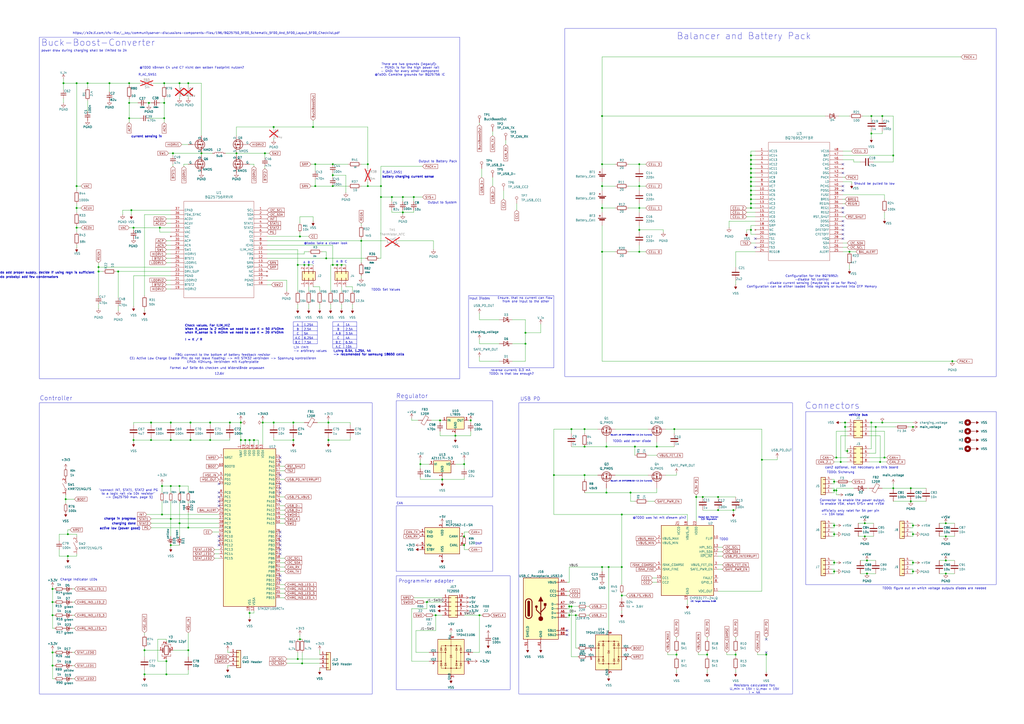
<source format=kicad_sch>
(kicad_sch (version 20250114) (generator "eeschema") (generator_version "9.0")
  (paper "A2")
  (title_block (title "Rapid Power Module") (date "2025-05-11") (rev "v3") (company "TUDSaT"))
  (rectangle (start 22.86 233.68) (end 215.9 402.59))
  (rectangle (start 22.86 21.59) (end 266.7 219.71))
  (rectangle (start 271.78 171.45) (end 321.31 213.36))
  (rectangle (start 229.87 232.41) (end 285.75 288.29))
  (rectangle (start 229.87 334.01) (end 295.91 400.05))
  (rectangle (start 467.36 238.76) (end 577.85 339.09))
  (rectangle (start 229.87 293.37) (end 285.75 331.47))
  (rectangle (start 300.99 233.68) (end 459.74 402.59))
  (rectangle (start 327.66 16.51) (end 577.85 218.44))
  (text "I2C Target Address: 0x08" (at 407.924 348.996 0) (effects (font (size 0.762 0.762))))
  (text "USB PD" (at 301.752 232.664 0) (effects (font (size 2 2)) (justify left bottom)))
  (text "officially only ratet for 5A per pin\n-> 10A total" (at 476.504 297.434 0) (effects (font (size 1.27 1.27)) (justify left)))
  (text "Output to Battery Pack" (at 254 93.726 0) (effects (font (size 1.27 1.27))))
  (text "@todo add proper supply, decide if using regn is sufficient" (at 25.654 158.242 0) (effects (font (size 1.27 1.27) (thickness 0.254) (bold yes))))
  (text "vehicle bus" (at 497.84 240.792 0) (effects (font (size 1.27 1.27) (thickness 0.254) (bold yes))))
  (text "R_AC_SNS1" (at 85.598 43.434 0) (effects (font (size 1.27 1.27))))
  (text "TODO" (at 419.862 312.928 0) (effects (font (size 1.27 1.27))))
  (text "@TODO was ist mit diesem pin?" (at 382.524 300.482 0) (effects (font (size 1.27 1.27))))
  (text "Ensure, that no current can flow \nfrom one input to the other" (at 305.054 173.99 0) (effects (font (size 1.27 1.27))))
  (text "Output to System " (at 257.048 117.602 0) (effects (font (size 1.27 1.27))))
  (text "Charge Indicator LEDs" (at 45.72 336.296 0) (effects (font (size 1.27 1.27))))
  (text "@TODO können C4 und C7 nicht den selben Footprint nutzen?" (at 111.252 39.37 0) (effects (font (size 1.27 1.27))))
  (text "Should be pulled to low" (at 507.238 106.68 0) (effects (font (size 1.27 1.27))))
  (text "C" (at 181.61 152.4 0) (effects (font (size 1.27 1.27))))
  (text "TODO: SIcherung" (at 487.68 274.066 0) (effects (font (size 1.27 1.27))))
  (text "charging done" (at 71.882 303.784 0) (effects (font (size 1.27 1.27) (thickness 0.254) (bold yes))))
  (text "R_BAT_SNS1" (at 227.584 100.076 0) (effects (font (size 1.27 1.27))))
  (text "DNP" (at 277.622 315.468 0) (effects (font (size 1.27 1.27))))
  (text "current sensing in" (at 85.09 79.248 0) (effects (font (size 1.27 1.27) (thickness 0.254) (bold yes))))
  (text "@todo probabyl add few condensators\n" (at 15.24 160.782 0) (effects (font (size 1.27 1.27) (thickness 0.254) (bold yes))))
  (text "A" (at 176.53 152.4 0) (effects (font (size 1.27 1.27))))
  (text "I_chrg 0.5A, 1.25A, 4A \n-> recomended for samsung 18650 cells\n" (at 193.294 202.946 0) (effects (font (size 1.27 1.27) (thickness 0.254) (bold yes)) (justify left top)))
  (text "CAN" (at 231.902 292.1 0) (effects (font (size 1.27 1.27))))
  (text "There are two grounds (legacy!): \n- PGND: is for the high power rail\n- GND: for every other component\n@ToDO: Combine grounds for BQ25756 IC" (at 237.744 40.386 0) (effects (font (size 1.27 1.27))))
  (text "TODO: Set Values" (at 215.392 168.148 0) (effects (font (size 1.27 1.27)) (justify left)))
  (text "TODO: add zener diode" (at 366.522 256.032 0) (effects (font (size 1.27 1.27))))
  (text "Check values. For ILIM_HIZ\nWhen R_sense is 2 mOhm we need to use K = 50 A*kOhm \nwhen R_sense is 5 mOhm we need to use K = 20 A*kOhm\n\nI = K / R" (at 107.188 188.214 0) (effects (font (size 1.27 1.27) (thickness 0.254) (bold yes)) (justify left top)))
  (text "Buck-Boost-Converter" (at 56.896 24.892 0) (effects (font (size 3.81 3.81))))
  (text "C" (at 200.66 151.892 0) (effects (font (size 1.27 1.27))))
  (text "battery charging current sense" (at 236.728 102.616 0) (effects (font (size 1.27 1.27) (thickness 0.254) (bold yes))))
  (text "B" (at 179.07 152.4 0) (effects (font (size 1.27 1.27))))
  (text "Formel auf Seite 64 checken und Widerstände anpassen" (at 125.984 213.614 0) (effects (font (size 1.27 1.27))))
  (text "\"connect INT, STAT1, STAT2 and PG \nto a logic rail via 10k resistor\" \n-> (bq25750 man. page 5)" (at 74.93 286.512 0) (effects (font (size 1.27 1.27))))
  (text "can2 optional, not neccesary on this board" (at 499.872 271.272 0) (effects (font (size 1.27 1.27) (thickness 0.1588))))
  (text "Output des internen \n3.3V Regulators" (at 411.226 300.736 0) (effects (font (size 0.762 0.762))))
  (text "TODO: figure out on which voltage outputs diodes are needed" (at 542.036 341.376 0) (effects (font (size 1.27 1.27))))
  (text "Balancer and Battery Pack" (at 431.546 21.082 0) (effects (font (size 3.81 3.81))))
  (text "B" (at 198.12 151.892 0) (effects (font (size 1.27 1.27))))
  (text "active low (power good)" (at 69.596 306.578 0) (effects (font (size 1.27 1.27) (thickness 0.254) (bold yes))))
  (text "Bauteil zB DMP3098LSD-13 (4A Current)" (at 366.268 279.146 0) (effects (font (size 0.762 0.762))))
  (text "Controller" (at 32.512 231.14 0) (effects (font (size 2.54 2.54))))
  (text "reverse current: 0.3 mA \nTODO: Is that low enough?" (at 296.672 215.9 0) (effects (font (size 1.27 1.27))))
  (text "@todo: take a closer look" (at 188.976 141.224 0) (effects (font (size 1.27 1.27) (thickness 0.1588))))
  (text "Connectors" (at 482.854 235.458 0) (effects (font (size 3.81 3.81))))
  (text "12.6V" (at 127.254 216.916 0) (effects (font (size 1.27 1.27))))
  (text "https://e2e.ti.com/cfs-file/__key/communityserver-discussions-components-files/196/BQ25750_5F00_Schematic_5F00_And_5F00_Layout_5F00_Checklist.pdf" (at 119.634 19.304 0) (effects (font (size 1.27 1.27))))
  (text "charge in progress" (at 69.596 300.99 0) (effects (font (size 1.27 1.27) (thickness 0.254) (bold yes))))
  (text "power draw during charging shall be limited to 2A" (at 48.768 29.464 0) (effects (font (size 1.27 1.27))))
  (text "Resistors calculated for:\nU_min = 15V ; U_max = 15V\nI = 4A" (at 437.642 399.796 0) (effects (font (size 1.27 1.27))))
  (text "Bauteil zB DMP3098LSD-13 (4A Current)" (at 366.268 252.476 0) (effects (font (size 0.762 0.762))))
  (text "FBG: connect to the bottom of battery feedback resistor\nCE: Active Low Charge Enable Pin: do not leave floating: -> mit STM32 verbinden -> Spannung kontrollieren\nEPAD: Kühlung. Verbinden mit Kupferplatte" (at 129.286 208.026 0) (effects (font (size 1.27 1.27))))
  (text "Regulator" (at 239.014 229.87 0) (effects (font (size 2.54 2.54))))
  (text "A" (at 195.58 151.892 0) (effects (font (size 1.27 1.27))))
  (text "Programmier adapter" (at 231.14 338.328 0) (effects (font (size 2 2)) (justify left bottom)))
  (text "Input Diodes" (at 278.13 173.228 0) (effects (font (size 1.27 1.27))))
  (text "I_in limit \n-> arbitrary values" (at 170.18 202.692 0) (effects (font (size 1.27 1.27)) (justify left)))
  (text "Connector to enable the power output.\nTo enable VSW, short SYS+ and +VSW" (at 475.488 291.338 0) (effects (font (size 1.27 1.27)) (justify left)))
  (text "Configuration for the BQ76952:\n-disable fet control\n-disable current sensing (maybe big value for Rsns)\nConfiguration can be either loaded into registers or burned into OTP Memory" (at 470.916 163.322 0) (effects (font (size 1.27 1.27))))
  (junction (at 39.37 322.58))
  (junction (at 528.32 290.83))
  (junction (at 144.78 255.27))
  (junction (at 190.5 255.27))
  (junction (at 172.72 153.67))
  (junction (at 349.25 67.31))
  (junction (at 44.45 132.08))
  (junction (at 240.03 114.3))
  (junction (at 483.87 309.88))
  (junction (at 39.37 309.88))
  (junction (at 104.14 281.94))
  (junction (at 44.45 120.65))
  (junction (at 518.16 283.21))
  (junction (at 195.58 153.67))
  (junction (at 220.98 107.95))
  (junction (at 182.88 95.25))
  (junction (at 304.8 199.39))
  (junction (at 403.86 288.29))
  (junction (at 233.68 114.3))
  (junction (at 152.4 245.11))
  (junction (at 99.06 281.94))
  (junction (at 381 259.08))
  (junction (at 30.48 386.08))
  (junction (at 233.68 123.19))
  (junction (at 77.47 255.27))
  (junction (at 74.93 59.69))
  (junction (at 38.1 289.56))
  (junction (at 86.36 59.69))
  (junction (at 176.53 153.67))
  (junction (at 435.61 90.17))
  (junction (at 213.36 95.25))
  (junction (at 360.68 328.93))
  (junction (at 144.78 355.6))
  (junction (at 490.22 247.65))
  (junction (at 483.87 331.47))
  (junction (at 351.79 259.08))
  (junction (at 213.36 107.95))
  (junction (at 109.22 306.07))
  (junction (at 50.8 48.26))
  (junction (at 501.65 303.53))
  (junction (at 76.2 121.92))
  (junction (at 349.25 107.95))
  (junction (at 74.93 68.58))
  (junction (at 209.55 139.7))
  (junction (at 77.47 132.08))
  (junction (at 99.06 300.99))
  (junction (at 256.54 278.13))
  (junction (at 321.31 275.59))
  (junction (at 548.64 325.12))
  (junction (at 104.14 48.26))
  (junction (at 370.84 120.65))
  (junction (at 182.88 107.95))
  (junction (at 44.45 107.95))
  (junction (at 435.61 97.79))
  (junction (at 95.25 48.26))
  (junction (at 505.46 245.11))
  (junction (at 505.46 77.47))
  (junction (at 483.87 304.8))
  (junction (at 99.06 255.27))
  (junction (at 181.61 73.66))
  (junction (at 133.35 245.11))
  (junction (at 193.04 107.95))
  (junction (at 513.08 265.43))
  (junction (at 121.92 255.27))
  (junction (at 548.64 311.15))
  (junction (at 349.25 146.05))
  (junction (at 264.16 252.73))
  (junction (at 99.06 245.11))
  (junction (at 528.32 283.21))
  (junction (at 339.09 275.59))
  (junction (at 548.64 332.74))
  (junction (at 173.99 137.16))
  (junction (at 435.61 133.35))
  (junction (at 370.84 107.95))
  (junction (at 444.5 379.73))
  (junction (at 139.7 255.27))
  (junction (at 44.45 48.26))
  (junction (at 435.61 95.25))
  (junction (at 36.83 48.26))
  (junction (at 416.56 295.91))
  (junction (at 99.06 316.23))
  (junction (at 511.81 245.11))
  (junction (at 529.59 304.8))
  (junction (at 173.99 370.84))
  (junction (at 368.3 259.08))
  (junction (at 121.92 245.11))
  (junction (at 83.82 377.19))
  (junction (at 529.59 247.65))
  (junction (at 93.98 281.94))
  (junction (at 370.84 95.25))
  (junction (at 485.14 265.43))
  (junction (at 508 247.65))
  (junction (at 349.25 95.25))
  (junction (at 87.63 245.11))
  (junction (at 360.68 298.45))
  (junction (at 502.92 332.74))
  (junction (at 518.16 90.17))
  (junction (at 170.18 255.27))
  (junction (at 269.24 316.23))
  (junction (at 505.46 67.31))
  (junction (at 175.26 384.81))
  (junction (at 269.24 311.15))
  (junction (at 365.76 285.75))
  (junction (at 511.81 67.31))
  (junction (at 189.23 149.86))
  (junction (at 425.45 295.91))
  (junction (at 435.61 105.41))
  (junction (at 96.52 391.16))
  (junction (at 491.49 261.62))
  (junction (at 109.22 48.26))
  (junction (at 92.71 132.08))
  (junction (at 391.16 248.92))
  (junction (at 441.96 266.7))
  (junction (at 30.48 349.25))
  (junction (at 193.04 101.6))
  (junction (at 501.65 311.15))
  (junction (at 269.24 269.24))
  (junction (at 483.87 284.48))
  (junction (at 96.52 383.54))
  (junction (at 179.07 153.67))
  (junction (at 370.84 133.35))
  (junction (at 392.43 379.73))
  (junction (at 252.73 356.87))
  (junction (at 370.84 146.05))
  (junction (at 227.33 114.3))
  (junction (at 349.25 120.65))
  (junction (at 485.14 284.48))
  (junction (at 57.15 154.94))
  (junction (at 110.49 245.11))
  (junction (at 351.79 285.75))
  (junction (at 87.63 255.27))
  (junction (at 193.04 95.25))
  (junction (at 304.8 193.04))
  (junction (at 158.75 73.66))
  (junction (at 529.59 331.47))
  (junction (at 552.45 209.55))
  (junction (at 198.12 153.67))
  (junction (at 426.72 379.73))
  (junction (at 273.05 243.84))
  (junction (at 435.61 110.49))
  (junction (at 529.59 309.88))
  (junction (at 142.24 255.27))
  (junction (at 158.75 245.11))
  (junction (at 190.5 245.11))
  (junction (at 110.49 255.27))
  (junction (at 410.21 379.73))
  (junction (at 435.61 115.57))
  (junction (at 334.01 356.87))
  (junction (at 172.72 382.27))
  (junction (at 435.61 120.65))
  (junction (at 255.27 243.84))
  (junction (at 416.56 288.29))
  (junction (at 193.04 153.67))
  (junction (at 30.48 356.87))
  (junction (at 139.7 245.11))
  (junction (at 243.84 269.24))
  (junction (at 30.48 378.46))
  (junction (at 483.87 279.4))
  (junction (at 95.25 68.58))
  (junction (at 331.47 351.79))
  (junction (at 109.22 377.19))
  (junction (at 331.47 248.92))
  (junction (at 487.68 267.97))
  (junction (at 490.22 245.11))
  (junction (at 435.61 113.03))
  (junction (at 68.58 157.48))
  (junction (at 57.15 157.48))
  (junction (at 548.64 303.53))
  (junction (at 407.67 288.29))
  (junction (at 278.13 356.87))
  (junction (at 170.18 245.11))
  (junction (at 483.87 326.39))
  (junction (at 492.76 146.05))
  (junction (at 435.61 107.95))
  (junction (at 502.92 325.12))
  (junction (at 247.65 349.25))
  (junction (at 360.68 345.44))
  (junction (at 330.2 351.79))
  (junction (at 153.67 88.9))
  (junction (at 339.09 248.92))
  (junction (at 147.32 255.27))
  (junction (at 116.84 88.9))
  (junction (at 30.48 341.63))
  (junction (at 330.2 356.87))
  (junction (at 349.25 328.93))
  (junction (at 435.61 102.87))
  (junction (at 95.25 59.69))
  (junction (at 435.61 92.71))
  (junction (at 74.93 48.26))
  (junction (at 137.16 88.9))
  (junction (at 339.09 259.08))
  (junction (at 510.54 267.97))
  (junction (at 435.61 118.11))
  (junction (at 83.82 391.16))
  (junction (at 93.98 298.45))
  (junction (at 529.59 326.39))
  (junction (at 353.06 328.93))
  (junction (at 104.14 303.53))
  (junction (at 435.61 100.33))
  (junction (at 220.98 114.3))
  (junction (at 63.5 48.26))
  (junction (at 100.33 88.9))
  (no_connect (at 488.95 130.81))
  (no_connect (at 162.56 285.75))
  (no_connect (at 488.95 107.95))
  (no_connect (at 444.5 378.46))
  (no_connect (at 162.56 311.15))
  (no_connect (at 162.56 334.01))
  (no_connect (at 328.93 368.3))
  (no_connect (at 162.56 280.67))
  (no_connect (at 127 293.37))
  (no_connect (at 488.95 100.33))
  (no_connect (at 488.95 123.19))
  (no_connect (at 162.56 313.69))
  (no_connect (at 162.56 283.21))
  (no_connect (at 162.56 336.55))
  (no_connect (at 438.15 143.51))
  (no_connect (at 162.56 308.61))
  (no_connect (at 127 280.67))
  (no_connect (at 488.95 135.89))
  (no_connect (at 488.95 128.27))
  (no_connect (at 127 290.83))
  (no_connect (at 444.5 370.84))
  (no_connect (at 488.95 138.43))
  (no_connect (at 127 313.69))
  (no_connect (at 162.56 316.23))
  (no_connect (at 162.56 318.77))
  (no_connect (at 488.95 120.65))
  (no_connect (at 162.56 265.43))
  (no_connect (at 127 285.75))
  (no_connect (at 488.95 133.35))
  (no_connect (at 328.93 365.76))
  (no_connect (at 488.95 95.25))
  (no_connect (at 127 316.23))
  (no_connect (at 438.15 138.43))
  (no_connect (at 162.56 267.97))
  (no_connect (at 162.56 290.83))
  (no_connect (at 162.56 275.59))
  (no_connect (at 127 288.29))
  (no_connect (at 488.95 110.49))
  (no_connect (at 162.56 321.31))
  (no_connect (at 127 311.15))
  (wire (pts (xy 99.06 300.99) (xy 127 300.99)))
  (wire (pts (xy 360.68 344.17) (xy 360.68 345.44)))
  (wire (pts (xy 166.37 384.81) (xy 175.26 384.81)))
  (wire (pts (xy 200.66 166.37) (xy 204.47 166.37)))
  (wire (pts (xy 30.48 386.08) (xy 31.75 386.08)))
  (wire (pts (xy 44.45 132.08) (xy 46.99 132.08)))
  (wire (pts (xy 92.71 59.69) (xy 95.25 59.69)))
  (wire (pts (xy 510.54 252.73) (xy 504.19 252.73)))
  (wire (pts (xy 173.99 370.84) (xy 175.26 370.84)))
  (wire (pts (xy 264.16 252.73) (xy 255.27 252.73)))
  (wire (pts (xy 96.52 127) (xy 99.06 127)))
  (wire (pts (xy 435.61 95.25) (xy 438.15 95.25)))
  (wire (pts (xy 488.95 90.17) (xy 518.16 90.17)))
  (wire (pts (xy 132.08 386.08) (xy 132.08 387.35)))
  (wire (pts (xy 252.73 365.76) (xy 241.3 365.76)))
  (wire (pts (xy 158.75 73.66) (xy 158.75 74.93)))
  (wire (pts (xy 44.45 118.11) (xy 44.45 120.65)))
  (wire (pts (xy 30.48 386.08) (xy 30.48 393.7)))
  (wire (pts (xy 41.91 393.7) (xy 43.18 393.7)))
  (wire (pts (xy 181.61 166.37) (xy 185.42 166.37)))
  (wire (pts (xy 36.83 57.15) (xy 36.83 59.69)))
  (wire (pts (xy 391.16 248.92) (xy 391.16 251.46)))
  (wire (pts (xy 328.93 342.9) (xy 330.2 342.9)))
  (wire (pts (xy 240.03 114.3) (xy 245.11 114.3)))
  (wire (pts (xy 278.13 71.12) (xy 278.13 72.39)))
  (wire (pts (xy 269.24 266.7) (xy 269.24 269.24)))
  (wire (pts (xy 173.99 125.73) (xy 173.99 129.54)))
  (wire (pts (xy 485.14 283.21) (xy 485.14 284.48)))
  (wire (pts (xy 548.64 303.53) (xy 553.72 303.53)))
  (wire (pts (xy 511.81 77.47) (xy 505.46 77.47)))
  (wire (pts (xy 172.72 153.67) (xy 172.72 168.91)))
  (wire (pts (xy 548.64 311.15) (xy 553.72 311.15)))
  (wire (pts (xy 483.87 283.21) (xy 483.87 284.48)))
  (wire (pts (xy 96.52 142.24) (xy 99.06 142.24)))
  (wire (pts (xy 170.18 246.38) (xy 170.18 245.11)))
  (wire (pts (xy 99.06 290.83) (xy 99.06 300.99)))
  (wire (pts (xy 30.48 378.46) (xy 30.48 386.08)))
  (wire (pts (xy 198.12 153.67) (xy 200.66 153.67)))
  (wire (pts (xy 363.22 345.44) (xy 360.68 345.44)))
  (wire (pts (xy 30.48 349.25) (xy 30.48 356.87)))
  (wire (pts (xy 172.72 382.27) (xy 185.42 382.27)))
  (wire (pts (xy 57.15 157.48) (xy 57.15 171.45)))
  (wire (pts (xy 387.35 379.73) (xy 392.43 379.73)))
  (wire (pts (xy 57.15 152.4) (xy 57.15 154.94)))
  (wire (pts (xy 339.09 285.75) (xy 351.79 285.75)))
  (wire (pts (xy 321.31 298.45) (xy 360.68 298.45)))
  (wire (pts (xy 96.52 391.16) (xy 109.22 391.16)))
  (wire (pts (xy 256.54 276.86) (xy 256.54 278.13)))
  (wire (pts (xy 93.98 281.94) (xy 93.98 285.75)))
  (wire (pts (xy 88.9 48.26) (xy 95.25 48.26)))
  (wire (pts (xy 505.46 67.31) (xy 505.46 68.58)))
  (wire (pts (xy 483.87 326.39) (xy 483.87 327.66)))
  (wire (pts (xy 91.44 370.84) (xy 91.44 383.54)))
  (wire (pts (xy 44.45 311.15) (xy 44.45 309.88)))
  (wire (pts (xy 83.82 377.19) (xy 83.82 381)))
  (wire (pts (xy 398.78 347.98) (xy 398.78 350.52)))
  (wire (pts (xy 334.01 356.87) (xy 330.2 356.87)))
  (wire (pts (xy 74.93 68.58) (xy 74.93 71.12)))
  (wire (pts (xy 269.24 318.77) (xy 271.78 318.77)))
  (wire (pts (xy 172.72 370.84) (xy 173.99 370.84)))
  (wire (pts (xy 193.04 95.25) (xy 201.93 95.25)))
  (wire (pts (xy 339.09 248.92) (xy 346.71 248.92)))
  (wire (pts (xy 392.43 379.73) (xy 392.43 378.46)))
  (wire (pts (xy 278.13 378.46) (xy 274.32 378.46)))
  (wire (pts (xy 378.46 337.82) (xy 381 337.82)))
  (wire (pts (xy 227.33 114.3) (xy 227.33 116.84)))
  (wire (pts (xy 492.76 146.05) (xy 496.57 146.05)))
  (wire (pts (xy 110.49 245.11) (xy 121.92 245.11)))
  (wire (pts (xy 30.48 341.63) (xy 30.48 349.25)))
  (wire (pts (xy 488.95 113.03) (xy 513.08 113.03)))
  (wire (pts (xy 321.31 248.92) (xy 331.47 248.92)))
  (wire (pts (xy 483.87 265.43) (xy 485.14 265.43)))
  (wire (pts (xy 153.67 88.9) (xy 156.21 88.9)))
  (wire (pts (xy 41.91 364.49) (xy 43.18 364.49)))
  (wire (pts (xy 83.82 179.07) (xy 83.82 180.34)))
  (wire (pts (xy 502.92 332.74) (xy 508 332.74)))
  (wire (pts (xy 321.31 275.59) (xy 339.09 275.59)))
  (wire (pts (xy 96.52 129.54) (xy 99.06 129.54)))
  (wire (pts (xy 255.27 252.73) (xy 255.27 250.19)))
  (wire (pts (xy 269.24 276.86) (xy 269.24 278.13)))
  (wire (pts (xy 321.31 298.45) (xy 321.31 275.59)))
  (wire (pts (xy 433.07 134.62) (xy 433.07 133.35)))
  (wire (pts (xy 175.26 384.81) (xy 185.42 384.81)))
  (wire (pts (xy 285.75 76.2) (xy 285.75 78.74)))
  (wire (pts (xy 360.68 354.33) (xy 360.68 355.6)))
  (wire (pts (xy 92.71 132.08) (xy 99.06 132.08)))
  (wire (pts (xy 110.49 245.11) (xy 110.49 246.38)))
  (wire (pts (xy 421.64 378.46) (xy 421.64 379.73)))
  (wire (pts (xy 252.73 356.87) (xy 252.73 365.76)))
  (wire (pts (xy 508 262.89) (xy 504.19 262.89)))
  (wire (pts (xy 165.1 331.47) (xy 162.56 331.47)))
  (wire (pts (xy 435.61 107.95) (xy 438.15 107.95)))
  (wire (pts (xy 487.68 267.97) (xy 487.68 252.73)))
  (wire (pts (xy 544.83 311.15) (xy 548.64 311.15)))
  (wire (pts (xy 392.43 275.59) (xy 392.43 274.32)))
  (wire (pts (xy 278.13 196.85) (xy 278.13 199.39)))
  (wire (pts (xy 220.98 107.95) (xy 220.98 114.3)))
  (wire (pts (xy 482.6 332.74) (xy 483.87 332.74)))
  (wire (pts (xy 99.06 160.02) (xy 77.47 160.02)))
  (wire (pts (xy 508 247.65) (xy 519.43 247.65)))
  (wire (pts (xy 209.55 107.95) (xy 213.36 107.95)))
  (wire (pts (xy 176.53 153.67) (xy 179.07 153.67)))
  (wire (pts (xy 435.61 90.17) (xy 435.61 92.71)))
  (wire (pts (xy 203.2 254) (xy 203.2 255.27)))
  (wire (pts (xy 435.61 92.71) (xy 438.15 92.71)))
  (wire (pts (xy 219.71 149.86) (xy 220.98 149.86)))
  (wire (pts (xy 403.86 288.29) (xy 407.67 288.29)))
  (wire (pts (xy 99.06 285.75) (xy 99.06 281.94)))
  (wire (pts (xy 104.14 281.94) (xy 104.14 285.75)))
  (wire (pts (xy 349.25 328.93) (xy 353.06 328.93)))
  (wire (pts (xy 203.2 245.11) (xy 190.5 245.11)))
  (wire (pts (xy 422.91 128.27) (xy 438.15 128.27)))
  (wire (pts (xy 487.68 252.73) (xy 491.49 252.73)))
  (wire (pts (xy 243.84 276.86) (xy 243.84 278.13)))
  (wire (pts (xy 370.84 95.25) (xy 364.49 95.25)))
  (wire (pts (xy 511.81 76.2) (xy 511.81 77.47)))
  (wire (pts (xy 165.1 328.93) (xy 162.56 328.93)))
  (wire (pts (xy 483.87 284.48) (xy 483.87 285.75)))
  (wire (pts (xy 279.4 97.79) (xy 279.4 102.87)))
  (wire (pts (xy 250.19 243.84) (xy 255.27 243.84)))
  (wire (pts (xy 381 256.54) (xy 381 259.08)))
  (wire (pts (xy 30.48 378.46) (xy 30.48 377.19)))
  (wire (pts (xy 204.47 176.53) (xy 204.47 179.07)))
  (wire (pts (xy 505.46 76.2) (xy 505.46 77.47)))
  (wire (pts (xy 181.61 73.66) (xy 213.36 73.66)))
  (wire (pts (xy 154.94 142.24) (xy 193.04 142.24)))
  (wire (pts (xy 441.96 266.7) (xy 450.85 266.7)))
  (wire (pts (xy 435.61 110.49) (xy 438.15 110.49)))
  (wire (pts (xy 87.63 245.11) (xy 87.63 246.38)))
  (wire (pts (xy 483.87 304.8) (xy 485.14 304.8)))
  (wire (pts (xy 99.06 245.11) (xy 110.49 245.11)))
  (wire (pts (xy 488.95 140.97) (xy 491.49 140.97)))
  (wire (pts (xy 444.5 369.57) (xy 444.5 370.84)))
  (wire (pts (xy 172.72 153.67) (xy 176.53 153.67)))
  (wire (pts (xy 175.26 378.46) (xy 175.26 384.81)))
  (wire (pts (xy 482.6 327.66) (xy 483.87 327.66)))
  (wire (pts (xy 370.84 142.24) (xy 370.84 146.05)))
  (wire (pts (xy 405.13 378.46) (xy 405.13 379.73)))
  (wire (pts (xy 133.35 378.46) (xy 132.08 378.46)))
  (wire (pts (xy 34.29 309.88) (xy 34.29 313.69)))
  (wire (pts (xy 483.87 280.67) (xy 482.6 280.67)))
  (wire (pts (xy 83.82 124.46) (xy 99.06 124.46)))
  (wire (pts (xy 370.84 146.05) (xy 364.49 146.05)))
  (wire (pts (xy 158.75 255.27) (xy 170.18 255.27)))
  (wire (pts (xy 100.33 377.19) (xy 109.22 377.19)))
  (wire (pts (xy 293.37 81.28) (xy 293.37 83.82)))
  (wire (pts (xy 57.15 157.48) (xy 59.69 157.48)))
  (wire (pts (xy 529.59 308.61) (xy 529.59 309.88)))
  (wire (pts (xy 240.03 114.3) (xy 240.03 116.84)))
  (wire (pts (xy 334.01 356.87) (xy 334.01 375.92)))
  (wire (pts (xy 488.95 102.87) (xy 490.22 102.87)))
  (wire (pts (xy 330.2 355.6) (xy 328.93 355.6)))
  (wire (pts (xy 403.86 287.02) (xy 403.86 288.29)))
  (wire (pts (xy 74.93 68.58) (xy 81.28 68.58)))
  (wire (pts (xy 166.37 162.56) (xy 166.37 168.91)))
  (wire (pts (xy 241.3 365.76) (xy 241.3 378.46)))
  (wire (pts (xy 504.19 260.35) (xy 505.46 260.35)))
  (wire (pts (xy 104.14 303.53) (xy 127 303.53)))
  (wire (pts (xy 209.55 95.25) (xy 213.36 95.25)))
  (wire (pts (xy 349.25 33.02) (xy 349.25 67.31)))
  (wire (pts (xy 41.91 356.87) (xy 43.18 356.87)))
  (wire (pts (xy 153.67 88.9) (xy 153.67 91.44)))
  (wire (pts (xy 213.36 107.95) (xy 220.98 107.95)))
  (wire (pts (xy 426.72 162.56) (xy 426.72 165.1)))
  (wire (pts (xy 39.37 322.58) (xy 44.45 322.58)))
  (wire (pts (xy 104.14 48.26) (xy 104.14 50.8)))
  (wire (pts (xy 256.54 278.13) (xy 243.84 278.13)))
  (wire (pts (xy 109.22 48.26) (xy 116.84 48.26)))
  (wire (pts (xy 104.14 316.23) (xy 99.06 316.23)))
  (wire (pts (xy 154.94 165.1) (xy 157.48 165.1)))
  (wire (pts (xy 30.48 349.25) (xy 31.75 349.25)))
  (wire (pts (xy 162.56 326.39) (xy 165.1 326.39)))
  (wire (pts (xy 407.67 288.29) (xy 416.56 288.29)))
  (wire (pts (xy 435.61 110.49) (xy 435.61 113.03)))
  (wire (pts (xy 190.5 254) (xy 190.5 255.27)))
  (wire (pts (xy 292.1 110.49) (xy 292.1 115.57)))
  (wire (pts (xy 339.09 275.59) (xy 339.09 278.13)))
  (wire (pts (xy 264.16 252.73) (xy 264.16 254)))
  (wire (pts (xy 173.99 134.62) (xy 173.99 137.16)))
  (wire (pts (xy 137.16 73.66) (xy 137.16 78.74)))
  (wire (pts (xy 252.73 356.87) (xy 256.54 356.87)))
  (wire (pts (xy 403.86 288.29) (xy 403.86 302.26)))
  (wire (pts (xy 96.52 144.78) (xy 99.06 144.78)))
  (wire (pts (xy 416.56 317.5) (xy 419.1 317.5)))
  (wire (pts (xy 435.61 113.03) (xy 438.15 113.03)))
  (wire (pts (xy 109.22 290.83) (xy 109.22 292.1)))
  (wire (pts (xy 106.68 96.52) (xy 106.68 95.25)))
  (wire (pts (xy 93.98 298.45) (xy 127 298.45)))
  (wire (pts (xy 500.38 67.31) (xy 505.46 67.31)))
  (wire (pts (xy 529.59 326.39) (xy 530.86 326.39)))
  (wire (pts (xy 386.08 275.59) (xy 392.43 275.59)))
  (wire (pts (xy 450.85 265.43) (xy 450.85 266.7)))
  (wire (pts (xy 77.47 160.02) (xy 77.47 177.8)))
  (wire (pts (xy 87.63 255.27) (xy 87.63 254)))
  (wire (pts (xy 544.83 303.53) (xy 548.64 303.53)))
  (wire (pts (xy 370.84 118.11) (xy 370.84 120.65)))
  (wire (pts (xy 104.14 57.15) (xy 104.14 55.88)))
  (wire (pts (xy 273.05 250.19) (xy 273.05 252.73)))
  (wire (pts (xy 368.3 259.08) (xy 368.3 264.16)))
  (wire (pts (xy 374.65 107.95) (xy 370.84 107.95)))
  (wire (pts (xy 39.37 309.88) (xy 34.29 309.88)))
  (wire (pts (xy 240.03 123.19) (xy 233.68 123.19)))
  (wire (pts (xy 435.61 100.33) (xy 435.61 102.87)))
  (wire (pts (xy 77.47 245.11) (xy 87.63 245.11)))
  (wire (pts (xy 405.13 379.73) (xy 410.21 379.73)))
  (wire (pts (xy 264.16 251.46) (xy 264.16 252.73)))
  (wire (pts (xy 381 259.08) (xy 391.16 259.08)))
  (wire (pts (xy 349.25 120.65) (xy 349.25 123.19)))
  (wire (pts (xy 365.76 285.75) (xy 365.76 290.83)))
  (wire (pts (xy 41.91 386.08) (xy 43.18 386.08)))
  (wire (pts (xy 121.92 245.11) (xy 121.92 246.38)))
  (wire (pts (xy 269.24 271.78) (xy 269.24 269.24)))
  (wire (pts (xy 76.2 124.46) (xy 76.2 121.92)))
  (wire (pts (xy 83.82 124.46) (xy 83.82 171.45)))
  (wire (pts (xy 179.07 176.53) (xy 179.07 179.07)))
  (wire (pts (xy 165.1 273.05) (xy 162.56 273.05)))
  (wire (pts (xy 494.03 105.41) (xy 494.03 106.68)))
  (wire (pts (xy 170.18 245.11) (xy 176.53 245.11)))
  (wire (pts (xy 93.98 290.83) (xy 93.98 298.45)))
  (wire (pts (xy 173.99 137.16) (xy 154.94 137.16)))
  (wire (pts (xy 109.22 306.07) (xy 127 306.07)))
  (wire (pts (xy 499.11 325.12) (xy 502.92 325.12)))
  (wire (pts (xy 487.68 245.11) (xy 490.22 245.11)))
  (wire (pts (xy 87.63 245.11) (xy 99.06 245.11)))
  (wire (pts (xy 255.27 243.84) (xy 256.54 243.84)))
  (wire (pts (xy 220.98 96.52) (xy 245.11 96.52)))
  (wire (pts (xy 99.06 255.27) (xy 99.06 254)))
  (wire (pts (xy 44.45 107.95) (xy 44.45 110.49)))
  (wire (pts (xy 511.81 67.31) (xy 511.81 68.58)))
  (wire (pts (xy 435.61 105.41) (xy 435.61 107.95)))
  (wire (pts (xy 255.27 243.84) (xy 255.27 245.11)))
  (wire (pts (xy 416.56 295.91) (xy 425.45 295.91)))
  (wire (pts (xy 105.41 83.82) (xy 109.22 83.82)))
  (wire (pts (xy 304.8 185.42) (xy 304.8 193.04)))
  (wire (pts (xy 191.77 176.53) (xy 191.77 179.07)))
  (wire (pts (xy 170.18 256.54) (xy 170.18 255.27)))
  (wire (pts (xy 41.91 341.63) (xy 43.18 341.63)))
  (wire (pts (xy 104.14 48.26) (xy 109.22 48.26)))
  (wire (pts (xy 147.32 96.52) (xy 147.32 95.25)))
  (wire (pts (xy 30.48 356.87) (xy 30.48 364.49)))
  (wire (pts (xy 529.59 331.47) (xy 530.86 331.47)))
  (wire (pts (xy 483.87 278.13) (xy 483.87 279.4)))
  (wire (pts (xy 142.24 255.27) (xy 139.7 255.27)))
  (wire (pts (xy 180.34 95.25) (xy 182.88 95.25)))
  (wire (pts (xy 488.95 125.73) (xy 490.22 125.73)))
  (wire (pts (xy 87.63 300.99) (xy 99.06 300.99)))
  (wire (pts (xy 99.06 316.23) (xy 99.06 317.5)))
  (wire (pts (xy 162.56 303.53) (xy 165.1 303.53)))
  (wire (pts (xy 370.84 107.95) (xy 364.49 107.95)))
  (wire (pts (xy 374.65 120.65) (xy 370.84 120.65)))
  (wire (pts (xy 529.59 303.53) (xy 529.59 304.8)))
  (wire (pts (xy 93.98 280.67) (xy 93.98 281.94)))
  (wire (pts (xy 485.14 287.02) (xy 486.41 287.02)))
  (wire (pts (xy 74.93 57.15) (xy 74.93 59.69)))
  (wire (pts (xy 335.28 351.79) (xy 331.47 351.79)))
  (wire (pts (xy 356.87 107.95) (xy 349.25 107.95)))
  (wire (pts (xy 162.56 339.09) (xy 165.1 339.09)))
  (wire (pts (xy 116.84 90.17) (xy 116.84 88.9)))
  (wire (pts (xy 514.35 265.43) (xy 513.08 265.43)))
  (wire (pts (xy 173.99 370.84) (xy 173.99 368.3)))
  (wire (pts (xy 251.46 356.87) (xy 252.73 356.87)))
  (wire (pts (xy 374.65 146.05) (xy 370.84 146.05)))
  (wire (pts (xy 96.52 165.1) (xy 99.06 165.1)))
  (wire (pts (xy 384.81 134.62) (xy 384.81 133.35)))
  (wire (pts (xy 273.05 252.73) (xy 264.16 252.73)))
  (wire (pts (xy 528.32 283.21) (xy 537.21 283.21)))
  (wire (pts (xy 441.96 266.7) (xy 441.96 342.9)))
  (wire (pts (xy 435.61 140.97) (xy 438.15 140.97)))
  (wire (pts (xy 46.99 107.95) (xy 44.45 107.95)))
  (wire (pts (xy 278.13 207.01) (xy 278.13 209.55)))
  (wire (pts (xy 482.6 306.07) (xy 483.87 306.07)))
  (wire (pts (xy 116.84 48.26) (xy 116.84 78.74)))
  (wire (pts (xy 149.86 255.27) (xy 147.32 255.27)))
  (wire (pts (xy 182.88 107.95) (xy 193.04 107.95)))
  (wire (pts (xy 256.54 278.13) (xy 256.54 279.4)))
  (wire (pts (xy 340.36 351.79) (xy 341.63 351.79)))
  (wire (pts (xy 74.93 132.08) (xy 77.47 132.08)))
  (wire (pts (xy 419.1 327.66) (xy 416.56 327.66)))
  (wire (pts (xy 497.84 303.53) (xy 501.65 303.53)))
  (wire (pts (xy 351.79 259.08) (xy 368.3 259.08)))
  (wire (pts (xy 74.93 48.26) (xy 81.28 48.26)))
  (wire (pts (xy 139.7 255.27) (xy 139.7 257.81)))
  (wire (pts (xy 398.78 298.45) (xy 398.78 302.26)))
  (wire (pts (xy 158.75 245.11) (xy 152.4 245.11)))
  (wire (pts (xy 508 247.65) (xy 508 262.89)))
  (wire (pts (xy 30.48 341.63) (xy 31.75 341.63)))
  (wire (pts (xy 483.87 308.61) (xy 483.87 309.88)))
  (wire (pts (xy 100.33 88.9) (xy 116.84 88.9)))
  (wire (pts (xy 518.16 283.21) (xy 528.32 283.21)))
  (wire (pts (xy 416.56 288.29) (xy 426.72 288.29)))
  (wire (pts (xy 96.52 149.86) (xy 99.06 149.86)))
  (wire (pts (xy 193.04 101.6) (xy 200.66 101.6)))
  (wire (pts (xy 335.28 381) (xy 331.47 381)))
  (wire (pts (xy 511.81 245.11) (xy 529.59 245.11)))
  (wire (pts (xy 419.1 322.58) (xy 416.56 322.58)))
  (wire (pts (xy 179.07 153.67) (xy 181.61 153.67)))
  (wire (pts (xy 487.68 267.97) (xy 491.49 267.97)))
  (wire (pts (xy 488.95 146.05) (xy 492.76 146.05)))
  (wire (pts (xy 181.61 69.85) (xy 181.61 73.66)))
  (wire (pts (xy 490.22 247.65) (xy 490.22 245.11)))
  (wire (pts (xy 511.81 245.11) (xy 505.46 245.11)))
  (wire (pts (xy 44.45 48.26) (xy 44.45 107.95)))
  (wire (pts (xy 184.15 245.11) (xy 190.5 245.11)))
  (wire (pts (xy 528.32 306.07) (xy 529.59 306.07)))
  (wire (pts (xy 179.07 137.16) (xy 173.99 137.16)))
  (wire (pts (xy 176.53 146.05) (xy 179.07 146.05)))
  (wire (pts (xy 435.61 95.25) (xy 435.61 97.79)))
  (wire (pts (xy 104.14 290.83) (xy 104.14 303.53)))
  (wire (pts (xy 410.21 379.73) (xy 410.21 381)))
  (wire (pts (xy 220.98 114.3) (xy 220.98 149.86)))
  (wire (pts (xy 233.68 114.3) (xy 240.03 114.3)))
  (wire (pts (xy 147.32 355.6) (xy 144.78 355.6)))
  (wire (pts (xy 435.61 100.33) (xy 438.15 100.33)))
  (wire (pts (xy 407.67 295.91) (xy 416.56 295.91)))
  (wire (pts (xy 213.36 107.95) (xy 213.36 105.41)))
  (wire (pts (xy 133.35 246.38) (xy 133.35 245.11)))
  (wire (pts (xy 185.42 176.53) (xy 185.42 179.07)))
  (wire (pts (xy 104.14 303.53) (xy 104.14 311.15)))
  (wire (pts (xy 44.45 48.26) (xy 50.8 48.26)))
  (wire (pts (xy 162.56 346.71) (xy 165.1 346.71)))
  (wire (pts (xy 518.16 67.31) (xy 518.16 90.17)))
  (wire (pts (xy 162.56 344.17) (xy 165.1 344.17)))
  (wire (pts (xy 528.32 303.53) (xy 529.59 303.53)))
  (wire (pts (xy 505.46 260.35) (xy 505.46 245.11)))
  (wire (pts (xy 304.8 199.39) (xy 304.8 193.04)))
  (wire (pts (xy 488.95 87.63) (xy 494.03 87.63)))
  (wire (pts (xy 44.45 309.88) (xy 39.37 309.88)))
  (wire (pts (xy 95.25 68.58) (xy 95.25 71.12)))
  (wire (pts (xy 144.78 255.27) (xy 144.78 257.81)))
  (wire (pts (xy 528.32 330.2) (xy 529.59 330.2)))
  (wire (pts (xy 353.06 328.93) (xy 360.68 328.93)))
  (wire (pts (xy 435.61 105.41) (xy 438.15 105.41)))
  (wire (pts (xy 185.42 377.19) (xy 185.42 379.73)))
  (wire (pts (xy 147.32 95.25) (xy 144.78 95.25)))
  (wire (pts (xy 243.84 269.24) (xy 243.84 271.78)))
  (wire (pts (xy 410.21 388.62) (xy 410.21 389.89)))
  (wire (pts (xy 410.21 369.57) (xy 410.21 370.84)))
  (wire (pts (xy 497.84 311.15) (xy 501.65 311.15)))
  (wire (pts (xy 513.08 123.19) (xy 513.08 127)))
  (wire (pts (xy 483.87 285.75) (xy 482.6 285.75)))
  (wire (pts (xy 438.15 115.57) (xy 435.61 115.57)))
  (wire (pts (xy 87.63 255.27) (xy 99.06 255.27)))
  (wire (pts (xy 170.18 245.11) (xy 158.75 245.11)))
  (wire (pts (xy 349.25 67.31) (xy 349.25 95.25)))
  (wire (pts (xy 162.56 341.63) (xy 165.1 341.63)))
  (wire (pts (xy 172.72 144.78) (xy 172.72 153.67)))
  (wire (pts (xy 328.93 345.44) (xy 330.2 345.44)))
  (wire (pts (xy 375.92 264.16) (xy 381 264.16)))
  (wire (pts (xy 96.52 383.54) (xy 96.52 382.27)))
  (wire (pts (xy 227.33 114.3) (xy 233.68 114.3)))
  (wire (pts (xy 491.49 261.62) (xy 491.49 262.89)))
  (wire (pts (xy 77.47 245.11) (xy 77.47 246.38)))
  (wire (pts (xy 356.87 146.05) (xy 349.25 146.05)))
  (wire (pts (xy 331.47 351.79) (xy 331.47 381)))
  (wire (pts (xy 528.32 332.74) (xy 529.59 332.74)))
  (wire (pts (xy 370.84 133.35) (xy 370.84 134.62)))
  (wire (pts (xy 240.03 346.71) (xy 256.54 346.71)))
  (wire (pts (xy 158.75 246.38) (xy 158.75 245.11)))
  (wire (pts (xy 529.59 304.8) (xy 530.86 304.8)))
  (wire (pts (xy 227.33 121.92) (xy 227.33 123.19)))
  (wire (pts (xy 144.78 255.27) (xy 142.24 255.27)))
  (wire (pts (xy 482.6 308.61) (xy 483.87 308.61)))
  (wire (pts (xy 39.37 323.85) (xy 39.37 322.58)))
  (wire (pts (xy 77.47 256.54) (xy 77.47 255.27)))
  (wire (pts (xy 426.72 295.91) (xy 425.45 295.91)))
  (wire (pts (xy 328.93 358.14) (xy 330.2 358.14)))
  (wire (pts (xy 435.61 92.71) (xy 435.61 95.25)))
  (wire (pts (xy 44.45 132.08) (xy 44.45 134.62)))
  (wire (pts (xy 504.19 267.97) (xy 510.54 267.97)))
  (wire (pts (xy 435.61 118.11) (xy 438.15 118.11)))
  (wire (pts (xy 91.44 383.54) (xy 96.52 383.54)))
  (wire (pts (xy 552.45 209.55) (xy 349.25 209.55)))
  (wire (pts (xy 501.65 311.15) (xy 506.73 311.15)))
  (wire (pts (xy 96.52 147.32) (xy 99.06 147.32)))
  (wire (pts (xy 384.81 133.35) (xy 370.84 133.35)))
  (wire (pts (xy 349.25 67.31) (xy 478.79 67.31)))
  (wire (pts (xy 529.59 331.47) (xy 529.59 332.74)))
  (wire (pts (xy 422.91 132.08) (xy 422.91 128.27)))
  (wire (pts (xy 392.43 369.57) (xy 392.43 370.84)))
  (wire (pts (xy 433.07 120.65) (xy 435.61 120.65)))
  (wire (pts (xy 57.15 154.94) (xy 99.06 154.94)))
  (wire (pts (xy 421.64 379.73) (xy 426.72 379.73)))
  (wire (pts (xy 209.55 139.7) (xy 223.52 139.7)))
  (wire (pts (xy 152.4 243.84) (xy 152.4 245.11)))
  (wire (pts (xy 441.96 248.92) (xy 441.96 266.7)))
  (wire (pts (xy 137.16 90.17) (xy 137.16 88.9)))
  (wire (pts (xy 370.84 120.65) (xy 364.49 120.65)))
  (wire (pts (xy 483.87 279.4) (xy 483.87 280.67)))
  (wire (pts (xy 360.68 328.93) (xy 360.68 298.45)))
  (wire (pts (xy 330.2 350.52) (xy 330.2 351.79)))
  (wire (pts (xy 83.82 391.16) (xy 96.52 391.16)))
  (wire (pts (xy 77.47 132.08) (xy 77.47 133.35)))
  (wire (pts (xy 233.68 114.3) (xy 233.68 116.84)))
  (wire (pts (xy 99.06 255.27) (xy 110.49 255.27)))
  (wire (pts (xy 483.87 309.88) (xy 485.14 309.88)))
  (wire (pts (xy 95.25 48.26) (xy 95.25 49.53)))
  (wire (pts (xy 133.35 245.11) (xy 139.7 245.11)))
  (wire (pts (xy 435.61 107.95) (xy 435.61 110.49)))
  (wire (pts (xy 488.95 115.57) (xy 490.22 115.57)))
  (wire (pts (xy 353.06 328.93) (xy 353.06 365.76)))
  (wire (pts (xy 483.87 331.47) (xy 485.14 331.47)))
  (wire (pts (xy 483.87 330.2) (xy 483.87 331.47)))
  (wire (pts (xy 392.43 379.73) (xy 392.43 381)))
  (wire (pts (xy 246.38 349.25) (xy 247.65 349.25)))
  (wire (pts (xy 182.88 95.25) (xy 182.88 99.06)))
  (wire (pts (xy 220.98 96.52) (xy 220.98 107.95)))
  (wire (pts (xy 193.04 153.67) (xy 195.58 153.67)))
  (wire (pts (xy 513.08 115.57) (xy 513.08 113.03)))
  (wire (pts (xy 435.61 90.17) (xy 438.15 90.17)))
  (wire (pts (xy 200.66 101.6) (xy 200.66 111.76)))
  (wire (pts (xy 189.23 146.05) (xy 189.23 149.86)))
  (wire (pts (xy 190.5 245.11) (xy 190.5 246.38)))
  (wire (pts (xy 356.87 275.59) (xy 375.92 275.59)))
  (wire (pts (xy 162.56 288.29) (xy 165.1 288.29)))
  (wire (pts (xy 77.47 255.27) (xy 77.47 254)))
  (wire (pts (xy 185.42 166.37) (xy 185.42 168.91)))
  (wire (pts (xy 410.21 379.73) (xy 410.21 378.46)))
  (wire (pts (xy 529.59 309.88) (xy 530.86 309.88)))
  (wire (pts (xy 190.5 243.84) (xy 190.5 245.11)))
  (wire (pts (xy 351.79 285.75) (xy 365.76 285.75)))
  (wire (pts (xy 238.76 243.84) (xy 242.57 243.84)))
  (wire (pts (xy 529.59 304.8) (xy 529.59 306.07)))
  (wire (pts (xy 527.05 247.65) (xy 529.59 247.65)))
  (wire (pts (xy 331.47 351.79) (xy 330.2 351.79)))
  (wire (pts (xy 529.59 325.12) (xy 529.59 326.39)))
  (wire (pts (xy 495.3 93.98) (xy 499.11 93.98)))
  (wire (pts (xy 349.25 107.95) (xy 349.25 110.49)))
  (wire (pts (xy 425.45 295.91) (xy 425.45 297.18)))
  (wire (pts (xy 370.84 120.65) (xy 370.84 123.19)))
  (wire (pts (xy 93.98 281.94) (xy 99.06 281.94)))
  (wire (pts (xy 38.1 289.56) (xy 38.1 287.02)))
  (wire (pts (xy 491.49 260.35) (xy 491.49 261.62)))
  (wire (pts (xy 482.6 311.15) (xy 483.87 311.15)))
  (wire (pts (xy 44.45 322.58) (xy 44.45 321.31)))
  (wire (pts (xy 483.87 303.53) (xy 483.87 304.8)))
  (wire (pts (xy 328.93 337.82) (xy 330.2 337.82)))
  (wire (pts (xy 154.94 149.86) (xy 189.23 149.86)))
  (wire (pts (xy 435.61 87.63) (xy 435.61 90.17)))
  (wire (pts (xy 123.19 308.61) (xy 127 308.61)))
  (wire (pts (xy 328.93 350.52) (xy 330.2 350.52)))
  (wire (pts (xy 172.72 176.53) (xy 172.72 179.07)))
  (wire (pts (xy 95.25 48.26) (xy 104.14 48.26)))
  (wire (pts (xy 504.19 283.21) (xy 502.92 283.21)))
  (wire (pts (xy 360.68 345.44) (xy 360.68 346.71)))
  (wire (pts (xy 426.72 388.62) (xy 426.72 389.89)))
  (wire (pts (xy 198.12 176.53) (xy 198.12 179.07)))
  (wire (pts (xy 233.68 121.92) (xy 233.68 123.19)))
  (wire (pts (xy 30.48 378.46) (xy 31.75 378.46)))
  (wire (pts (xy 391.16 248.92) (xy 441.96 248.92)))
  (wire (pts (xy 31.75 364.49) (xy 30.48 364.49)))
  (wire (pts (xy 501.65 303.53) (xy 506.73 303.53)))
  (wire (pts (xy 278.13 356.87) (xy 279.4 356.87)))
  (wire (pts (xy 297.18 199.39) (xy 304.8 199.39)))
  (wire (pts (xy 162.56 323.85) (xy 165.1 323.85)))
  (wire (pts (xy 528.32 308.61) (xy 529.59 308.61)))
  (wire (pts (xy 30.48 341.63) (xy 30.48 340.36)))
  (wire (pts (xy 181.61 125.73) (xy 173.99 125.73)))
  (wire (pts (xy 165.1 278.13) (xy 162.56 278.13)))
  (wire (pts (xy 100.33 95.25) (xy 100.33 96.52)))
  (wire (pts (xy 439.42 378.46) (xy 439.42 379.73)))
  (wire (pts (xy 441.96 342.9) (xy 416.56 342.9)))
  (wire (pts (xy 179.07 166.37) (xy 179.07 168.91)))
  (wire (pts (xy 137.16 73.66) (xy 158.75 73.66)))
  (wire (pts (xy 375.92 290.83) (xy 379.73 290.83)))
  (wire (pts (xy 331.47 248.92) (xy 339.09 248.92)))
  (wire (pts (xy 297.18 185.42) (xy 304.8 185.42)))
  (wire (pts (xy 36.83 45.72) (xy 36.83 48.26)))
  (wire (pts (xy 548.64 332.74) (xy 553.72 332.74)))
  (wire (pts (xy 180.34 107.95) (xy 182.88 107.95)))
  (wire (pts (xy 349.25 328.93) (xy 349.25 331.47)))
  (wire (pts (xy 444.5 379.73) (xy 444.5 378.46)))
  (wire (pts (xy 233.68 123.19) (xy 233.68 124.46)))
  (wire (pts (xy 278.13 199.39) (xy 289.56 199.39)))
  (wire (pts (xy 139.7 245.11) (xy 139.7 255.27)))
  (wire (pts (xy 378.46 335.28) (xy 381 335.28)))
  (wire (pts (xy 41.91 349.25) (xy 43.18 349.25)))
  (wire (pts (xy 439.42 379.73) (xy 444.5 379.73)))
  (wire (pts (xy 435.61 120.65) (xy 438.15 120.65)))
  (wire (pts (xy 133.35 254) (xy 133.35 255.27)))
  (wire (pts (xy 44.45 130.81) (xy 44.45 132.08)))
  (wire (pts (xy 416.56 330.2) (xy 419.1 330.2)))
  (wire (pts (xy 195.58 153.67) (xy 198.12 153.67)))
  (wire (pts (xy 137.16 88.9) (xy 153.67 88.9)))
  (wire (pts (xy 243.84 266.7) (xy 243.84 269.24)))
  (wire (pts (xy 85.09 59.69) (xy 86.36 59.69)))
  (wire (pts (xy 100.33 90.17) (xy 100.33 88.9)))
  (wire (pts (xy 186.69 146.05) (xy 189.23 146.05)))
  (wire (pts (xy 368.3 290.83) (xy 365.76 290.83)))
  (wire (pts (xy 147.32 255.27) (xy 147.32 257.81)))
  (wire (pts (xy 483.87 326.39) (xy 485.14 326.39)))
  (wire (pts (xy 438.15 146.05) (xy 426.72 146.05)))
  (wire (pts (xy 83.82 388.62) (xy 83.82 391.16)))
  (wire (pts (xy 121.92 255.27) (xy 121.92 254)))
  (wire (pts (xy 193.04 153.67) (xy 193.04 142.24)))
  (wire (pts (xy 44.45 120.65) (xy 44.45 123.19)))
  (wire (pts (xy 278.13 185.42) (xy 289.56 185.42)))
  (wire (pts (xy 490.22 261.62) (xy 490.22 247.65)))
  (wire (pts (xy 488.95 105.41) (xy 494.03 105.41)))
  (wire (pts (xy 548.64 325.12) (xy 553.72 325.12)))
  (wire (pts (xy 488.95 143.51) (xy 491.49 143.51)))
  (wire (pts (xy 330.2 356.87) (xy 330.2 358.14)))
  (wire (pts (xy 528.32 325.12) (xy 529.59 325.12)))
  (wire (pts (xy 435.61 102.87) (xy 435.61 105.41)))
  (wire (pts (xy 96.52 162.56) (xy 99.06 162.56)))
  (wire (pts (xy 269.24 308.61) (xy 269.24 311.15)))
  (wire (pts (xy 504.19 247.65) (xy 508 247.65)))
  (wire (pts (xy 193.04 107.95) (xy 201.93 107.95)))
  (wire (pts (xy 68.58 177.8) (xy 68.58 180.34)))
  (wire (pts (xy 95.25 57.15) (xy 95.25 59.69)))
  (wire (pts (xy 182.88 95.25) (xy 193.04 95.25)))
  (wire (pts (xy 416.56 320.04) (xy 419.1 320.04)))
  (wire (pts (xy 39.37 309.88) (xy 39.37 307.34)))
  (wire (pts (xy 165.1 270.51) (xy 162.56 270.51)))
  (wire (pts (xy 193.04 101.6) (xy 193.04 102.87)))
  (wire (pts (xy 247.65 353.06) (xy 247.65 349.25)))
  (wire (pts (xy 241.3 378.46) (xy 248.92 378.46)))
  (wire (pts (xy 121.92 255.27) (xy 133.35 255.27)))
  (wire (pts (xy 330.2 355.6) (xy 330.2 356.87)))
  (wire (pts (xy 510.54 267.97) (xy 514.35 267.97)))
  (wire (pts (xy 227.33 123.19) (xy 233.68 123.19)))
  (wire (pts (xy 360.68 328.93) (xy 360.68 339.09)))
  (wire (pts (xy 374.65 95.25) (xy 370.84 95.25)))
  (wire (pts (xy 365.76 285.75) (xy 381 285.75)))
  (wire (pts (xy 170.18 254) (xy 170.18 255.27)))
  (wire (pts (xy 505.46 245.11) (xy 504.19 245.11)))
  (wire (pts (xy 278.13 209.55) (xy 289.56 209.55)))
  (wire (pts (xy 490.22 247.65) (xy 491.49 247.65)))
  (wire (pts (xy 38.1 289.56) (xy 43.18 289.56)))
  (wire (pts (xy 203.2 255.27) (xy 190.5 255.27)))
  (wire (pts (xy 269.24 316.23) (xy 269.24 318.77)))
  (wire (pts (xy 99.06 134.62) (xy 92.71 134.62)))
  (wire (pts (xy 304.8 193.04) (xy 313.69 193.04)))
  (wire (pts (xy 166.37 162.56) (xy 154.94 162.56)))
  (wire (pts (xy 165.1 298.45) (xy 162.56 298.45)))
  (wire (pts (xy 63.5 53.34) (xy 63.5 48.26)))
  (wire (pts (xy 513.08 250.19) (xy 513.08 265.43)))
  (wire (pts (xy 92.71 134.62) (xy 92.71 132.08)))
  (wire (pts (xy 356.87 248.92) (xy 375.92 248.92)))
  (wire (pts (xy 96.52 139.7) (xy 99.06 139.7)))
  (wire (pts (xy 349.25 146.05) (xy 349.25 130.81)))
  (wire (pts (xy 528.32 311.15) (xy 529.59 311.15)))
  (wire (pts (xy 124.46 318.77) (xy 127 318.77)))
  (wire (pts (xy 486.41 67.31) (xy 492.76 67.31)))
  (wire (pts (xy 109.22 55.88) (xy 109.22 57.15)))
  (wire (pts (xy 304.8 209.55) (xy 304.8 199.39)))
  (wire (pts (xy 85.09 298.45) (xy 93.98 298.45)))
  (wire (pts (xy 544.83 325.12) (xy 548.64 325.12)))
  (wire (pts (xy 71.12 124.46) (xy 71.12 121.92)))
  (wire (pts (xy 116.84 88.9) (xy 123.19 88.9)))
  (wire (pts (xy 381 283.21) (xy 381 285.75)))
  (wire (pts (xy 321.31 275.59) (xy 321.31 248.92)))
  (wire (pts (xy 193.04 100.33) (xy 193.04 101.6)))
  (wire (pts (xy 50.8 58.42) (xy 50.8 64.77)))
  (wire (pts (xy 152.4 245.11) (xy 152.4 257.81)))
  (wire (pts (xy 335.28 375.92) (xy 334.01 375.92)))
  (wire (pts (xy 444.5 379.73) (xy 444.5 389.89)))
  (wire (pts (xy 488.95 92.71) (xy 495.3 92.71)))
  (wire (pts (xy 39.37 322.58) (xy 34.29 322.58)))
  (wire (pts (xy 176.53 147.32) (xy 154.94 147.32)))
  (wire (pts (xy 34.29 322.58) (xy 34.29 318.77)))
  (wire (pts (xy 490.22 245.11) (xy 491.49 245.11)))
  (wire (pts (xy 504.19 265.43) (xy 513.08 265.43)))
  (wire (pts (xy 97.79 88.9) (xy 100.33 88.9)))
  (wire (pts (xy 285.75 102.87) (xy 285.75 107.95)))
  (wire (pts (xy 331.47 248.92) (xy 331.47 251.46)))
  (wire (pts (xy 31.75 356.87) (xy 30.48 356.87)))
  (wire (pts (xy 438.15 135.89) (xy 435.61 135.89)))
  (wire (pts (xy 328.93 353.06) (xy 330.2 353.06)))
  (wire (pts (xy 124.46 321.31) (xy 127 321.31)))
  (wire (pts (xy 491.49 261.62) (xy 490.22 261.62)))
  (wire (pts (xy 370.84 107.95) (xy 370.84 110.49)))
  (wire (pts (xy 83.82 375.92) (xy 83.82 377.19)))
  (wire (pts (xy 147.32 255.27) (xy 144.78 255.27)))
  (wire (pts (xy 204.47 166.37) (xy 204.47 168.91)))
  (wire (pts (xy 96.52 372.11) (xy 96.52 370.84)))
  (wire (pts (xy 133.35 386.08) (xy 132.08 386.08)))
  (wire (pts (xy 248.92 383.54) (xy 238.76 383.54)))
  (wire (pts (xy 57.15 154.94) (xy 57.15 157.48)))
  (wire (pts (xy 433.07 125.73) (xy 438.15 125.73)))
  (wire (pts (xy 370.84 105.41) (xy 370.84 107.95)))
  (wire (pts (xy 96.52 383.54) (xy 96.52 391.16)))
  (wire (pts (xy 142.24 255.27) (xy 142.24 257.81)))
  (wire (pts (xy 121.92 245.11) (xy 133.35 245.11)))
  (wire (pts (xy 261.62 367.03) (xy 261.62 368.3)))
  (wire (pts (xy 158.75 254) (xy 158.75 255.27)))
  (wire (pts (xy 158.75 80.01) (xy 158.75 81.28)))
  (wire (pts (xy 181.61 128.27) (xy 181.61 125.73)))
  (wire (pts (xy 106.68 95.25) (xy 109.22 95.25)))
  (wire (pts (xy 50.8 48.26) (xy 63.5 48.26)))
  (wire (pts (xy 165.1 300.99) (xy 162.56 300.99)))
  (wire (pts (xy 435.61 97.79) (xy 438.15 97.79)))
  (wire (pts (xy 162.56 293.37) (xy 165.1 293.37)))
  (wire (pts (xy 483.87 304.8) (xy 483.87 306.07)))
  (wire (pts (xy 147.32 354.33) (xy 147.32 355.6)))
  (wire (pts (xy 513.08 250.19) (xy 504.19 250.19)))
  (wire (pts (xy 87.63 306.07) (xy 109.22 306.07)))
  (wire (pts (xy 351.79 256.54) (xy 351.79 259.08)))
  (wire (pts (xy 511.81 67.31) (xy 518.16 67.31)))
  (wire (pts (xy 485.14 284.48) (xy 485.14 287.02)))
  (wire (pts (xy 370.84 130.81) (xy 370.84 133.35)))
  (wire (pts (xy 331.47 259.08) (xy 339.09 259.08)))
  (wire (pts (xy 278.13 181.61) (xy 278.13 185.42)))
  (wire (pts (xy 41.91 378.46) (xy 43.18 378.46)))
  (wire (pts (xy 529.59 326.39) (xy 529.59 327.66)))
  (wire (pts (xy 57.15 176.53) (xy 57.15 179.07)))
  (wire (pts (xy 435.61 118.11) (xy 435.61 120.65)))
  (wire (pts (xy 132.08 378.46) (xy 132.08 377.19)))
  (wire (pts (xy 203.2 245.11) (xy 203.2 246.38)))
  (wire (pts (xy 339.09 248.92) (xy 339.09 251.46)))
  (wire (pts (xy 185.42 388.62) (xy 185.42 387.35)))
  (wire (pts (xy 213.36 95.25) (xy 213.36 97.79)))
  (wire (pts (xy 482.6 303.53) (xy 483.87 303.53)))
  (wire (pts (xy 435.61 133.35) (xy 435.61 130.81)))
  (wire (pts (xy 330.2 328.93) (xy 349.25 328.93)))
  (wire (pts (xy 353.06 391.16) (xy 353.06 392.43)))
  (wire (pts (xy 511.81 283.21) (xy 518.16 283.21)))
  (wire (pts (xy 518.16 93.98) (xy 518.16 90.17)))
  (wire (pts (xy 483.87 331.47) (xy 483.87 332.74)))
  (wire (pts (xy 529.59 309.88) (xy 529.59 311.15)))
  (wire (pts (xy 74.93 59.69) (xy 80.01 59.69)))
  (wire (pts (xy 482.6 330.2) (xy 483.87 330.2)))
  (wire (pts (xy 83.82 377.19) (xy 92.71 377.19)))
  (wire (pts (xy 435.61 135.89) (xy 435.61 133.35)))
  (wire (pts (xy 426.72 146.05) (xy 426.72 154.94)))
  (wire (pts (xy 433.07 123.19) (xy 438.15 123.19)))
  (wire (pts (xy 349.25 209.55) (xy 349.25 146.05)))
  (wire (pts (xy 176.53 146.05) (xy 176.53 147.32)))
  (wire (pts (xy 351.79 283.21) (xy 351.79 285.75)))
  (wire (pts (xy 36.83 48.26) (xy 44.45 48.26)))
  (wire (pts (xy 349.25 95.25) (xy 349.25 97.79)))
  (wire (pts (xy 247.65 349.25) (xy 256.54 349.25)))
  (wire (pts (xy 220.98 114.3) (xy 227.33 114.3)))
  (wire (pts (xy 506.73 93.98) (xy 518.16 93.98)))
  (wire (pts (xy 488.95 118.11) (xy 490.22 118.11)))
  (wire (pts (xy 426.72 379.73) (xy 426.72 381)))
  (wire (pts (xy 158.75 73.66) (xy 181.61 73.66)))
  (wire (pts (xy 153.67 96.52) (xy 153.67 97.79)))
  (wire (pts (xy 109.22 388.62) (xy 109.22 391.16)))
  (wire (pts (xy 96.52 152.4) (xy 99.06 152.4)))
  (wire (pts (xy 349.25 118.11) (xy 349.25 120.65)))
  (wire (pts (xy 483.87 325.12) (xy 483.87 326.39)))
  (wire (pts (xy 339.09 259.08) (xy 351.79 259.08)))
  (wire (pts (xy 330.2 351.79) (xy 330.2 353.06)))
  (wire (pts (xy 144.78 355.6) (xy 144.78 358.14)))
  (wire (pts (xy 335.28 356.87) (xy 334.01 356.87)))
  (wire (pts (xy 483.87 267.97) (xy 487.68 267.97)))
  (wire (pts (xy 483.87 309.88) (xy 483.87 311.15)))
  (wire (pts (xy 190.5 255.27) (xy 190.5 256.54)))
  (wire (pts (xy 71.12 121.92) (xy 76.2 121.92)))
  (wire (pts (xy 494.03 279.4) (xy 492.76 279.4)))
  (wire (pts (xy 162.56 295.91) (xy 165.1 295.91)))
  (wire (pts (xy 36.83 48.26) (xy 36.83 52.07)))
  (wire (pts (xy 87.63 59.69) (xy 86.36 59.69)))
  (wire (pts (xy 426.72 379.73) (xy 426.72 378.46)))
  (wire (pts (xy 495.3 92.71) (xy 495.3 93.98)))
  (wire (pts (xy 139.7 243.84) (xy 139.7 245.11)))
  (wire (pts (xy 31.75 393.7) (xy 30.48 393.7)))
  (wire (pts (xy 505.46 67.31) (xy 511.81 67.31)))
  (wire (pts (xy 44.45 120.65) (xy 46.99 120.65)))
  (wire (pts (xy 485.14 284.48) (xy 483.87 284.48)))
  (wire (pts (xy 269.24 356.87) (xy 278.13 356.87)))
  (wire (pts (xy 435.61 97.79) (xy 435.61 100.33)))
  (wire (pts (xy 528.32 290.83) (xy 537.21 290.83)))
  (wire (pts (xy 209.55 139.7) (xy 209.55 138.43)))
  (wire (pts (xy 74.93 48.26) (xy 74.93 49.53)))
  (wire (pts (xy 109.22 285.75) (xy 109.22 281.94)))
  (wire (pts (xy 368.3 259.08) (xy 381 259.08)))
  (wire (pts (xy 191.77 153.67) (xy 191.77 168.91)))
  (wire (pts (xy 238.76 242.57) (xy 238.76 243.84)))
  (wire (pts (xy 238.76 353.06) (xy 247.65 353.06)))
  (wire (pts (xy 104.14 281.94) (xy 109.22 281.94)))
  (wire (pts (xy 109.22 377.19) (xy 109.22 381)))
  (wire (pts (xy 392.43 388.62) (xy 392.43 389.89)))
  (wire (pts (xy 154.94 144.78) (xy 172.72 144.78)))
  (wire (pts (xy 77.47 132.08) (xy 92.71 132.08)))
  (wire (pts (xy 213.36 73.66) (xy 213.36 95.25)))
  (wire (pts (xy 63.5 48.26) (xy 74.93 48.26)))
  (wire (pts (xy 182.88 104.14) (xy 182.88 107.95)))
  (wire (pts (xy 482.6 325.12) (xy 483.87 325.12)))
  (wire (pts (xy 492.76 153.67) (xy 492.76 156.21)))
  (wire (pts (xy 110.49 255.27) (xy 110.49 254)))
  (wire (pts (xy 191.77 153.67) (xy 193.04 153.67)))
  (wire (pts (xy 96.52 167.64) (xy 99.06 167.64)))
  (wire (pts (xy 485.14 250.19) (xy 491.49 250.19)))
  (wire (pts (xy 83.82 367.03) (xy 83.82 368.3)))
  (wire (pts (xy 50.8 48.26) (xy 50.8 50.8)))
  (wire (pts (xy 356.87 120.65) (xy 349.25 120.65)))
  (wire (pts (xy 130.81 88.9) (xy 137.16 88.9)))
  (wire (pts (xy 485.14 250.19) (xy 485.14 265.43)))
  (wire (pts (xy 240.03 121.92) (xy 240.03 123.19)))
  (wire (pts (xy 518.16 290.83) (xy 528.32 290.83)))
  (wire (pts (xy 67.31 157.48) (xy 68.58 157.48)))
  (wire (pts (xy 483.87 283.21) (xy 482.6 283.21)))
  (wire (pts (xy 297.18 209.55) (xy 304.8 209.55)))
  (wire (pts (xy 76.2 121.92) (xy 99.06 121.92)))
  (wire (pts (xy 435.61 130.81) (xy 438.15 130.81)))
  (wire (pts (xy 109.22 367.03) (xy 109.22 377.19)))
  (wire (pts (xy 189.23 149.86) (xy 212.09 149.86)))
  (wire (pts (xy 485.14 265.43) (xy 491.49 265.43)))
  (wire (pts (xy 356.87 95.25) (xy 349.25 95.25)))
  (wire (pts (xy 435.61 113.03) (xy 435.61 115.57)))
  (wire (pts (xy 74.93 59.69) (xy 74.93 68.58)))
  (wire (pts (xy 529.59 330.2) (xy 529.59 331.47)))
  (wire (pts (xy 68.58 157.48) (xy 99.06 157.48)))
  (wire (pts (xy 495.3 283.21) (xy 485.14 283.21)))
  (wire (pts (xy 426.72 369.57) (xy 426.72 370.84)))
  (wire (pts (xy 39.37 307.34) (xy 40.64 307.34)))
  (wire (pts (xy 438.15 87.63) (xy 435.61 87.63)))
  (wire (pts (xy 518.16 280.67) (xy 518.16 283.21)))
  (wire (pts (xy 231.14 139.7) (xy 251.46 139.7)))
  (wire (pts (xy 387.35 378.46) (xy 387.35 379.73)))
  (wire (pts (xy 349.25 33.02) (xy 557.53 33.02)))
  (wire (pts (xy 166.37 382.27) (xy 172.72 382.27)))
  (wire (pts (xy 77.47 255.27) (xy 87.63 255.27)))
  (wire (pts (xy 149.86 257.81) (xy 149.86 255.27)))
  (wire (pts (xy 209.55 139.7) (xy 209.55 152.4)))
  (wire (pts (xy 273.05 243.84) (xy 273.05 245.11)))
  (wire (pts (xy 370.84 95.25) (xy 370.84 97.79)))
  (wire (pts (xy 124.46 323.85) (xy 127 323.85)))
  (wire (pts (xy 269.24 278.13) (xy 256.54 278.13)))
  (wire (pts (xy 83.82 392.43) (xy 83.82 391.16)))
  (wire (pts (xy 238.76 383.54) (xy 238.76 353.06)))
  (wire (pts (xy 360.68 298.45) (xy 398.78 298.45)))
  (wire (pts (xy 499.11 332.74) (xy 502.92 332.74)))
  (wire (pts (xy 482.6 278.13) (xy 483.87 278.13)))
  (wire (pts (xy 96.52 370.84) (xy 91.44 370.84)))
  (wire (pts (xy 68.58 157.48) (xy 68.58 172.72)))
  (wire (pts (xy 505.46 77.47) (xy 505.46 80.01)))
  (wire (pts (xy 554.99 209.55) (xy 552.45 209.55)))
  (wire (pts (xy 544.83 332.74) (xy 548.64 332.74)))
  (wire (pts (xy 99.06 245.11) (xy 99.06 246.38)))
  (wire (pts (xy 209.55 129.54) (xy 209.55 130.81)))
  (wire (pts (xy 299.72 118.11) (xy 299.72 121.92)))
  (wire (pts (xy 251.46 139.7) (xy 251.46 144.78)))
  (wire (pts (xy 510.54 252.73) (xy 510.54 267.97)))
  (wire (pts (xy 386.08 248.92) (xy 391.16 248.92)))
  (wire (pts (xy 109.22 48.26) (xy 109.22 50.8)))
  (wire (pts (xy 86.36 68.58) (xy 95.25 68.58)))
  (wire (pts (xy 435.61 115.57) (xy 435.61 118.11)))
  (wire (pts (xy 339.09 275.59) (xy 346.71 275.59)))
  (wire (pts (xy 99.06 300.99) (xy 99.06 311.15)))
  (wire (pts (xy 209.55 160.02) (xy 209.55 161.29)))
  (wire (pts (xy 269.24 269.24) (xy 264.16 269.24)))
  (wire (pts (xy 86.36 59.69) (xy 86.36 60.96)))
  (wire (pts (xy 485.14 279.4) (xy 483.87 279.4)))
  (wire (pts (xy 172.72 378.46) (xy 172.72 382.27)))
  (wire (pts (xy 154.94 139.7) (xy 209.55 139.7)))
  (wire (pts (xy 271.78 308.61) (xy 269.24 308.61)))
  (wire (pts (xy 528.32 327.66) (xy 529.59 327.66)))
  (wire (pts (xy 349.25 105.41) (xy 349.25 107.95)))
  (wire (pts (xy 435.61 102.87) (xy 438.15 102.87)))
  (wire (pts (xy 278.13 356.87) (xy 278.13 378.46)))
  (wire (pts (xy 330.2 337.82) (xy 330.2 328.93)))
  (wire (pts (xy 99.06 281.94) (xy 104.14 281.94)))
  (wire (pts (xy 95.25 59.69) (xy 95.25 68.58)))
  (wire (pts (xy 44.45 142.24) (xy 44.45 143.51)))
  (wire (pts (xy 198.12 166.37) (xy 198.12 168.91)))
  (wire (pts (xy 271.78 243.84) (xy 273.05 243.84)))
  (wire (pts (xy 433.07 133.35) (xy 435.61 133.35)))
  (wire (pts (xy 502.92 325.12) (xy 508 325.12)))
  (wire (pts (xy 144.78 354.33) (xy 144.78 355.6)))
  (wire (pts (xy 87.63 303.53) (xy 104.14 303.53)))
  (wire (pts (xy 110.49 255.27) (xy 121.92 255.27)))
  (wire (pts (xy 340.36 356.87) (xy 341.63 356.87)))
  (wire (pts (xy 109.22 297.18) (xy 109.22 306.07)))
  (wire (pts (xy 313.69 193.04) (xy 313.69 187.96)))
  (wire (pts (xy 38.1 289.56) (xy 38.1 292.1)))
  (wire (pts (xy 243.84 269.24) (xy 248.92 269.24)))
  (table (column_count 2) (border (external yes) (header yes)) (separators (rows yes) (cols yes)) (column_widths 6.35 7.62) (row_heights 2.54 2.54 2.54 2.54 2.54 2.54) (cells (table_cell "A" (at 193.04 186.69 0) (size 6.35 2.54) (margins 0.9525 0.9525 0.9525 0.9525) (span 1 1)) (table_cell "1A" (at 199.39 186.69 0) (size 7.62 2.54) (margins 0.9525 0.9525 0.9525 0.9525) (span 1 1)) (table_cell "B" (at 193.04 189.23 0) (size 6.35 2.54) (margins 0.9525 0.9525 0.9525 0.9525) (span 1 1)) (table_cell "2,5A" (at 199.39 189.23 0) (size 7.62 2.54) (margins 0.9525 0.9525 0.9525 0.9525) (span 1 1)) (table_cell "A,B" (at 193.04 191.77 0) (size 6.35 2.54) (margins 0.9525 0.9525 0.9525 0.9525) (span 1 1)) (table_cell "3,5A" (at 199.39 191.77 0) (size 7.62 2.54) (margins 0.9525 0.9525 0.9525 0.9525) (span 1 1)) (table_cell "C" (at 193.04 194.31 0) (size 6.35 2.54) (margins 0.9525 0.9525 0.9525 0.9525) (span 1 1)) (table_cell "4A" (at 199.39 194.31 0) (size 7.62 2.54) (margins 0.9525 0.9525 0.9525 0.9525) (span 1 1)) (table_cell "B,C" (at 193.04 196.85 0) (size 6.35 2.54) (margins 0.9525 0.9525 0.9525 0.9525) (span 1 1)) (table_cell "6,5A" (at 199.39 196.85 0) (size 7.62 2.54) (margins 0.9525 0.9525 0.9525 0.9525) (span 1 1)) (table_cell "A,C" (at 193.04 199.39 0) (size 6.35 2.54) (margins 0.9525 0.9525 0.9525 0.9525) (span 1 1)) (table_cell "10A" (at 199.39 199.39 0) (size 7.62 2.54) (margins 0.9525 0.9525 0.9525 0.9525) (span 1 1))))
  (table (column_count 2) (border (external yes) (header yes)) (separators (rows yes) (cols yes)) (column_widths 5.08 8.89) (row_heights 2.54 2.54 2.54 2.54 2.54) (cells (table_cell "A" (at 170.18 186.69 0) (size 5.08 2.54) (margins 0.9525 0.9525 0.9525 0.9525) (span 1 1)) (table_cell "1,25A" (at 175.26 186.69 0) (size 8.89 2.54) (margins 0.9525 0.9525 0.9525 0.9525) (span 1 1)) (table_cell "B" (at 170.18 189.23 0) (size 5.08 2.54) (margins 0.9525 0.9525 0.9525 0.9525) (span 1 1)) (table_cell "2,5A" (at 175.26 189.23 0) (size 8.89 2.54) (margins 0.9525 0.9525 0.9525 0.9525) (span 1 1)) (table_cell "C" (at 170.18 191.77 0) (size 5.08 2.54) (margins 0.9525 0.9525 0.9525 0.9525) (span 1 1)) (table_cell "5A" (at 175.26 191.77 0) (size 8.89 2.54) (margins 0.9525 0.9525 0.9525 0.9525) (span 1 1)) (table_cell "A,C" (at 170.18 194.31 0) (size 5.08 2.54) (margins 0.9525 0.9525 0.9525 0.9525) (span 1 1)) (table_cell "6,25A" (at 175.26 194.31 0) (size 8.89 2.54) (margins 0.9525 0.9525 0.9525 0.9525) (span 1 1)) (table_cell "B,C" (at 170.18 196.85 0) (size 5.08 2.54) (margins 0.9525 0.9525 0.9525 0.9525) (span 1 1)) (table_cell "7,5A" (at 175.26 196.85 0) (size 8.89 2.54) (margins 0.9525 0.9525 0.9525 0.9525) (span 1 1))))
  (label "D0+" (at 330.2 355.6 0))
  (label "VBUS" (at 335.28 328.93 180))
  (label "J1-SWDIO" (at 247.65 349.25 0))
  (label "D0-" (at 330.2 350.52 0))
  (label "J1-SWO" (at 243.84 365.76 0))
  (label "SWCLK" (at 269.24 356.87 0))
  (global_label "CAN+" (shape input) (at 271.78 308.61 0) (property "Intersheetrefs" "${INTERSHEET_REFS}" (effects (hide yes))))
  (global_label "NRST" (shape input) (at 365.76 381 0) (property "Intersheetrefs" "${INTERSHEET_REFS}" (effects (hide yes))))
  (global_label "INT" (shape input) (at 154.94 127 0) (property "Intersheetrefs" "${INTERSHEET_REFS}" (effects (hide yes))))
  (global_label "USB_D-" (shape input) (at 285.75 107.95 270) (property "Intersheetrefs" "${INTERSHEET_REFS}" (effects (hide yes))))
  (global_label "NRST" (shape input) (at 127 265.43 180) (property "Intersheetrefs" "${INTERSHEET_REFS}" (effects (hide yes))))
  (global_label "SW1" (shape input) (at 96.52 144.78 180) (property "Intersheetrefs" "${INTERSHEET_REFS}" (effects (hide yes))))
  (global_label "ISNK_COARSE" (shape input) (at 381 327.66 180) (property "Intersheetrefs" "${INTERSHEET_REFS}" (effects (hide yes))))
  (global_label "LODRV1" (shape input) (at 106.68 96.52 270) (property "Intersheetrefs" "${INTERSHEET_REFS}" (effects (hide yes))))
  (global_label "CHRG_IND_LED_3" (shape input) (at 43.18 356.87 0) (property "Intersheetrefs" "${INTERSHEET_REFS}" (effects (hide yes))))
  (global_label "ACP" (shape input) (at 96.52 139.7 180) (property "Intersheetrefs" "${INTERSHEET_REFS}" (effects (hide yes))))
  (global_label "ACP" (shape input) (at 74.93 71.12 270) (property "Intersheetrefs" "${INTERSHEET_REFS}" (effects (hide yes))))
  (global_label "STAT_LED2" (shape input) (at 124.46 323.85 180) (property "Intersheetrefs" "${INTERSHEET_REFS}" (effects (hide yes))))
  (global_label "CAN_TX" (shape input) (at 285.75 78.74 270) (property "Intersheetrefs" "${INTERSHEET_REFS}" (effects (hide yes))))
  (global_label "3.3V PD" (shape input) (at 410.21 369.57 90) (property "Intersheetrefs" "${INTERSHEET_REFS}" (effects (hide yes))))
  (global_label "3.3V PD" (shape input) (at 403.86 287.02 90) (property "Intersheetrefs" "${INTERSHEET_REFS}" (effects (hide yes))))
  (global_label "BOOT" (shape input) (at 127 270.51 180) (property "Intersheetrefs" "${INTERSHEET_REFS}" (effects (hide yes))))
  (global_label "ISNK_FINE" (shape input) (at 439.42 378.46 90) (property "Intersheetrefs" "${INTERSHEET_REFS}" (effects (hide yes))))
  (global_label "3.3V PD" (shape input) (at 426.72 369.57 90) (property "Intersheetrefs" "${INTERSHEET_REFS}" (effects (hide yes))))
  (global_label "BAL_ALERT" (shape input) (at 496.57 146.05 0) (property "Intersheetrefs" "${INTERSHEET_REFS}" (effects (hide yes))))
  (global_label "CAN-" (shape input) (at 483.87 265.43 180) (property "Intersheetrefs" "${INTERSHEET_REFS}" (effects (hide yes))))
  (global_label "BOOT" (shape input) (at 365.76 375.92 0) (property "Intersheetrefs" "${INTERSHEET_REFS}" (effects (hide yes))))
  (global_label "RST_SHUT" (shape input) (at 490.22 125.73 0) (property "Intersheetrefs" "${INTERSHEET_REFS}" (effects (hide yes))))
  (global_label "ACOV" (shape input) (at 46.99 132.08 0) (property "Intersheetrefs" "${INTERSHEET_REFS}" (effects (hide yes))))
  (global_label "CAN+" (shape input) (at 514.35 265.43 0) (property "Intersheetrefs" "${INTERSHEET_REFS}" (effects (hide yes))))
  (global_label "TS2" (shape input) (at 165.1 273.05 0) (property "Intersheetrefs" "${INTERSHEET_REFS}" (effects (hide yes))))
  (global_label "STAT_LED2" (shape input) (at 43.18 393.7 0) (property "Intersheetrefs" "${INTERSHEET_REFS}" (effects (hide yes))))
  (global_label "CAN-" (shape input) (at 271.78 318.77 0) (property "Intersheetrefs" "${INTERSHEET_REFS}" (effects (hide yes))))
  (global_label "CELL 3" (shape input) (at 374.65 95.25 0) (property "Intersheetrefs" "${INTERSHEET_REFS}" (effects (hide yes))))
  (global_label "USB_D-" (shape input) (at 165.1 293.37 0) (property "Intersheetrefs" "${INTERSHEET_REFS}" (effects (hide yes))))
  (global_label "I2C_SCL" (shape input) (at 154.94 121.92 0) (property "Intersheetrefs" "${INTERSHEET_REFS}" (effects (hide yes))))
  (global_label "SAFE_PWR_EN" (shape input) (at 379.73 290.83 0) (property "Intersheetrefs" "${INTERSHEET_REFS}" (effects (hide yes))))
  (global_label "SW1" (shape input) (at 97.79 88.9 180) (property "Intersheetrefs" "${INTERSHEET_REFS}" (effects (hide yes))))
  (global_label "CELL 3" (shape input) (at 494.03 87.63 0) (property "Intersheetrefs" "${INTERSHEET_REFS}" (effects (hide yes))))
  (global_label "PG" (shape input) (at 87.63 306.07 180) (property "Intersheetrefs" "${INTERSHEET_REFS}" (effects (hide yes))))
  (global_label "ISNK_COARSE" (shape input) (at 421.64 378.46 90) (property "Intersheetrefs" "${INTERSHEET_REFS}" (effects (hide yes))))
  (global_label "USB_D+" (shape input) (at 165.1 295.91 0) (property "Intersheetrefs" "${INTERSHEET_REFS}" (effects (hide yes))))
  (global_label "BTST1" (shape input) (at 100.33 96.52 270) (property "Intersheetrefs" "${INTERSHEET_REFS}" (effects (hide yes))))
  (global_label "STAT2" (shape input) (at 154.94 132.08 0) (property "Intersheetrefs" "${INTERSHEET_REFS}" (effects (hide yes))))
  (global_label "I2C_SCL" (shape input) (at 419.1 317.5 0) (property "Intersheetrefs" "${INTERSHEET_REFS}" (effects (hide yes))))
  (global_label "BTST2" (shape input) (at 153.67 97.79 270) (property "Intersheetrefs" "${INTERSHEET_REFS}" (effects (hide yes))))
  (global_label "CAN_2_L" (shape input) (at 483.87 267.97 180) (property "Intersheetrefs" "${INTERSHEET_REFS}" (effects (hide yes))))
  (global_label "CHRG_IND_LED_4" (shape input) (at 43.18 364.49 0) (property "Intersheetrefs" "${INTERSHEET_REFS}" (effects (hide yes))))
  (global_label "ACOV" (shape input) (at 96.52 127 180) (property "Intersheetrefs" "${INTERSHEET_REFS}" (effects (hide yes))))
  (global_label "BOOT" (shape input) (at 43.18 289.56 0) (property "Intersheetrefs" "${INTERSHEET_REFS}" (effects (hide yes))))
  (global_label "SRP" (shape input) (at 180.34 95.25 180) (property "Intersheetrefs" "${INTERSHEET_REFS}" (effects (hide yes))))
  (global_label "VAC" (shape input) (at 74.93 132.08 180) (property "Intersheetrefs" "${INTERSHEET_REFS}" (effects (hide yes))))
  (global_label "RST_SHUT" (shape input) (at 165.1 270.51 0) (property "Intersheetrefs" "${INTERSHEET_REFS}" (effects (hide yes))))
  (global_label "I2C_SCL" (shape input) (at 491.49 143.51 0) (property "Intersheetrefs" "${INTERSHEET_REFS}" (effects (hide yes))))
  (global_label "SWCLK" (shape input) (at 165.1 300.99 0) (property "Intersheetrefs" "${INTERSHEET_REFS}" (effects (hide yes))))
  (global_label "USB_FS_VBUS" (shape input) (at 165.1 288.29 0) (property "Intersheetrefs" "${INTERSHEET_REFS}" (effects (hide yes))))
  (global_label "CAN_2_H" (shape input) (at 514.35 267.97 0) (property "Intersheetrefs" "${INTERSHEET_REFS}" (effects (hide yes))))
  (global_label "LODRV1" (shape input) (at 96.52 152.4 180) (property "Intersheetrefs" "${INTERSHEET_REFS}" (effects (hide yes))))
  (global_label "SRN" (shape input) (at 180.34 107.95 180) (property "Intersheetrefs" "${INTERSHEET_REFS}" (effects (hide yes))))
  (global_label "HSE_IN" (shape input) (at 109.22 367.03 90) (property "Intersheetrefs" "${INTERSHEET_REFS}" (effects (hide yes))))
  (global_label "HIDRV1" (shape input) (at 96.52 147.32 180) (property "Intersheetrefs" "${INTERSHEET_REFS}" (effects (hide yes))))
  (global_label "SRP" (shape input) (at 154.94 154.94 0) (property "Intersheetrefs" "${INTERSHEET_REFS}" (effects (hide yes))))
  (global_label "SWO" (shape input) (at 246.38 356.87 180) (property "Intersheetrefs" "${INTERSHEET_REFS}" (effects (hide yes))))
  (global_label "BuckBoostOut" (shape input) (at 278.13 72.39 270) (property "Intersheetrefs" "${INTERSHEET_REFS}" (effects (hide yes))))
  (global_label "CHRG_IND_LED_2" (shape input) (at 165.1 341.63 0) (property "Intersheetrefs" "${INTERSHEET_REFS}" (effects (hide yes))))
  (global_label "CAN_TX" (shape input) (at 165.1 331.47 0) (property "Intersheetrefs" "${INTERSHEET_REFS}" (effects (hide yes))))
  (global_label "CC1" (shape input) (at 299.72 121.92 270) (property "Intersheetrefs" "${INTERSHEET_REFS}" (effects (hide yes))))
  (global_label "LODRV2" (shape input) (at 96.52 162.56 180) (property "Intersheetrefs" "${INTERSHEET_REFS}" (effects (hide yes))))
  (global_label "PACK+" (shape input) (at 245.11 96.52 0) (property "Intersheetrefs" "${INTERSHEET_REFS}" (effects (hide yes))))
  (global_label "ACUV" (shape input) (at 96.52 129.54 180) (property "Intersheetrefs" "${INTERSHEET_REFS}" (effects (hide yes))))
  (global_label "STAT1" (shape input) (at 87.63 300.99 180) (property "Intersheetrefs" "${INTERSHEET_REFS}" (effects (hide yes))))
  (global_label "BuckBoostOut" (shape input) (at 181.61 69.85 90) (property "Intersheetrefs" "${INTERSHEET_REFS}" (effects (hide yes))))
  (global_label "VBUS_FET_EN" (shape input) (at 419.1 327.66 0) (property "Intersheetrefs" "${INTERSHEET_REFS}" (effects (hide yes))))
  (global_label "REGN" (shape input) (at 57.15 152.4 90) (property "Intersheetrefs" "${INTERSHEET_REFS}" (effects (hide yes))))
  (global_label "USB_D+" (shape input) (at 341.63 356.87 0) (property "Intersheetrefs" "${INTERSHEET_REFS}" (effects (hide yes))))
  (global_label "BTST1" (shape input) (at 96.52 149.86 180) (property "Intersheetrefs" "${INTERSHEET_REFS}" (effects (hide yes))))
  (global_label "CELL 0" (shape input) (at 374.65 146.05 0) (property "Intersheetrefs" "${INTERSHEET_REFS}" (effects (hide yes))))
  (global_label "STAT_LED1" (shape input) (at 124.46 321.31 180) (property "Intersheetrefs" "${INTERSHEET_REFS}" (effects (hide yes))))
  (global_label "TS2" (shape input) (at 435.61 140.97 180) (property "Intersheetrefs" "${INTERSHEET_REFS}" (effects (hide yes))))
  (global_label "SWCLK" (shape input) (at 133.35 383.54 180) (property "Intersheetrefs" "${INTERSHEET_REFS}" (effects (hide yes))))
  (global_label "STAT2" (shape input) (at 87.63 303.53 180) (property "Intersheetrefs" "${INTERSHEET_REFS}" (effects (hide yes))))
  (global_label "PACK" (shape input) (at 490.22 102.87 0) (property "Intersheetrefs" "${INTERSHEET_REFS}" (effects (hide yes))))
  (global_label "I2C_SDA" (shape input) (at 419.1 320.04 0) (property "Intersheetrefs" "${INTERSHEET_REFS}" (effects (hide yes))))
  (global_label "I2C_SCL" (shape input) (at 166.37 382.27 180) (property "Intersheetrefs" "${INTERSHEET_REFS}" (effects (hide yes))))
  (global_label "VBUS_FET_EN" (shape input) (at 381 264.16 0) (property "Intersheetrefs" "${INTERSHEET_REFS}" (effects (hide yes))))
  (global_label "CAN_TX" (shape input) (at 243.84 308.61 180) (property "Intersheetrefs" "${INTERSHEET_REFS}" (effects (hide yes))))
  (global_label "CELL 1" (shape input) (at 433.07 123.19 180) (property "Intersheetrefs" "${INTERSHEET_REFS}" (effects (hide yes))))
  (global_label "PACK+" (shape input) (at 557.53 33.02 0) (property "Intersheetrefs" "${INTERSHEET_REFS}" (effects (hide yes))))
  (global_label "BTST2" (shape input) (at 96.52 165.1 180) (property "Intersheetrefs" "${INTERSHEET_REFS}" (effects (hide yes))))
  (global_label "I2C_SCL" (shape input) (at 165.1 323.85 0) (property "Intersheetrefs" "${INTERSHEET_REFS}" (effects (hide yes))))
  (global_label "CELL 0" (shape input) (at 433.07 125.73 180) (property "Intersheetrefs" "${INTERSHEET_REFS}" (effects (hide yes))))
  (global_label "CC1" (shape input) (at 330.2 342.9 0) (property "Intersheetrefs" "${INTERSHEET_REFS}" (effects (hide yes))))
  (global_label "SWDIO" (shape input) (at 165.1 298.45 0) (property "Intersheetrefs" "${INTERSHEET_REFS}" (effects (hide yes))))
  (global_label "USB_FS_VBUS" (shape input) (at 363.22 345.44 0) (property "Intersheetrefs" "${INTERSHEET_REFS}" (effects (hide yes))))
  (global_label "CC2" (shape input) (at 378.46 337.82 180) (property "Intersheetrefs" "${INTERSHEET_REFS}" (effects (hide yes))))
  (global_label "PACK-" (shape input) (at 554.99 209.55 0) (property "Intersheetrefs" "${INTERSHEET_REFS}" (effects (hide yes))))
  (global_label "VBUS_MAX" (shape input) (at 381 312.42 180) (property "Intersheetrefs" "${INTERSHEET_REFS}" (effects (hide yes))))
  (global_label "CAN_RX" (shape input) (at 293.37 83.82 270) (property "Intersheetrefs" "${INTERSHEET_REFS}" (effects (hide yes))))
  (global_label "I2C_SDA" (shape input) (at 154.94 124.46 0) (property "Intersheetrefs" "${INTERSHEET_REFS}" (effects (hide yes))))
  (global_label "PG" (shape input) (at 154.94 134.62 0) (property "Intersheetrefs" "${INTERSHEET_REFS}" (effects (hide yes))))
  (global_label "LODRV2" (shape input) (at 147.32 96.52 270) (property "Intersheetrefs" "${INTERSHEET_REFS}" (effects (hide yes))))
  (global_label "REGIN" (shape input) (at 490.22 118.11 0) (property "Intersheetrefs" "${INTERSHEET_REFS}" (effects (hide yes))))
  (global_label "USB_D-" (shape input) (at 341.63 351.79 0) (property "Intersheetrefs" "${INTERSHEET_REFS}" (effects (hide yes))))
  (global_label "BAL_ALERT" (shape input) (at 127 295.91 180) (property "Intersheetrefs" "${INTERSHEET_REFS}" (effects (hide yes))))
  (global_label "3.3V PD" (shape input) (at 392.43 369.57 90) (property "Intersheetrefs" "${INTERSHEET_REFS}" (effects (hide yes))))
  (global_label "SWCLK" (shape input) (at 284.48 356.87 0) (property "Intersheetrefs" "${INTERSHEET_REFS}" (effects (hide yes))))
  (global_label "ACUV" (shape input) (at 46.99 120.65 0) (property "Intersheetrefs" "${INTERSHEET_REFS}" (effects (hide yes))))
  (global_label "VAC" (shape input) (at 46.99 107.95 0) (property "Intersheetrefs" "${INTERSHEET_REFS}" (effects (hide yes))))
  (global_label "HIDRV1" (shape input) (at 105.41 83.82 180) (property "Intersheetrefs" "${INTERSHEET_REFS}" (effects (hide yes))))
  (global_label "ISNK_FINE" (shape input) (at 381 330.2 180) (property "Intersheetrefs" "${INTERSHEET_REFS}" (effects (hide yes))))
  (global_label "HSE_OUT" (shape input) (at 83.82 367.03 90) (property "Intersheetrefs" "${INTERSHEET_REFS}" (effects (hide yes))))
  (global_label "BREG" (shape input) (at 490.22 115.57 0) (property "Intersheetrefs" "${INTERSHEET_REFS}" (effects (hide yes))))
  (global_label "CE" (shape input) (at 123.19 308.61 180) (property "Intersheetrefs" "${INTERSHEET_REFS}" (effects (hide yes))))
  (global_label "SWDIO" (shape input) (at 241.3 349.25 180) (property "Intersheetrefs" "${INTERSHEET_REFS}" (effects (hide yes))))
  (global_label "I2C_SDA" (shape input) (at 491.49 140.97 0) (property "Intersheetrefs" "${INTERSHEET_REFS}" (effects (hide yes))))
  (global_label "CHRG_IND_LED_3" (shape input) (at 165.1 344.17 0) (property "Intersheetrefs" "${INTERSHEET_REFS}" (effects (hide yes))))
  (global_label "I2C_SDA" (shape input) (at 165.1 326.39 0) (property "Intersheetrefs" "${INTERSHEET_REFS}" (effects (hide yes))))
  (global_label "HIDRV2" (shape input) (at 96.52 167.64 180) (property "Intersheetrefs" "${INTERSHEET_REFS}" (effects (hide yes))))
  (global_label "CELL 2" (shape input) (at 433.07 120.65 180) (property "Intersheetrefs" "${INTERSHEET_REFS}" (effects (hide yes))))
  (global_label "SAFE_PWR_EN" (shape input) (at 419.1 330.2 0) (property "Intersheetrefs" "${INTERSHEET_REFS}" (effects (hide yes))))
  (global_label "VBUS_MAX" (shape input) (at 387.35 378.46 90) (property "Intersheetrefs" "${INTERSHEET_REFS}" (effects (hide yes))))
  (global_label "STAT_LED0" (shape input) (at 124.46 318.77 180) (property "Intersheetrefs" "${INTERSHEET_REFS}" (effects (hide yes))))
  (global_label "HSE_OUT" (shape input) (at 127 278.13 180) (property "Intersheetrefs" "${INTERSHEET_REFS}" (effects (hide yes))))
  (global_label "CAN_RX" (shape input) (at 165.1 328.93 0) (property "Intersheetrefs" "${INTERSHEET_REFS}" (effects (hide yes))))
  (global_label "CELL 1" (shape input) (at 374.65 120.65 0) (property "Intersheetrefs" "${INTERSHEET_REFS}" (effects (hide yes))))
  (global_label "CC2" (shape input) (at 330.2 345.44 0) (property "Intersheetrefs" "${INTERSHEET_REFS}" (effects (hide yes))))
  (global_label "STAT_LED0" (shape input) (at 43.18 378.46 0) (property "Intersheetrefs" "${INTERSHEET_REFS}" (effects (hide yes))))
  (global_label "SRN" (shape input) (at 154.94 152.4 0) (property "Intersheetrefs" "${INTERSHEET_REFS}" (effects (hide yes))))
  (global_label "HIDRV2" (shape input) (at 144.78 83.82 0) (property "Intersheetrefs" "${INTERSHEET_REFS}" (effects (hide yes))))
  (global_label "CHRG_IND_LED_1" (shape input) (at 165.1 339.09 0) (property "Intersheetrefs" "${INTERSHEET_REFS}" (effects (hide yes))))
  (global_label "CHRG_IND_LED_4" (shape input) (at 165.1 346.71 0) (property "Intersheetrefs" "${INTERSHEET_REFS}" (effects (hide yes))))
  (global_label "STAT_LED1" (shape input) (at 43.18 386.08 0) (property "Intersheetrefs" "${INTERSHEET_REFS}" (effects (hide yes))))
  (global_label "ACN" (shape input) (at 96.52 142.24 180) (property "Intersheetrefs" "${INTERSHEET_REFS}" (effects (hide yes))))
  (global_label "SW2" (shape input) (at 157.48 165.1 0) (property "Intersheetrefs" "${INTERSHEET_REFS}" (effects (hide yes))))
  (global_label "SYS+" (shape input) (at 245.11 114.3 0) (property "Intersheetrefs" "${INTERSHEET_REFS}" (effects (hide yes))))
  (global_label "NRST" (shape input) (at 240.03 346.71 180) (property "Intersheetrefs" "${INTERSHEET_REFS}" (effects (hide yes))))
  (global_label "CC1" (shape input) (at 378.46 335.28 180) (property "Intersheetrefs" "${INTERSHEET_REFS}" (effects (hide yes))))
  (global_label "SYS+" (shape input) (at 494.03 279.4 0) (property "Intersheetrefs" "${INTERSHEET_REFS}" (effects (hide yes))))
  (global_label "CE" (shape input) (at 179.07 137.16 0) (property "Intersheetrefs" "${INTERSHEET_REFS}" (effects (hide yes))))
  (global_label "REGN" (shape input) (at 209.55 129.54 90) (property "Intersheetrefs" "${INTERSHEET_REFS}" (effects (hide yes))))
  (global_label "USB_D+" (shape input) (at 279.4 102.87 270) (property "Intersheetrefs" "${INTERSHEET_REFS}" (effects (hide yes))))
  (global_label "3.3V PD" (shape input) (at 444.5 369.57 90) (property "Intersheetrefs" "${INTERSHEET_REFS}" (effects (hide yes))))
  (global_label "SWO" (shape input) (at 165.1 303.53 0) (property "Intersheetrefs" "${INTERSHEET_REFS}" (effects (hide yes))))
  (global_label "SW2" (shape input) (at 156.21 88.9 0) (property "Intersheetrefs" "${INTERSHEET_REFS}" (effects (hide yes))))
  (global_label "HSE_IN" (shape input) (at 127 275.59 180) (property "Intersheetrefs" "${INTERSHEET_REFS}" (effects (hide yes))))
  (global_label "SWDIO" (shape input) (at 133.35 381 180) (property "Intersheetrefs" "${INTERSHEET_REFS}" (effects (hide yes))))
  (global_label "CC2" (shape input) (at 292.1 115.57 270) (property "Intersheetrefs" "${INTERSHEET_REFS}" (effects (hide yes))))
  (global_label "VBUS_MIN" (shape input) (at 381 314.96 180) (property "Intersheetrefs" "${INTERSHEET_REFS}" (effects (hide yes))))
  (global_label "ACN" (shape input) (at 95.25 71.12 270) (property "Intersheetrefs" "${INTERSHEET_REFS}" (effects (hide yes))))
  (global_label "CHRG_IND_LED_1" (shape input) (at 43.18 341.63 0) (property "Intersheetrefs" "${INTERSHEET_REFS}" (effects (hide yes))))
  (global_label "USB_PD_INTERRUPT" (shape input) (at 419.1 322.58 0) (property "Intersheetrefs" "${INTERSHEET_REFS}" (effects (hide yes))))
  (global_label "CELL 2" (shape input) (at 374.65 107.95 0) (property "Intersheetrefs" "${INTERSHEET_REFS}" (effects (hide yes))))
  (global_label "INT" (shape input) (at 85.09 298.45 180) (property "Intersheetrefs" "${INTERSHEET_REFS}" (effects (hide yes))))
  (global_label "STAT1" (shape input) (at 154.94 129.54 0) (property "Intersheetrefs" "${INTERSHEET_REFS}" (effects (hide yes))))
  (global_label "USB_PD_INTERRUPT" (shape input) (at 165.1 278.13 0) (property "Intersheetrefs" "${INTERSHEET_REFS}" (effects (hide yes))))
  (global_label "VBUS_MIN" (shape input) (at 405.13 378.46 90) (property "Intersheetrefs" "${INTERSHEET_REFS}" (effects (hide yes))))
  (global_label "I2C_SDA" (shape input) (at 166.37 384.81 180) (property "Intersheetrefs" "${INTERSHEET_REFS}" (effects (hide yes))))
  (global_label "CHRG_IND_LED_2" (shape input) (at 43.18 349.25 0) (property "Intersheetrefs" "${INTERSHEET_REFS}" (effects (hide yes))))
  (global_label "CAN_RX" (shape input) (at 243.84 311.15 180) (property "Intersheetrefs" "${INTERSHEET_REFS}" (effects (hide yes))))
  (global_label "NRST" (shape input) (at 40.64 307.34 0) (property "Intersheetrefs" "${INTERSHEET_REFS}" (effects (hide yes))))
  (symbol (lib_id "power:GND1") (at 485.14 331.47 90) (unit 1)
    (property "Reference" "#PWR0124" (effects (hide yes)))
    (property "Value" "PGND" (at 490.728 331.724 90))
    (property "Description" "Power symbol creates a global label with name \"GND1\" , ground" (effects (hide yes)))
  )
  (symbol (lib_id "Device:LED_Small") (at 39.37 349.25 180) (unit 1)
    (property "Reference" "D7" (at 39.37 347.218 0))
    (property "Value" "green" (at 39.878 352.044 0))
    (property "Footprint" "LED_SMD:LED_0603_1608Metric" (effects (hide yes)))
    (property "LCSC" "C2296" (effects (hide yes)))
  )
  (symbol (lib_id "Device:C") (at 370.84 127 0) (mirror y) (unit 1)
    (property "Reference" "C16" (at 374.65 125.7299 0) (effects (justify right)))
    (property "Value" "220n" (at 374.65 128.2699 0) (effects (justify right)))
    (property "Footprint" "Capacitor_SMD:C_0603_1608Metric" (effects (hide yes)))
    (property "Description" "Unpolarized capacitor" (effects (hide yes)))
  )
  (symbol (lib_name "VDC_1") (lib_id "power:VDC") (at 485.14 326.39 270) (unit 1)
    (property "Reference" "#PWR0123" (effects (hide yes)))
    (property "Value" "+VSW" (at 491.236 326.39 90))
    (property "Description" "Power symbol creates a global label with name \"VDC\"" (effects (hide yes)))
  )
  (symbol (lib_id "Device:R") (at 44.45 127 0) (unit 1)
    (property "Reference" "R33" (at 47.752 124.968 0))
    (property "Value" "300k" (at 48.006 128.778 0))
    (property "Footprint" "Resistor_SMD:R_0603_1608Metric" (effects (hide yes)))
    (property "Description" "Resistor" (effects (hide yes)))
  )
  (symbol (lib_id "Device:C") (at 331.47 255.27 0) (unit 1)
    (property "Reference" "C9" (at 331.978 253.238 0) (effects (justify left)))
    (property "Value" "1u" (at 331.724 257.556 0) (effects (justify left)))
    (property "Footprint" "Capacitor_SMD:C_0402_1005Metric" (effects (hide yes)))
    (property "Description" "Unpolarized capacitor" (effects (hide yes)))
  )
  (symbol (lib_id "Device:C_Small") (at 57.15 173.99 0) (mirror y) (unit 1)
    (property "Reference" "C47" (at 57.404 172.212 0) (effects (justify right)))
    (property "Value" "470n" (at 57.404 175.768 0) (effects (justify right)))
    (property "Footprint" "Capacitor_SMD:C_0603_1608Metric" (effects (hide yes)))
    (property "Description" "Unpolarized capacitor, small symbol" (effects (hide yes)))
    (property "LCSC" "C1623" (effects (hide yes)))
  )
  (symbol (lib_id "power:+3.3V") (at 152.4 243.84 0) (unit 1)
    (property "Reference" "#PWR0117" (effects (hide yes)))
    (property "Value" "+3VA3" (at 152.4 240.03 0))
  )
  (symbol (lib_id "Device:C") (at 158.75 250.19 0) (unit 1)
    (property "Reference" "C73" (at 161.29 248.92 0) (effects (justify left)))
    (property "Value" "10n" (at 161.29 251.46 0) (effects (justify left)))
    (property "Footprint" "Capacitor_SMD:C_0402_1005Metric" (effects (hide yes)))
    (property "Datasheet" "https://www.lcsc.com/datasheet/lcsc_datasheet_2304140030_YAGEO-CC0402KRX7R9BB103_C60133.pdf" (effects (hide yes)))
    (property "Description" "50V 10nF X7R ±10% 0402 Multilayer Ceramic Capacitors MLCC - SMD/SMT ROHS" (effects (hide yes)))
    (property "LCSC#" "C60133" (effects (hide yes)))
    (property "Manufacturer" "YAGEO" (effects (hide yes)))
  )
  (symbol (lib_id "Device:R") (at 175.26 374.65 0) (mirror x) (unit 1)
    (property "Reference" "R66" (at 180.086 372.11 0) (effects (justify right)))
    (property "Value" "4.7k" (at 180.848 376.174 0) (effects (justify right)))
    (property "Footprint" "Resistor_SMD:R_0603_1608Metric" (effects (hide yes)))
    (property "Description" "Resistor" (effects (hide yes)))
  )
  (symbol (lib_id "power:GND1") (at 548.64 332.74 0) (unit 1)
    (property "Reference" "#PWR0176" (effects (hide yes)))
    (property "Value" "PGND" (at 548.64 337.058 0))
    (property "Description" "Power symbol creates a global label with name \"GND1\" , ground" (effects (hide yes)))
  )
  (symbol (lib_id "power:+3.3V") (at 269.24 354.33 270) (unit 1)
    (property "Reference" "#PWR0160" (effects (hide yes)))
    (property "Value" "+3.3V" (at 271.78 354.33 90) (effects (justify left)))
    (property "Description" "Power symbol creates a global label with name \"+3.3V\"" (effects (hide yes)))
  )
  (symbol (lib_id "power:PWR_FLAG") (at 529.59 247.65 180) (unit 1)
    (property "Reference" "#FLG04" (effects (hide yes)))
    (property "Value" "PWR_FLAG" (effects (hide yes)))
    (property "Description" "Special symbol for telling ERC where power comes from" (effects (hide yes)))
  )
  (symbol (lib_id "power:GND1") (at 104.14 57.15 0) (unit 1)
    (property "Reference" "#PWR0108" (effects (hide yes)))
    (property "Value" "PGND" (at 104.14 60.96 0))
    (property "Description" "Power symbol creates a global label with name \"GND1\" , ground" (effects (hide yes)))
  )
  (symbol (lib_id "Device:C") (at 499.11 328.93 0) (unit 1)
    (property "Reference" "C88" (at 501.65 327.66 0) (effects (justify left)))
    (property "Value" "10u" (at 501.65 330.2 0) (effects (justify left)))
    (property "Footprint" "Capacitor_SMD:C_0603_1608Metric" (effects (hide yes)))
    (property "Datasheet" "https://www.lcsc.com/datasheet/lcsc_datasheet_2101281737_Murata-Electronics-GRM188R6YA106MA73D_C194427.pdf" (effects (hide yes)))
    (property "Description" "35V 10uF X5R ±20% 0603 Multilayer Ceramic Capacitors MLCC - SMD/SMT ROHS" (effects (hide yes)))
    (property "LCSC#" "C194427" (effects (hide yes)))
    (property "Manufacturer" "Murata Electronics" (effects (hide yes)))
  )
  (symbol (lib_id "power:VSS") (at 425.45 297.18 180) (unit 1)
    (property "Reference" "#PWR013" (effects (hide yes)))
    (property "Value" "VSS" (at 425.45 302.26 0))
    (property "Description" "Power symbol creates a global label with name \"VSS\"" (effects (hide yes)))
  )
  (symbol (lib_id "Device:C") (at 77.47 250.19 0) (unit 1)
    (property "Reference" "C67" (at 80.01 248.92 0) (effects (justify left)))
    (property "Value" "4u7" (at 80.01 251.46 0) (effects (justify left)))
    (property "Footprint" "Capacitor_SMD:C_0402_1005Metric" (effects (hide yes)))
    (property "Datasheet" "https://www.lcsc.com/datasheet/lcsc_datasheet_2304140030_Samsung-Electro-Mechanics-CL05A475KP5NRNC_C368809.pdf" (effects (hide yes)))
    (property "Description" "10V 4.7uF X5R ±10% 0402 Multilayer Ceramic Capacitors MLCC - SMD/SMT ROHS" (effects (hide yes)))
    (property "LCSC#" "C368809" (effects (hide yes)))
    (property "Manufacturer" "Samsung Electro-Mechanics" (effects (hide yes)))
  )
  (symbol (lib_id "power:+5V") (at 269.24 349.25 270) (unit 1)
    (property "Reference" "#PWR0158" (effects (hide yes)))
    (property "Value" "+5V" (at 271.78 349.25 90) (effects (justify left)))
    (property "Description" "Power symbol creates a global label with name \"+5V\"" (effects (hide yes)))
  )
  (symbol (lib_id "Mechanical:MountingHole_Pad") (at 562.61 250.19 90) (unit 1)
    (property "Reference" "H2" (at 557.53 250.19 90))
    (property "Value" "MountingHole_Pad" (effects (hide yes)))
    (property "Footprint" "MountingHole:MountingHole_3.2mm_M3_Pad_Via" (effects (hide yes)))
    (property "Manufacturer" "N/A" (effects (hide yes)))
    (property "Part#" "N/A" (effects (hide yes)))
    (property "DigiKey#" "N/A" (effects (hide yes)))
    (property "LCSC#" "N/A" (effects (hide yes)))
  )
  (symbol (lib_id "Device:C") (at 83.82 384.81 0) (unit 1)
    (property "Reference" "C77" (at 86.36 383.54 0) (effects (justify left)))
    (property "Value" "10p" (at 86.36 386.08 0) (effects (justify left)))
    (property "Footprint" "Capacitor_SMD:C_0402_1005Metric" (effects (hide yes)))
    (property "Datasheet" "https://www.lcsc.com/datasheet/lcsc_datasheet_2410121857_Murata-Electronics-GRM1555C1H100JA01D_C76946.pdf" (effects (hide yes)))
    (property "Description" "50V 10pF C0G ±5% 0402 Multilayer Ceramic Capacitors MLCC - SMD/SMT ROHS" (effects (hide yes)))
    (property "LCSC#" "C76946" (effects (hide yes)))
    (property "Manufacturer" "Murata Electronics" (effects (hide yes)))
  )
  (symbol (lib_id "power:GND1") (at 485.14 309.88 90) (unit 1)
    (property "Reference" "#PWR0122" (effects (hide yes)))
    (property "Value" "PGND" (at 490.728 310.134 90))
    (property "Description" "Power symbol creates a global label with name \"GND1\" , ground" (effects (hide yes)))
  )
  (symbol (lib_id "power:VSS") (at 444.5 389.89 180) (unit 1)
    (property "Reference" "#PWR017" (effects (hide yes)))
    (property "Value" "VSS" (at 444.5 394.97 0))
    (property "Description" "Power symbol creates a global label with name \"VSS\"" (effects (hide yes)))
  )
  (symbol (lib_id "Device:C_Small") (at 83.82 68.58 270) (mirror x) (unit 1)
    (property "Reference" "C39" (at 86.36 67.564 90))
    (property "Value" "470n" (at 87.884 69.85 90))
    (property "Footprint" "Capacitor_SMD:C_0603_1608Metric" (effects (hide yes)))
    (property "Description" "Unpolarized capacitor, small symbol" (effects (hide yes)))
    (property "LCSC" "C1623" (effects (hide yes)))
  )
  (symbol (lib_name "R_Small_1") (lib_id "Device:R_Small") (at 99.06 288.29 0) (unit 1)
    (property "Reference" "R64" (at 99.314 285.496 0) (effects (font (size 1.016 1.016)) (justify left)))
    (property "Value" "10k" (at 99.314 291.084 0) (effects (justify left)))
    (property "Footprint" "Resistor_SMD:R_0603_1608Metric" (effects (hide yes)))
    (property "Description" "Resistor, small symbol" (effects (hide yes)))
  )
  (symbol (lib_id "Device:LED_Small") (at 39.37 356.87 180) (unit 1)
    (property "Reference" "D16" (at 39.37 354.838 0))
    (property "Value" "green" (at 39.878 359.41 0))
    (property "Footprint" "LED_SMD:LED_0603_1608Metric" (effects (hide yes)))
    (property "LCSC" "C2297" (effects (hide yes)))
  )
  (symbol (lib_id "Device:D_Schottky") (at 293.37 185.42 180) (unit 1)
    (property "Reference" "D3" (at 293.624 182.626 0))
    (property "Footprint" "Diode_SMD:ST_D_SMC" (effects (hide yes)))
    (property "Datasheet" "https://www.lcsc.com/datasheet/lcsc_datasheet_2410121941_onsemi-MBRS540T3G_C31849.pdf" (effects (hide yes)))
    (property "Description" "Schottky diode" (effects (hide yes)))
    (property "LCSC" "C31849" (effects (hide yes)))
  )
  (symbol (lib_id "Device:R") (at 360.68 120.65 90) (mirror x) (unit 1)
    (property "Reference" "R12" (at 360.68 118.618 90))
    (property "Value" "20" (at 360.68 122.682 90))
    (property "Footprint" "Resistor_SMD:R_2512_6332Metric" (effects (hide yes)))
    (property "Description" "Resistor" (effects (hide yes)))
  )
  (symbol (lib_id "Device:R") (at 83.82 175.26 0) (unit 1)
    (property "Reference" "R31" (at 86.36 173.9899 0) (effects (justify left)))
    (property "Value" "50k" (at 86.36 176.5299 0) (effects (justify left)))
    (property "Footprint" "Resistor_SMD:R_0603_1608Metric" (effects (hide yes)))
    (property "Description" "Resistor" (effects (hide yes)))
  )
  (symbol (lib_id "Connector_Generic:Conn_01x04") (at 523.24 308.61 180) (unit 1)
    (property "Reference" "J8" (at 521.208 307.34 0) (effects (justify left)))
    (property "Value" "Molex MicroFit 2x2" (effects (hide yes)))
    (property "Footprint" "Connector_Molex:Molex_Micro-Fit_3.0_43045-0400_2x02_P3.00mm_Horizontal" (effects (hide yes)))
    (property "LCSC#" "C122413" (effects (hide yes)))
    (property "Manufacturer" "MOLEX" (effects (hide yes)))
    (property "Part#" "0430450400" (effects (hide yes)))
    (property "Usage" "High Current Output" (effects (hide yes)))
  )
  (symbol (lib_id "Device:R") (at 172.72 374.65 0) (mirror x) (unit 1)
    (property "Reference" "R67" (at 171.45 372.364 0) (effects (justify right)))
    (property "Value" "4.7k" (at 171.45 376.428 0) (effects (justify right)))
    (property "Footprint" "Resistor_SMD:R_0603_1608Metric" (effects (hide yes)))
    (property "Description" "Resistor" (effects (hide yes)))
  )
  (symbol (lib_id "Device:C_Small") (at 68.58 175.26 0) (mirror y) (unit 1)
    (property "Reference" "C48" (at 68.834 173.482 0) (effects (justify right)))
    (property "Value" "470n" (at 68.834 177.038 0) (effects (justify right)))
    (property "Footprint" "Capacitor_SMD:C_0603_1608Metric" (effects (hide yes)))
    (property "Description" "Unpolarized capacitor, small symbol" (effects (hide yes)))
    (property "LCSC" "C1623" (effects (hide yes)))
  )
  (symbol (lib_id "power:VSS") (at 76.2 124.46 180) (unit 1)
    (property "Reference" "#PWR0131" (effects (hide yes)))
    (property "Value" "VSS" (at 76.2 128.778 0))
    (property "Description" "Power symbol creates a global label with name \"VSS\"" (effects (hide yes)))
  )
  (symbol (lib_id "Device:Fuse") (at 523.24 247.65 90) (unit 1)
    (property "Reference" "F1" (at 522.986 249.936 90) (effects (justify left)))
    (property "Value" "3A" (at 525.78 249.936 90) (effects (justify left)))
    (property "Footprint" "Fuse:Fuseholder_Cylinder-5x20mm_Wuerth_696103101002-SMD_Horizontal_Open" (effects (hide yes)))
    (property "Datasheet" "https://www.lcsc.com/datasheet/lcsc_datasheet_2410121616_AEM-T0603FF3000TM_C311062.pdf" (effects (hide yes)))
    (property "Würth Nr.:" "696103101002" (effects (hide yes)))
  )
  (symbol (lib_id "power:VSS") (at 83.82 392.43 0) (mirror x) (unit 1)
    (property "Reference" "#PWR0104" (effects (hide yes)))
    (property "Value" "VSS" (at 83.82 397.51 0))
    (property "Description" "Power symbol creates a global label with name \"VSS\"" (effects (hide yes)))
  )
  (symbol (lib_id "Device:R_Small") (at 34.29 386.08 90) (unit 1)
    (property "Reference" "R89" (at 34.036 388.366 90))
    (property "Value" "1k" (at 34.29 383.54 90))
    (property "Footprint" "Resistor_SMD:R_0402_1005Metric" (effects (hide yes)))
    (property "LCSC" "C11702" (effects (hide yes)))
  )
  (symbol (lib_id "power:VSS") (at 198.12 179.07 180) (unit 1)
    (property "Reference" "#PWR0180" (effects (hide yes)))
    (property "Value" "VSS" (at 198.12 184.15 0))
    (property "Description" "Power symbol creates a global label with name \"VSS\"" (effects (hide yes)))
  )
  (symbol (lib_id "power:VSS") (at 487.68 245.11 90) (unit 1)
    (property "Reference" "#PWR05" (effects (hide yes)))
    (property "Value" "VSS" (at 483.87 245.1099 90) (effects (justify left)))
    (property "Description" "Power symbol creates a global label with name \"VSS\"" (effects (hide yes)))
  )
  (symbol (lib_id "power:VSS") (at 77.47 177.8 180) (unit 1)
    (property "Reference" "#PWR0137" (effects (hide yes)))
    (property "Value" "VSS" (at 77.47 182.88 0))
    (property "Description" "Power symbol creates a global label with name \"VSS\"" (effects (hide yes)))
  )
  (symbol (lib_id "power:GND1") (at 166.37 168.91 0) (unit 1)
    (property "Reference" "#PWR0144" (effects (hide yes)))
    (property "Value" "PGND" (at 166.116 173.228 0))
    (property "Description" "Power symbol creates a global label with name \"GND1\" , ground" (effects (hide yes)))
  )
  (symbol (lib_id "Device:FerriteBead") (at 180.34 245.11 270) (unit 1)
    (property "Reference" "FB1" (at 180.34 238.76 90))
    (property "Value" "120R" (at 180.34 241.3 90))
    (property "Footprint" "Inductor_SMD:L_0603_1608Metric" (effects (hide yes)))
    (property "Datasheet" "https://www.lcsc.com/datasheet/lcsc_datasheet_2304140030_Murata-Electronics-BLM18PG121SN1D_C14709.pdf" (effects (hide yes)))
    (property "Description" "50mΩ ±25% 120Ω@100MHz 0603 Ferrite Beads ROHS" (effects (hide yes)))
    (property "LCSC#" "C14709" (effects (hide yes)))
    (property "Manufacturer" "Murata Electronics BLM18PG121SN1D" (effects (hide yes)))
    (property "Part#" "BLM18PG121SN1D" (effects (hide yes)))
  )
  (symbol (lib_id "Connector_Generic:Conn_02x03_Odd_Even") (at 198.12 161.29 90) (unit 1)
    (property "Reference" "J4" (at 203.2 160.02 90) (effects (justify right)))
    (property "Value" "Conn_02x03_Odd_Even" (effects (hide yes)))
    (property "Description" "Generic connector, double row, 02x03, odd/even pin numbering scheme (row 1 odd numbers, row 2 even numbers), script generated (kicad-library-utils/schlib/autogen/connector/)" (effects (hide yes)))
  )
  (symbol (lib_id "Device:R") (at 74.93 53.34 0) (unit 1)
    (property "Reference" "R80" (at 77.724 51.308 0))
    (property "Value" "10" (at 77.47 55.626 0))
    (property "Footprint" "Resistor_SMD:R_0603_1608Metric" (effects (hide yes)))
    (property "Description" "Resistor" (effects (hide yes)))
  )
  (symbol (lib_id "power:+3.3V") (at 93.98 280.67 0) (unit 1)
    (property "Reference" "#PWR063" (effects (hide yes)))
    (property "Value" "+3.3V" (at 93.98 275.59 0))
    (property "Description" "Power symbol creates a global label with name \"+3.3V\"" (effects (hide yes)))
  )
  (symbol (lib_id "Device:R_Small") (at 34.29 349.25 90) (unit 1)
    (property "Reference" "R15" (at 34.036 351.536 90))
    (property "Value" "1k" (at 34.29 346.71 90))
    (property "Footprint" "Resistor_SMD:R_0603_1608Metric" (effects (hide yes)))
    (property "LCSC" "C11702" (effects (hide yes)))
  )
  (symbol (lib_id "power:GND1") (at 86.36 60.96 0) (unit 1)
    (property "Reference" "#PWR0140" (effects (hide yes)))
    (property "Value" "PGND" (at 86.36 64.77 0))
    (property "Description" "Power symbol creates a global label with name \"GND1\" , ground" (effects (hide yes)))
  )
  (symbol (lib_name "VDC_1") (lib_id "power:VDC") (at 486.41 287.02 270) (unit 1)
    (property "Reference" "#PWR0167" (effects (hide yes)))
    (property "Value" "+VSW" (at 492.506 287.02 90))
    (property "Description" "Power symbol creates a global label with name \"VDC\"" (effects (hide yes)))
  )
  (symbol (lib_id "power:VSS") (at 353.06 392.43 180) (unit 1)
    (property "Reference" "#PWR032" (effects (hide yes)))
    (property "Value" "VSS" (at 353.06 397.51 0))
    (property "Description" "Power symbol creates a global label with name \"VSS\"" (effects (hide yes)))
  )
  (symbol (lib_id "Device:C") (at 426.72 292.1 0) (unit 1)
    (property "Reference" "C13" (at 426.974 290.322 0) (effects (justify left)))
    (property "Value" "100n" (at 426.72 294.132 0) (effects (justify left)))
    (property "Footprint" "Resistor_SMD:R_0402_1005Metric" (effects (hide yes)))
    (property "Description" "Unpolarized capacitor" (effects (hide yes)))
  )
  (symbol (lib_id "bq76952:BQ76952PFBR") (at 438.15 87.63 0) (unit 1)
    (property "Reference" "U3" (at 463.55 77.47 0) (effects (font (size 1.524 1.524))))
    (property "Value" "BQ76952PFBR" (at 463.55 80.01 0) (effects (font (size 1.524 1.524))))
    (property "Footprint" "Package_QFP:TQFP-48_7x7mm_P0.5mm" (effects (hide yes)))
    (property "Datasheet" "https://www.ti.com/lit/ds/symlink/bq76952.pdf" (effects (hide yes)))
    (property "LCSC" "C2862742" (effects (hide yes)))
  )
  (symbol (lib_id "power:+3.3V") (at 243.84 266.7 0) (unit 1)
    (property "Reference" "#PWR0126" (effects (hide yes)))
    (property "Value" "+5V" (at 243.84 263.144 0))
    (property "Description" "Power symbol creates a global label with name \"+3.3V\"" (effects (hide yes)))
  )
  (symbol (lib_id "bq25756:BQ25756RRVR") (at 154.94 121.92 0) (mirror y) (unit 1)
    (property "Reference" "U1" (at 127 111.76 0) (effects (font (size 1.524 1.524))))
    (property "Value" "BQ25756RRVR" (at 127 114.3 0) (effects (font (size 1.524 1.524))))
    (property "Footprint" "Package_DFN_QFN:Texas_RHH0036C_VQFN-36-1EP_6x6mm_P0.5mm_EP4.4x4.4mm" (effects (hide yes)))
    (property "Datasheet" "https://www.ti.com/lit/ds/symlink/bq25756.pdf?ts=1747655762371&ref_url=https%253A%252F%252Fwww.ti.com%252Fbattery-management%252Fcharger-ics%252Fproducts.html" (effects (hide yes)))
    (property "Description" "BQ25756RRVR" (effects (hide yes)))
    (property "LCSC" "C19272232" (effects (hide yes)))
  )
  (symbol (lib_id "power:VSS") (at 256.54 323.85 0) (mirror x) (unit 1)
    (property "Reference" "#PWR0129" (effects (hide yes)))
    (property "Value" "VSS" (at 256.54 328.93 0))
    (property "Description" "Power symbol creates a global label with name \"VSS\"" (effects (hide yes)))
  )
  (symbol (lib_id "power:VSS") (at 191.77 179.07 180) (unit 1)
    (property "Reference" "#PWR0138" (effects (hide yes)))
    (property "Value" "VSS" (at 191.77 184.15 0))
    (property "Description" "Power symbol creates a global label with name \"VSS\"" (effects (hide yes)))
  )
  (symbol (lib_id "Device:R") (at 360.68 107.95 90) (mirror x) (unit 1)
    (property "Reference" "R11" (at 360.426 105.664 90))
    (property "Value" "20" (at 360.68 109.982 90))
    (property "Footprint" "Resistor_SMD:R_2512_6332Metric" (effects (hide yes)))
    (property "Description" "Resistor" (effects (hide yes)))
  )
  (symbol (lib_id "Device:D_Zener") (at 360.68 350.52 270) (unit 1)
    (property "Reference" "D24" (at 363.22 349.2499 90) (effects (justify left)))
    (property "Value" "Vz = 3.6V" (at 363.22 351.7899 90) (effects (justify left)))
    (property "Footprint" "Diode_SMD:Nexperia_CFP3_SOD-123W" (effects (hide yes)))
    (property "Description" "Zener diode" (effects (hide yes)))
    (property "LCSC" "C506594" (effects (hide yes)))
  )
  (symbol (lib_id "Device:C_Small") (at 255.27 247.65 180) (unit 1)
    (property "Reference" "C58" (at 252.73 246.38 0) (effects (justify left)))
    (property "Value" "470n" (at 252.73 248.92 0) (effects (justify left)))
    (property "Footprint" "Capacitor_SMD:C_0603_1608Metric" (effects (hide yes)))
    (property "LCSC#" "C1623" (effects (hide yes)))
    (property "Manufacturer" "Samsung Electro-Mechanics" (effects (hide yes)))
    (property "Part#" "CL10B474KA8NNNC" (effects (hide yes)))
  )
  (symbol (lib_id "power:VDC") (at 392.43 274.32 0) (unit 1)
    (property "Reference" "#PWR026" (effects (hide yes)))
    (property "Value" "SAFE_PWR_OUT" (at 388.874 270.002 0) (effects (justify left)))
    (property "Description" "Power symbol creates a global label with name \"VDC\"" (effects (hide yes)))
  )
  (symbol (lib_id "Device:R_Small") (at 281.94 356.87 90) (unit 1)
    (property "Reference" "R88" (at 281.94 351.79 90))
    (property "Value" "22" (at 281.94 354.33 90))
    (property "Footprint" "Resistor_SMD:R_0402_1005Metric" (effects (hide yes)))
    (property "Manufacturer" "YAGEO" (effects (hide yes)))
    (property "Part#" "RC0603FR-0710KL" (effects (hide yes)))
    (property "LCSC" "C25092" (effects (hide yes)))
  )
  (symbol (lib_id "power:VSS") (at 494.03 106.68 180) (unit 1)
    (property "Reference" "#PWR041" (effects (hide yes)))
    (property "Value" "VSS" (at 496.316 109.22 0))
    (property "Description" "Power symbol creates a global label with name \"VSS\"" (effects (hide yes)))
  )
  (symbol (lib_id "power:VSS") (at 44.45 143.51 180) (unit 1)
    (property "Reference" "#PWR051" (effects (hide yes)))
    (property "Value" "VSS" (at 42.926 147.066 0) (effects (justify right)))
    (property "Description" "Power symbol creates a global label with name \"VSS\"" (effects (hide yes)))
  )
  (symbol (lib_id "power:GND1") (at 209.55 161.29 0) (unit 1)
    (property "Reference" "#PWR089" (effects (hide yes)))
    (property "Value" "PGND" (at 209.55 165.354 0))
    (property "Description" "Power symbol creates a global label with name \"GND1\" , ground" (effects (hide yes)))
  )
  (symbol (lib_id "power:VSS") (at 360.68 355.6 180) (unit 1)
    (property "Reference" "#PWR037" (effects (hide yes)))
    (property "Value" "VSS" (at 360.68 360.68 0))
    (property "Description" "Power symbol creates a global label with name \"VSS\"" (effects (hide yes)))
  )
  (symbol (lib_id "Device:C") (at 416.56 292.1 0) (unit 1)
    (property "Reference" "C12" (at 416.56 290.322 0) (effects (justify left)))
    (property "Value" "100n" (at 416.814 294.132 0) (effects (justify left)))
    (property "Footprint" "Resistor_SMD:R_0402_1005Metric" (effects (hide yes)))
    (property "Description" "Unpolarized capacitor" (effects (hide yes)))
  )
  (symbol (lib_id "power:GND1") (at 68.58 180.34 0) (unit 1)
    (property "Reference" "#PWR0134" (effects (hide yes)))
    (property "Value" "PGND" (at 68.58 185.42 0))
    (property "Description" "Power symbol creates a global label with name \"GND1\" , ground" (effects (hide yes)))
  )
  (symbol (lib_id "power:GND1") (at 57.15 179.07 0) (unit 1)
    (property "Reference" "#PWR0135" (effects (hide yes)))
    (property "Value" "PGND" (at 57.15 184.15 0))
    (property "Description" "Power symbol creates a global label with name \"GND1\" , ground" (effects (hide yes)))
  )
  (symbol (lib_id "power:+3.3V") (at 273.05 243.84 0) (unit 1)
    (property "Reference" "#PWR0147" (effects (hide yes)))
    (property "Value" "+5V" (at 273.05 240.284 0))
    (property "Description" "Power symbol creates a global label with name \"+3.3V\"" (effects (hide yes)))
  )
  (symbol (lib_id "power:VSS") (at 513.08 127 180) (unit 1)
    (property "Reference" "#PWR047" (effects (hide yes)))
    (property "Value" "VSS" (at 515.366 129.54 0))
    (property "Description" "Power symbol creates a global label with name \"VSS\"" (effects (hide yes)))
  )
  (symbol (lib_id "power:VSS") (at 433.07 134.62 180) (unit 1)
    (property "Reference" "#PWR046" (effects (hide yes)))
    (property "Value" "VSS" (at 433.324 138.43 0))
    (property "Description" "Power symbol creates a global label with name \"VSS\"" (effects (hide yes)))
  )
  (symbol (lib_id "Device:LED_Small") (at 39.37 386.08 180) (unit 1)
    (property "Reference" "D18" (at 39.37 384.048 0))
    (property "Value" "yellow" (at 39.878 388.874 0))
    (property "Footprint" "LED_SMD:LED_0603_1608Metric" (effects (hide yes)))
    (property "LCSC" "C2296" (effects (hide yes)))
  )
  (symbol (lib_id "power:+3.3V") (at 190.5 243.84 0) (unit 1)
    (property "Reference" "#PWR0146" (effects (hide yes)))
    (property "Value" "+3V3" (at 190.5 240.03 0))
  )
  (symbol (lib_id "power:+3.3V") (at 269.24 351.79 270) (unit 1)
    (property "Reference" "#PWR0159" (effects (hide yes)))
    (property "Value" "+3.3V" (at 271.78 351.79 90) (effects (justify left)))
    (property "Description" "Power symbol creates a global label with name \"+3.3V\"" (effects (hide yes)))
  )
  (symbol (lib_id "Device:C_Small") (at 109.22 53.34 0) (mirror y) (unit 1) (dnp yes)
    (property "Reference" "C7" (at 110.998 51.562 0))
    (property "Value" "10u" (at 111.506 55.372 0))
    (property "Footprint" "Capacitor_SMD:CP_Elec_6.3x5.9" (effects (hide yes)))
    (property "Description" "Unpolarized capacitor, small symbol" (effects (hide yes)))
    (property "Würth Nr.:" "875115644009" (effects (hide yes)))
  )
  (symbol (lib_id "Device:R") (at 198.12 172.72 0) (unit 1)
    (property "Reference" "R97" (at 200.406 169.164 0))
    (property "Value" "20k" (at 201.422 174.498 0))
    (property "Footprint" "Resistor_SMD:R_0603_1608Metric" (effects (hide yes)))
    (property "Description" "Resistor" (effects (hide yes)))
  )
  (symbol (lib_id "Connector:TestPoint") (at 285.75 76.2 0) (unit 1)
    (property "Reference" "TP2" (at 288.29 71.882 0) (effects (justify left)))
    (property "Value" "TP_CAN_TX" (at 288.29 74.1679 0) (effects (justify left)))
    (property "Footprint" "TestPoint:TestPoint_Pad_D1.0mm" (effects (hide yes)))
    (property "Description" "test point" (effects (hide yes)))
  )
  (symbol (lib_id "Device:C") (at 110.49 250.19 0) (unit 1)
    (property "Reference" "C70" (at 113.03 248.92 0) (effects (justify left)))
    (property "Value" "100n" (at 113.03 251.46 0) (effects (justify left)))
    (property "Footprint" "Capacitor_SMD:C_0402_1005Metric" (effects (hide yes)))
    (property "Datasheet" "https://www.lcsc.com/datasheet/lcsc_datasheet_2410121858_Murata-Electronics-GRM155R71H104KE14D_C77020.pdf" (effects (hide yes)))
    (property "Description" "50V 100nF X7R ±10% 0402 Multilayer Ceramic Capacitors MLCC - SMD/SMT ROHS" (effects (hide yes)))
    (property "LCSC#" "C77020" (effects (hide yes)))
    (property "Manufacturer" "Murata Electronics" (effects (hide yes)))
  )
  (symbol (lib_id "power:+VSW") (at 529.59 245.11 270) (unit 1)
    (property "Reference" "#PWR06" (effects (hide yes)))
    (property "Value" "charging_voltage" (at 533.4 245.1099 90) (effects (justify left)))
  )
  (symbol (lib_id "power:VSS") (at 170.18 256.54 180) (unit 1)
    (property "Reference" "#PWR096" (effects (hide yes)))
    (property "Value" "VSS" (at 170.18 261.62 0))
    (property "Description" "Power symbol creates a global label with name \"VSS\"" (effects (hide yes)))
  )
  (symbol (lib_id "power:VSS") (at 172.72 179.07 180) (unit 1)
    (property "Reference" "#PWR0139" (effects (hide yes)))
    (property "Value" "VSS" (at 172.72 184.15 0))
    (property "Description" "Power symbol creates a global label with name \"VSS\"" (effects (hide yes)))
  )
  (symbol (lib_id "Interface_CAN_LIN:MCP2562-E-SN") (at 256.54 313.69 0) (unit 1)
    (property "Reference" "U11" (at 258.4959 302.49 0) (effects (justify left)))
    (property "Value" "MCP2562-E-SN" (at 258.4959 304.538 0) (effects (justify left)))
    (property "Footprint" "Package_SO:SOIC-8_3.9x4.9mm_P1.27mm" (effects (hide yes)))
    (property "Datasheet" "http://ww1.microchip.com/downloads/en/DeviceDoc/25167A.pdf" (effects (hide yes)))
    (property "Manufacturer" "Microchip Technology" (effects (hide yes)))
    (property "DigiKey#" "MCP2562-H/SN" (effects (hide yes)))
    (property "Part#" "MCP2562-H/SN" (effects (hide yes)))
    (property "LCSC#" "C191417" (effects (hide yes)))
  )
  (symbol (lib_id "power:+5V") (at 283.21 368.3 0) (unit 1)
    (property "Reference" "#PWR0162" (effects (hide yes)))
    (property "Value" "+5V" (at 283.21 363.22 0))
    (property "Description" "Power symbol creates a global label with name \"+5V\"" (effects (hide yes)))
  )
  (symbol (lib_id "Device:Battery_Cell") (at 349.25 128.27 0) (mirror y) (unit 1)
    (property "Reference" "BT3" (at 345.44 125.1584 0) (effects (justify left)))
    (property "Value" "Battery_Cell" (at 345.44 127.6984 0) (effects (justify left)))
    (property "Footprint" "Inductor Wuerth:BAT_1043" (effects (hide yes)))
    (property "Description" "Single-cell battery" (effects (hide yes)))
  )
  (symbol (lib_id "Regulator_Linear:AZ1117-3.3") (at 256.54 269.24 0) (unit 1)
    (property "Reference" "U13" (at 256.54 263.755 0))
    (property "Value" "AZ1117I-3.3" (at 256.54 265.803 0))
    (property "Footprint" "Package_TO_SOT_SMD:SOT-223-3_TabPin2" (effects (hide yes)))
    (property "Datasheet" "https://www.diodes.com/assets/Datasheets/AZ1117.pdf" (effects (hide yes)))
    (property "Notes" "When substituting with a different 1117, ensure compatibility with low-ESR ceramic output capacitors." (effects (hide yes)))
    (property "LCSC#" "C92102" (effects (hide yes)))
    (property "Manufacturer" "Diodes Incorporated" (effects (hide yes)))
    (property "Part#" "AZ1117CH-3.3TRG1" (effects (hide yes)))
  )
  (symbol (lib_id "MCU_ST_STM32F1:STM32F105RCTx") (at 144.78 306.07 0) (unit 1)
    (property "Reference" "U12" (at 155.956 259.08 0) (effects (justify left)))
    (property "Value" "STM32F105RCTx" (at 149.352 353.06 0) (effects (justify left)))
    (property "Footprint" "Package_QFP:LQFP-64_10x10mm_P0.5mm" (effects (hide yes)))
    (property "Datasheet" "https://www.st.com/resource/en/datasheet/stm32f105rc.pdf" (effects (hide yes)))
    (property "Description" "STMicroelectronics Arm Cortex-M3 MCU, 256KB flash, 64KB RAM, 72 MHz, 2.0-3.6V, 51 GPIO, LQFP64" (effects (hide yes)))
    (property "LCSC" "C8345" (effects (hide yes)))
  )
  (symbol (lib_id "Device:C") (at 553.72 328.93 0) (unit 1)
    (property "Reference" "C91" (at 556.26 327.66 0) (effects (justify left)))
    (property "Value" "10n" (at 556.26 330.2 0) (effects (justify left)))
    (property "Footprint" "Capacitor_SMD:C_0402_1005Metric" (effects (hide yes)))
    (property "Datasheet" "https://www.lcsc.com/datasheet/lcsc_datasheet_2304140030_YAGEO-CC0402KRX7R9BB103_C60133.pdf" (effects (hide yes)))
    (property "Description" "50V 10nF X7R ±10% 0402 Multilayer Ceramic Capacitors MLCC - SMD/SMT ROHS" (effects (hide yes)))
    (property "LCSC#" "C60133" (effects (hide yes)))
    (property "Manufacturer" "YAGEO" (effects (hide yes)))
  )
  (symbol (lib_id "power:+3.3V") (at 38.1 271.78 0) (unit 1)
    (property "Reference" "#PWR0150" (effects (hide yes)))
    (property "Value" "+3V3" (at 38.1 266.7 0))
    (property "Description" "Power symbol creates a global label with name \"+3.3V\"" (effects (hide yes)))
  )
  (symbol (lib_id "power:GND1") (at 109.22 57.15 0) (unit 1)
    (property "Reference" "#PWR0111" (effects (hide yes)))
    (property "Value" "PGND" (at 109.728 60.96 0))
    (property "Description" "Power symbol creates a global label with name \"GND1\" , ground" (effects (hide yes)))
  )
  (symbol (lib_id "power:VSS") (at 256.54 354.33 90) (unit 1)
    (property "Reference" "#PWR040" (effects (hide yes)))
    (property "Value" "VSS" (at 252.73 354.3299 90) (effects (justify left)))
    (property "Description" "Power symbol creates a global label with name \"VSS\"" (effects (hide yes)))
  )
  (symbol (lib_id "Device:R") (at 85.09 48.26 90) (unit 1) (dnp yes)
    (property "Reference" "R65" (at 85.09 46.228 90))
    (property "Value" "5m" (at 85.344 50.546 90))
    (property "Footprint" "Resistor_SMD:R_2512_6332Metric_Pad1.40x3.35mm_HandSolder" (effects (hide yes)))
    (property "Description" "Resistor" (effects (hide yes)))
    (property "Würth Artikel Nr.:" "580070763005" (effects (hide yes)))
  )
  (symbol (lib_id "Device:C") (at 407.67 292.1 0) (unit 1)
    (property "Reference" "C11" (at 407.924 290.068 0) (effects (justify left)))
    (property "Value" "1u" (at 407.924 294.386 0) (effects (justify left)))
    (property "Footprint" "Resistor_SMD:R_0402_1005Metric" (effects (hide yes)))
    (property "Description" "Unpolarized capacitor" (effects (hide yes)))
  )
  (symbol (lib_name "R_Small_1") (lib_id "Device:R_Small") (at 93.98 288.29 0) (unit 1)
    (property "Reference" "R72" (at 94.488 286.004 0) (effects (font (size 1.016 1.016)) (justify left)))
    (property "Value" "10k" (at 94.234 291.084 0) (effects (justify left)))
    (property "Footprint" "Resistor_SMD:R_0603_1608Metric" (effects (hide yes)))
    (property "Description" "Resistor, small symbol" (effects (hide yes)))
  )
  (symbol (lib_id "Device:R") (at 50.8 54.61 180) (unit 1)
    (property "Reference" "R1" (at 48.768 54.61 90))
    (property "Value" "2.4" (at 53.086 54.356 90))
    (property "Description" "Resistor" (effects (hide yes)))
    (property "Würth Artikel Nr.:" "580070763005" (effects (hide yes)))
    (property "LCSC" "C15544" (effects (hide yes)))
  )
  (symbol (lib_id "power:PWR_FLAG") (at 152.4 245.11 90) (unit 1)
    (property "Reference" "#FLG011" (effects (hide yes)))
    (property "Value" "PWR_FLAG" (effects (hide yes)))
    (property "Description" "Special symbol for telling ERC where power comes from" (effects (hide yes)))
  )
  (symbol (lib_id "Connector_Generic:Conn_01x04") (at 477.52 308.61 180) (unit 1)
    (property "Reference" "J6" (at 475.488 307.34 0) (effects (justify left)))
    (property "Value" "Molex MicroFit 2x2" (effects (hide yes)))
    (property "Footprint" "Connector_Molex:Molex_Micro-Fit_3.0_43045-0400_2x02_P3.00mm_Horizontal" (effects (hide yes)))
    (property "LCSC#" "C122413" (effects (hide yes)))
    (property "Manufacturer" "MOLEX" (effects (hide yes)))
    (property "Part#" "0430450400" (effects (hide yes)))
    (property "Usage" "High Current Output" (effects (hide yes)))
  )
  (symbol (lib_id "Device:Q_PMOS") (at 351.79 251.46 90) (unit 1)
    (property "Reference" "Q1" (at 351.79 242.57 90))
    (property "Value" "Q_PMOS" (at 351.79 245.11 90))
    (property "Description" "P-MOSFET transistor" (effects (hide yes)))
  )
  (symbol (lib_id "Device:Thermistor_NTC") (at 227.33 139.7 90) (unit 1) (dnp yes)
    (property "Reference" "TH1" (at 227.6475 133.35 90))
    (property "Value" "Thermistor_NTC" (at 227.6475 135.89 90))
    (property "Footprint" "Resistor_THT:R_Axial_DIN0204_L3.6mm_D1.6mm_P2.54mm_Vertical" (effects (hide yes)))
    (property "Description" "Temperature dependent resistor, negative temperature coefficient" (effects (hide yes)))
  )
  (symbol (lib_id "power:GND1") (at 116.84 100.33 0) (unit 1)
    (property "Reference" "#PWR0109" (effects (hide yes)))
    (property "Value" "PGND" (at 116.84 103.886 0))
    (property "Description" "Power symbol creates a global label with name \"GND1\" , ground" (effects (hide yes)))
  )
  (symbol (lib_id "Mechanical:MountingHole_Pad") (at 562.61 255.27 90) (unit 1)
    (property "Reference" "H3" (at 557.53 255.27 90))
    (property "Value" "MountingHole_Pad" (effects (hide yes)))
    (property "Footprint" "MountingHole:MountingHole_3.2mm_M3_Pad_Via" (effects (hide yes)))
    (property "Manufacturer" "N/A" (effects (hide yes)))
    (property "Part#" "N/A" (effects (hide yes)))
    (property "DigiKey#" "N/A" (effects (hide yes)))
    (property "LCSC#" "N/A" (effects (hide yes)))
  )
  (symbol (lib_name "VDC_1") (lib_id "power:VDC") (at 548.64 325.12 0) (unit 1)
    (property "Reference" "#PWR0175" (effects (hide yes)))
    (property "Value" "+VSW" (at 548.386 321.564 0))
    (property "Description" "Power symbol creates a global label with name \"VDC\"" (effects (hide yes)))
  )
  (symbol (lib_id "Device:C") (at 109.22 384.81 0) (unit 1)
    (property "Reference" "C78" (at 111.76 383.54 0) (effects (justify left)))
    (property "Value" "10p" (at 111.76 386.08 0) (effects (justify left)))
    (property "Footprint" "Capacitor_SMD:C_0402_1005Metric" (effects (hide yes)))
    (property "Datasheet" "https://www.lcsc.com/datasheet/lcsc_datasheet_2410121857_Murata-Electronics-GRM1555C1H100JA01D_C76946.pdf" (effects (hide yes)))
    (property "Description" "50V 10pF C0G ±5% 0402 Multilayer Ceramic Capacitors MLCC - SMD/SMT ROHS" (effects (hide yes)))
    (property "LCSC#" "C76946" (effects (hide yes)))
    (property "Manufacturer" "Murata Electronics" (effects (hide yes)))
  )
  (symbol (lib_id "Device:C_Small") (at 240.03 119.38 0) (mirror y) (unit 1)
    (property "Reference" "C8" (at 241.808 117.602 0))
    (property "Value" "10u" (at 242.316 121.412 0))
    (property "Footprint" "Capacitor_SMD:C_0603_1608Metric" (effects (hide yes)))
    (property "Description" "Unpolarized capacitor, small symbol" (effects (hide yes)))
    (property "Würth Nr.:" "875115644009" (effects (hide yes)))
  )
  (symbol (lib_id "Device:R") (at 44.45 114.3 0) (unit 1)
    (property "Reference" "R44" (at 47.752 112.268 0))
    (property "Value" "1000k" (at 48.768 116.078 0))
    (property "Footprint" "Resistor_SMD:R_0805_2012Metric" (effects (hide yes)))
    (property "Description" "Resistor" (effects (hide yes)))
    (property "LCSC" "C17514" (effects (hide yes)))
  )
  (symbol (lib_id "Device:C") (at 426.72 158.75 180) (unit 1)
    (property "Reference" "C21" (at 430.276 155.448 0))
    (property "Value" "2u2" (at 428.752 161.798 0))
    (property "Footprint" "Capacitor_SMD:C_0805_2012Metric" (effects (hide yes)))
    (property "Description" "Unpolarized capacitor" (effects (hide yes)))
  )
  (symbol (lib_id "power:VSS") (at 144.78 358.14 0) (mirror x) (unit 1)
    (property "Reference" "#PWR0128" (effects (hide yes)))
    (property "Value" "VSS" (at 144.78 363.22 0))
    (property "Description" "Power symbol creates a global label with name \"VSS\"" (effects (hide yes)))
  )
  (symbol (lib_id "power:VDC") (at 450.85 265.43 0) (unit 1)
    (property "Reference" "#PWR018" (effects (hide yes)))
    (property "Value" "USB_PD_OUT" (at 447.294 261.112 0) (effects (justify left)))
    (property "Description" "Power symbol creates a global label with name \"VDC\"" (effects (hide yes)))
  )
  (symbol (lib_id "Device:C") (at 170.18 250.19 0) (unit 1)
    (property "Reference" "C74" (at 172.72 248.92 0) (effects (justify left)))
    (property "Value" "1u" (at 172.72 251.46 0) (effects (justify left)))
    (property "Footprint" "Capacitor_SMD:C_0402_1005Metric" (effects (hide yes)))
    (property "Datasheet" "https://www.lcsc.com/datasheet/lcsc_datasheet_2304140030_Samsung-Electro-Mechanics-CL05A105KA5NQNC_C52923.pdf" (effects (hide yes)))
    (property "Description" "25V 1uF X5R ±10% 0402 Multilayer Ceramic Capacitors MLCC - SMD/SMT ROHS" (effects (hide yes)))
    (property "LCSC#" "C52923" (effects (hide yes)))
    (property "Manufacturer" "Samsung Electro-Mechanics" (effects (hide yes)))
  )
  (symbol (lib_id "Device:C") (at 537.21 287.02 0) (unit 1)
    (property "Reference" "C83" (at 539.75 285.75 0) (effects (justify left)))
    (property "Value" "10n" (at 539.75 288.29 0) (effects (justify left)))
    (property "Footprint" "Capacitor_SMD:C_0402_1005Metric" (effects (hide yes)))
    (property "Datasheet" "https://www.lcsc.com/datasheet/lcsc_datasheet_2304140030_YAGEO-CC0402KRX7R9BB103_C60133.pdf" (effects (hide yes)))
    (property "Description" "50V 10nF X7R ±10% 0402 Multilayer Ceramic Capacitors MLCC - SMD/SMT ROHS" (effects (hide yes)))
    (property "LCSC#" "C60133" (effects (hide yes)))
    (property "Manufacturer" "YAGEO" (effects (hide yes)))
  )
  (symbol (lib_id "Connector:TestPoint") (at 292.1 110.49 0) (unit 1)
    (property "Reference" "TP6" (at 294.64 105.9179 0) (effects (justify left)))
    (property "Value" "TP_USB_CC2" (at 294.64 108.4579 0) (effects (justify left)))
    (property "Footprint" "TestPoint:TestPoint_Pad_D1.0mm" (effects (hide yes)))
    (property "Description" "test point" (effects (hide yes)))
  )
  (symbol (lib_id "power:VSS") (at 38.1 297.18 0) (mirror x) (unit 1)
    (property "Reference" "#PWR0119" (effects (hide yes)))
    (property "Value" "VSS" (at 38.1 302.26 0))
    (property "Description" "Power symbol creates a global label with name \"VSS\"" (effects (hide yes)))
  )
  (symbol (lib_id "Device:C") (at 87.63 250.19 0) (unit 1)
    (property "Reference" "C68" (at 90.17 248.92 0) (effects (justify left)))
    (property "Value" "100n" (at 90.17 251.46 0) (effects (justify left)))
    (property "Footprint" "Capacitor_SMD:C_0402_1005Metric" (effects (hide yes)))
    (property "Datasheet" "https://www.lcsc.com/datasheet/lcsc_datasheet_2410121858_Murata-Electronics-GRM155R71H104KE14D_C77020.pdf" (effects (hide yes)))
    (property "Description" "50V 100nF X7R ±10% 0402 Multilayer Ceramic Capacitors MLCC - SMD/SMT ROHS" (effects (hide yes)))
    (property "LCSC#" "C77020" (effects (hide yes)))
    (property "Manufacturer" "Murata Electronics" (effects (hide yes)))
  )
  (symbol (lib_id "Device:C") (at 133.35 250.19 0) (unit 1)
    (property "Reference" "C72" (at 135.89 248.92 0) (effects (justify left)))
    (property "Value" "100n" (at 135.89 251.46 0) (effects (justify left)))
    (property "Footprint" "Capacitor_SMD:C_0402_1005Metric" (effects (hide yes)))
    (property "Datasheet" "https://www.lcsc.com/datasheet/lcsc_datasheet_2410121858_Murata-Electronics-GRM155R71H104KE14D_C77020.pdf" (effects (hide yes)))
    (property "Description" "50V 100nF X7R ±10% 0402 Multilayer Ceramic Capacitors MLCC - SMD/SMT ROHS" (effects (hide yes)))
    (property "LCSC#" "C77020" (effects (hide yes)))
    (property "Manufacturer" "Murata Electronics" (effects (hide yes)))
  )
  (symbol (lib_id "power:GND1") (at 50.8 69.85 0) (unit 1)
    (property "Reference" "#PWR07" (effects (hide yes)))
    (property "Value" "PGND" (at 50.8 73.66 0))
    (property "Description" "Power symbol creates a global label with name \"GND1\" , ground" (effects (hide yes)))
  )
  (symbol (lib_name "R_Small_3") (lib_id "Device:R_Small") (at 269.24 313.69 0) (unit 1)
    (property "Reference" "R35" (at 271.78 312.4199 0) (effects (font (size 1.016 1.016)) (justify left)))
    (property "Value" "120" (at 271.78 314.9599 0) (effects (justify left)))
    (property "Footprint" "Resistor_SMD:R_0603_1608Metric" (effects (hide yes)))
    (property "Description" "Resistor, small symbol" (effects (hide yes)))
  )
  (symbol (lib_id "Device:R_Small") (at 34.29 378.46 90) (unit 1)
    (property "Reference" "R26" (at 34.29 380.492 90))
    (property "Value" "1k" (at 34.29 375.92 90))
    (property "Footprint" "Resistor_SMD:R_0402_1005Metric" (effects (hide yes)))
    (property "LCSC" "C11702" (effects (hide yes)))
  )
  (symbol (lib_id "Connector:TestPoint") (at 285.75 102.87 0) (unit 1)
    (property "Reference" "TP5" (at 288.29 98.2979 0) (effects (justify left)))
    (property "Value" "TP_USB_D-" (at 288.29 100.8379 0) (effects (justify left)))
    (property "Footprint" "TestPoint:TestPoint_Pad_D1.0mm" (effects (hide yes)))
    (property "Description" "test point" (effects (hide yes)))
  )
  (symbol (lib_id "power:GND1") (at 77.47 138.43 0) (unit 1)
    (property "Reference" "#PWR0178" (effects (hide yes)))
    (property "Value" "PGND" (at 77.216 142.748 0))
    (property "Description" "Power symbol creates a global label with name \"GND1\" , ground" (effects (hide yes)))
  )
  (symbol (lib_id "Device:C_Small") (at 227.33 119.38 0) (mirror y) (unit 1)
    (property "Reference" "C5" (at 229.108 117.856 0))
    (property "Value" "82u" (at 229.87 121.412 0))
    (property "Footprint" "Capacitor_SMD:C_0603_1608Metric" (effects (hide yes)))
    (property "Description" "Unpolarized capacitor, small symbol" (effects (hide yes)))
    (property "Würth Nr.:" "875115552002" (effects (hide yes)))
  )
  (symbol (lib_id "power:GND1") (at 63.5 58.42 0) (unit 1)
    (property "Reference" "#PWR08" (effects (hide yes)))
    (property "Value" "PGND" (at 63.5 62.23 0))
    (property "Description" "Power symbol creates a global label with name \"GND1\" , ground" (effects (hide yes)))
  )
  (symbol (lib_id "Device:Fuse") (at 488.95 279.4 90) (unit 1)
    (property "Reference" "F3" (at 489.712 277.368 90) (effects (justify left)))
    (property "Value" "10A" (at 490.728 281.686 90) (effects (justify left)))
    (property "Footprint" "Fuse:Fuseholder_Cylinder-5x20mm_Wuerth_696103101002-SMD_Horizontal_Open" (effects (hide yes)))
    (property "Datasheet" "https://www.lcsc.com/datasheet/lcsc_datasheet_2410121616_AEM-T0603FF3000TM_C311062.pdf" (effects (hide yes)))
    (property "Würth Nr.:" "696103101002" (effects (hide yes)))
  )
  (symbol (lib_name "R_Small_3") (lib_id "Device:R_Small") (at 38.1 274.32 0) (unit 1)
    (property "Reference" "R34" (at 40.64 273.0499 0) (effects (font (size 1.016 1.016)) (justify left)))
    (property "Value" "1k" (at 40.64 275.5899 0) (effects (justify left)))
    (property "Footprint" "Resistor_SMD:R_0603_1608Metric" (effects (hide yes)))
    (property "Description" "Resistor, small symbol" (effects (hide yes)))
  )
  (symbol (lib_id "power:GND") (at 349.25 336.55 0) (unit 1)
    (property "Reference" "#PWR069" (effects (hide yes)))
    (property "Value" "GND" (at 349.25 340.9934 0))
  )
  (symbol (lib_id "Device:R") (at 179.07 172.72 0) (unit 1)
    (property "Reference" "R95" (at 181.356 169.164 0))
    (property "Value" "8k" (at 181.61 174.498 0))
    (property "Footprint" "Resistor_SMD:R_0603_1608Metric" (effects (hide yes)))
    (property "Description" "Resistor" (effects (hide yes)))
  )
  (symbol (lib_id "Device:R_Small") (at 34.29 364.49 90) (unit 1)
    (property "Reference" "R17" (at 34.544 366.776 90))
    (property "Value" "1k" (at 34.29 361.95 90))
    (property "Footprint" "Resistor_SMD:R_0603_1608Metric" (effects (hide yes)))
    (property "LCSC" "C11702" (effects (hide yes)))
  )
  (symbol (lib_id "Device:C_Small") (at 269.24 274.32 180) (unit 1)
    (property "Reference" "C80" (at 271.5641 273.4789 0) (effects (justify right)))
    (property "Value" "22u" (at 271.5641 276.0158 0) (effects (justify right)))
    (property "Footprint" "Capacitor_SMD:C_1206_3216Metric" (effects (hide yes)))
    (property "LCSC#" "C12891" (effects (hide yes)))
    (property "Manufacturer" "Samsung Electro-Mechanics" (effects (hide yes)))
    (property "Part#" "CL31A226KAHNNNE" (effects (hide yes)))
  )
  (symbol (lib_id "Device:LED_Small") (at 109.22 294.64 90) (unit 1)
    (property "Reference" "D22" (at 111.252 294.386 0))
    (property "Value" "red" (at 106.68 294.386 0))
    (property "Footprint" "LED_SMD:LED_0603_1608Metric" (effects (hide yes)))
    (property "LCSC" "C2286" (effects (hide yes)))
  )
  (symbol (lib_id "power:GND1") (at 528.32 290.83 0) (unit 1)
    (property "Reference" "#PWR0168" (effects (hide yes)))
    (property "Value" "PGND" (at 528.32 295.148 0))
    (property "Description" "Power symbol creates a global label with name \"GND1\" , ground" (effects (hide yes)))
  )
  (symbol (lib_id "power:VSS") (at 306.07 375.92 180) (unit 1)
    (property "Reference" "#PWR033" (effects (hide yes)))
    (property "Value" "VSS" (at 306.07 381 0))
    (property "Description" "Power symbol creates a global label with name \"VSS\"" (effects (hide yes)))
  )
  (symbol (lib_id "power:VSS") (at 261.62 393.7 180) (unit 1)
    (property "Reference" "#PWR036" (effects (hide yes)))
    (property "Value" "VSS" (at 261.62 398.78 0))
    (property "Description" "Power symbol creates a global label with name \"VSS\"" (effects (hide yes)))
  )
  (symbol (lib_name "VDC_1") (lib_id "power:VDC") (at 313.69 187.96 0) (unit 1)
    (property "Reference" "#PWR025" (effects (hide yes)))
    (property "Value" "V_in" (at 313.69 184.404 0))
    (property "Description" "Power symbol creates a global label with name \"VDC\"" (effects (hide yes)))
  )
  (symbol (lib_id "Simulation_SPICE:NMOS") (at 139.7 83.82 0) (mirror y) (unit 1)
    (property "Reference" "Q8" (at 140.716 80.01 0) (effects (justify left)))
    (property "Value" "NMOS" (at 144.018 87.63 0) (effects (justify left)))
    (property "Footprint" "Package_DFN_QFN:AO_DFN-8-1EP_5.55x5.2mm_P1.27mm_EP4.12x4.6mm" (effects (hide yes)))
    (property "Datasheet" "https://ngspice.sourceforge.io/docs/ngspice-html-manual/manual.xhtml#cha_MOSFETs" (effects (hide yes)))
    (property "Description" "N-MOSFET transistor, drain/source/gate" (effects (hide yes)))
    (property "Sim.Device" "NMOS" (effects (hide yes)))
    (property "Sim.Type" "VDMOS" (effects (hide yes)))
    (property "Sim.Pins" "1=D 2=G 3=S" (effects (hide yes)))
    (property "LCSC" "C20266282" (effects (hide yes)))
  )
  (symbol (lib_id "Connector:TestPoint") (at 278.13 71.12 0) (unit 1)
    (property "Reference" "TP1" (at 280.67 66.5479 0) (effects (justify left)))
    (property "Value" "BuckBoostOut" (at 280.67 69.0879 0) (effects (justify left)))
    (property "Description" "test point" (effects (hide yes)))
  )
  (symbol (lib_id "Regulator_Linear:L7805") (at 264.16 243.84 0) (unit 1)
    (property "Reference" "U10" (at 264.16 238.355 0))
    (property "Value" "L7805" (at 264.16 240.403 0))
    (property "Footprint" "Package_TO_SOT_SMD:TO-252-2" (effects (hide yes)))
    (property "Datasheet" "http://www.st.com/content/ccc/resource/technical/document/datasheet/41/4f/b3/b0/12/d4/47/88/CD00000444.pdf/files/CD00000444.pdf/jcr:content/translations/en.CD00000444.pdf" (effects (hide yes)))
    (property "LCSC#" "C58069" (effects (hide yes)))
    (property "Manufacturer" "STMicroelectronics" (effects (hide yes)))
    (property "Part#" "L78M05ABDT-TR" (effects (hide yes)))
  )
  (symbol (lib_id "power:+VSW") (at 518.16 280.67 0) (unit 1)
    (property "Reference" "#PWR010" (effects (hide yes)))
    (property "Value" "main_voltage" (at 518.16 275.59 0))
  )
  (symbol (lib_id "power:+3.3V") (at 269.24 266.7 0) (unit 1)
    (property "Reference" "#PWR0121" (effects (hide yes)))
    (property "Value" "+3V3" (at 269.494 263.144 0))
    (property "Description" "Power symbol creates a global label with name \"+3.3V\"" (effects (hide yes)))
  )
  (symbol (lib_id "Device:C_Small") (at 233.68 119.38 0) (mirror y) (unit 1)
    (property "Reference" "C3" (at 234.188 117.856 0) (effects (justify right)))
    (property "Value" "100n" (at 233.934 121.158 0) (effects (justify right)))
    (property "Footprint" "Capacitor_SMD:C_0603_1608Metric" (effects (hide yes)))
    (property "Description" "Unpolarized capacitor, small symbol" (effects (hide yes)))
  )
  (symbol (lib_id "Device:Q_PMOS") (at 381 278.13 270) (mirror x) (unit 1)
    (property "Reference" "Q4" (at 381 269.24 90))
    (property "Value" "Q_PMOS" (at 381 271.78 90))
    (property "Description" "P-MOSFET transistor" (effects (hide yes)))
  )
  (symbol (lib_id "power:VSS") (at 426.72 165.1 180) (unit 1)
    (property "Reference" "#PWR043" (effects (hide yes)))
    (property "Value" "VSS" (at 426.72 170.18 0))
    (property "Description" "Power symbol creates a global label with name \"VSS\"" (effects (hide yes)))
  )
  (symbol (lib_id "Device:R") (at 410.21 384.81 0) (unit 1)
    (property "Reference" "R19" (at 412.75 383.5399 0) (effects (justify left)))
    (property "Value" "5k1" (at 412.75 386.0799 0) (effects (justify left)))
    (property "Footprint" "Resistor_SMD:R_0402_1005Metric" (effects (hide yes)))
    (property "Description" "Resistor" (effects (hide yes)))
  )
  (symbol (lib_id "Device:C_Small") (at 63.5 55.88 0) (mirror y) (unit 1)
    (property "Reference" "C2" (at 65.278 54.102 0))
    (property "Value" "82u" (at 65.786 57.912 0))
    (property "Footprint" "Capacitor_SMD:C_0603_1608Metric" (effects (hide yes)))
    (property "Description" "Unpolarized capacitor, small symbol" (effects (hide yes)))
    (property "Würth Nr.:" "875115552002" (effects (hide yes)))
  )
  (symbol (lib_id "Device:C_Small") (at 100.33 92.71 0) (mirror y) (unit 1)
    (property "Reference" "C49" (at 100.838 91.186 0) (effects (justify right)))
    (property "Value" "47n" (at 100.838 94.488 0) (effects (justify right)))
    (property "Footprint" "Capacitor_SMD:C_0603_1608Metric" (effects (hide yes)))
    (property "Description" "Unpolarized capacitor, small symbol" (effects (hide yes)))
  )
  (symbol (lib_id "Device:LED_Small") (at 39.37 364.49 180) (unit 1)
    (property "Reference" "D23" (at 39.37 362.458 0))
    (property "Value" "green" (at 39.878 367.03 0))
    (property "Footprint" "LED_SMD:LED_0603_1608Metric" (effects (hide yes)))
    (property "LCSC" "C2297" (effects (hide yes)))
  )
  (symbol (lib_id "Connector:TestPoint") (at 279.4 97.79 0) (unit 1)
    (property "Reference" "TP4" (at 281.94 93.2179 0) (effects (justify left)))
    (property "Value" "TP_USB_D+" (at 281.94 95.7579 0) (effects (justify left)))
    (property "Footprint" "TestPoint:TestPoint_Pad_D1.0mm" (effects (hide yes)))
    (property "Description" "test point" (effects (hide yes)))
  )
  (symbol (lib_name "VDC_1") (lib_id "power:VDC") (at 502.92 325.12 0) (unit 1)
    (property "Reference" "#PWR0173" (effects (hide yes)))
    (property "Value" "+VSW" (at 502.666 321.564 0))
    (property "Description" "Power symbol creates a global label with name \"VDC\"" (effects (hide yes)))
  )
  (symbol (lib_id "power:VSS") (at 565.15 245.11 270) (unit 1)
    (property "Reference" "#PWR01" (effects (hide yes)))
    (property "Value" "VSS" (at 568.96 245.1099 90) (effects (justify left)))
    (property "Description" "Power symbol creates a global label with name \"VSS\"" (effects (hide yes)))
  )
  (symbol (lib_id "power:GND1") (at 384.81 134.62 0) (mirror y) (unit 1)
    (property "Reference" "#PWR019" (effects (hide yes)))
    (property "Value" "PGND" (at 384.81 139.7 0))
    (property "Description" "Power symbol creates a global label with name \"GND1\" , ground" (effects (hide yes)))
  )
  (symbol (lib_id "Connector:TestPoint") (at 293.37 81.28 0) (unit 1)
    (property "Reference" "TP3" (at 295.91 76.7079 0) (effects (justify left)))
    (property "Value" "TP_CAN_RX" (at 295.91 79.2479 0) (effects (justify left)))
    (property "Footprint" "TestPoint:TestPoint_Pad_D1.0mm" (effects (hide yes)))
    (property "Description" "test point" (effects (hide yes)))
  )
  (symbol (lib_id "Device:C_Small") (at 193.04 105.41 0) (mirror y) (unit 1)
    (property "Reference" "C45" (at 193.04 103.886 0) (effects (justify right)))
    (property "Value" "100n" (at 193.294 106.934 0) (effects (justify right)))
    (property "Footprint" "Capacitor_SMD:C_0603_1608Metric" (effects (hide yes)))
    (property "Description" "Unpolarized capacitor, small symbol" (effects (hide yes)))
  )
  (symbol (lib_id "Device:R_Small") (at 360.68 341.63 0) (mirror x) (unit 1)
    (property "Reference" "R45" (at 358.14 340.3599 0) (effects (justify right)))
    (property "Value" "4k7" (at 358.14 342.8999 0) (effects (justify right)))
    (property "Footprint" "Resistor_SMD:R_0402_1005Metric" (effects (hide yes)))
    (property "Manufacturer" "YAGEO" (effects (hide yes)))
    (property "Part#" "RC0603FR-0710KL" (effects (hide yes)))
    (property "LCSC" "C25900" (effects (hide yes)))
  )
  (symbol (lib_id "power:GND1") (at 233.68 124.46 0) (unit 1)
    (property "Reference" "#PWR011" (effects (hide yes)))
    (property "Value" "PGND" (at 233.68 128.524 0))
    (property "Description" "Power symbol creates a global label with name \"GND1\" , ground" (effects (hide yes)))
  )
  (symbol (lib_id "Connector_Generic:Conn_01x04") (at 477.52 330.2 180) (unit 1)
    (property "Reference" "J7" (at 475.488 328.93 0) (effects (justify left)))
    (property "Value" "Molex MicroFit 2x2" (effects (hide yes)))
    (property "Footprint" "Connector_Molex:Molex_Micro-Fit_3.0_43045-0400_2x02_P3.00mm_Horizontal" (effects (hide yes)))
    (property "LCSC#" "C122413" (effects (hide yes)))
    (property "Manufacturer" "MOLEX" (effects (hide yes)))
    (property "Part#" "0430450400" (effects (hide yes)))
    (property "Usage" "High Current Output" (effects (hide yes)))
  )
  (symbol (lib_id "power:+5V") (at 261.62 367.03 0) (unit 1)
    (property "Reference" "#PWR0154" (effects (hide yes)))
    (property "Value" "+5V" (at 261.62 361.95 0))
    (property "Description" "Power symbol creates a global label with name \"+5V\"" (effects (hide yes)))
  )
  (symbol (lib_id "Device:C_Small") (at 50.8 67.31 0) (mirror y) (unit 1)
    (property "Reference" "C1" (at 49.784 64.77 90))
    (property "Value" "100n" (at 52.07 63.246 90))
    (property "Footprint" "Capacitor_SMD:C_0603_1608Metric" (effects (hide yes)))
    (property "Description" "Unpolarized capacitor, small symbol" (effects (hide yes)))
    (property "LCSC" "C14663" (effects (hide yes)))
  )
  (symbol (lib_id "power:GND1") (at 530.86 331.47 90) (unit 1)
    (property "Reference" "#PWR0166" (effects (hide yes)))
    (property "Value" "PGND" (at 536.448 331.724 90))
    (property "Description" "Power symbol creates a global label with name \"GND1\" , ground" (effects (hide yes)))
  )
  (symbol (lib_id "power:VSS") (at 283.21 373.38 180) (unit 1)
    (property "Reference" "#PWR038" (effects (hide yes)))
    (property "Value" "VSS" (at 283.21 378.46 0))
    (property "Description" "Power symbol creates a global label with name \"VSS\"" (effects (hide yes)))
  )
  (symbol (lib_id "power:VDC") (at 278.13 207.01 0) (unit 1)
    (property "Reference" "#PWR027" (effects (hide yes)))
    (property "Value" "SAFE_PWR_OUT" (at 274.574 202.692 0) (effects (justify left)))
    (property "Description" "Power symbol creates a global label with name \"VDC\"" (effects (hide yes)))
  )
  (symbol (lib_id "Device:R_Small") (at 243.84 349.25 90) (unit 1)
    (property "Reference" "R86" (at 243.84 351.79 90))
    (property "Value" "22" (at 243.84 354.33 90))
    (property "Footprint" "Resistor_SMD:R_0402_1005Metric" (effects (hide yes)))
    (property "Manufacturer" "YAGEO" (effects (hide yes)))
    (property "Part#" "RC0603FR-0710KL" (effects (hide yes)))
    (property "LCSC" "C25092" (effects (hide yes)))
  )
  (symbol (lib_id "power:VSS") (at 392.43 389.89 180) (unit 1)
    (property "Reference" "#PWR014" (effects (hide yes)))
    (property "Value" "VSS" (at 392.43 394.97 0))
    (property "Description" "Power symbol creates a global label with name \"VSS\"" (effects (hide yes)))
  )
  (symbol (lib_id "Device:C_Small") (at 90.17 59.69 270) (mirror x) (unit 1)
    (property "Reference" "C38" (at 90.17 56.896 90))
    (property "Value" "100n" (at 90.424 62.23 90) (effects (font (size 0.762 0.762))))
    (property "Footprint" "Capacitor_SMD:C_0603_1608Metric" (effects (hide yes)))
    (property "Description" "Unpolarized capacitor, small symbol" (effects (hide yes)))
    (property "LCSC" "C14663" (effects (hide yes)))
  )
  (symbol (lib_id "Simulation_SPICE:NMOS") (at 114.3 83.82 0) (unit 1)
    (property "Reference" "Q5" (at 117.856 80.772 0) (effects (justify left)))
    (property "Value" "NMOS" (at 117.856 86.868 0) (effects (justify left)))
    (property "Footprint" "Package_DFN_QFN:AO_DFN-8-1EP_5.55x5.2mm_P1.27mm_EP4.12x4.6mm" (effects (hide yes)))
    (property "Datasheet" "https://ngspice.sourceforge.io/docs/ngspice-html-manual/manual.xhtml#cha_MOSFETs" (effects (hide yes)))
    (property "Description" "N-MOSFET transistor, drain/source/gate" (effects (hide yes)))
    (property "Sim.Device" "NMOS" (effects (hide yes)))
    (property "Sim.Type" "VDMOS" (effects (hide yes)))
    (property "Sim.Pins" "1=D 2=G 3=S" (effects (hide yes)))
    (property "LCSC" "C20266282" (effects (hide yes)))
  )
  (symbol (lib_id "Device:R") (at 410.21 374.65 0) (unit 1)
    (property "Reference" "R18" (at 412.75 373.3799 0) (effects (justify left)))
    (property "Value" "5k1" (at 412.75 375.9199 0) (effects (justify left)))
    (property "Footprint" "Resistor_SMD:R_0402_1005Metric" (effects (hide yes)))
    (property "Description" "Resistor" (effects (hide yes)))
  )
  (symbol (lib_id "Device:R") (at 392.43 384.81 0) (unit 1)
    (property "Reference" "R7" (at 394.97 383.5399 0) (effects (justify left)))
    (property "Value" "5k1" (at 394.97 386.0799 0) (effects (justify left)))
    (property "Footprint" "Resistor_SMD:R_0402_1005Metric" (effects (hide yes)))
    (property "Description" "Resistor" (effects (hide yes)))
  )
  (symbol (lib_id "Connector_Generic:Conn_01x04") (at 190.5 382.27 0) (unit 1)
    (property "Reference" "J12" (at 192.532 382.7053 0) (effects (justify left)))
    (property "Value" "SWD Header" (at 192.532 385.2422 0) (effects (justify left)))
    (property "Footprint" "Connector_PinHeader_2.54mm:PinHeader_1x04_P2.54mm_Vertical" (effects (hide yes)))
    (property "DigiKey#" "N/A" (effects (hide yes)))
    (property "LCSC#" "N/A" (effects (hide yes)))
    (property "Manufacturer" "N/A" (effects (hide yes)))
    (property "Part#" "N/A" (effects (hide yes)))
  )
  (symbol (lib_id "Device:D_Schottky") (at 499.11 283.21 180) (unit 1)
    (property "Reference" "D2" (at 499.364 285.496 0))
    (property "Footprint" "Diode_SMD:ST_D_SMC" (effects (hide yes)))
    (property "Datasheet" "https://www.lcsc.com/datasheet/lcsc_datasheet_2410121941_onsemi-MBRS540T3G_C31849.pdf" (effects (hide yes)))
    (property "Description" "Schottky diode" (effects (hide yes)))
    (property "LCSC" "C31849" (effects (hide yes)))
  )
  (symbol (lib_id "power:GND1") (at 548.64 311.15 0) (unit 1)
    (property "Reference" "#PWR0172" (effects (hide yes)))
    (property "Value" "PGND" (at 548.64 315.468 0))
    (property "Description" "Power symbol creates a global label with name \"GND1\" , ground" (effects (hide yes)))
  )
  (symbol (lib_id "power:GND1") (at 36.83 59.69 0) (unit 1)
    (property "Reference" "#PWR088" (effects (hide yes)))
    (property "Value" "PGND" (at 36.83 63.5 0))
    (property "Description" "Power symbol creates a global label with name \"GND1\" , ground" (effects (hide yes)))
  )
  (symbol (lib_id "power:VSS") (at 492.76 156.21 180) (unit 1)
    (property "Reference" "#PWR044" (effects (hide yes)))
    (property "Value" "VSS" (at 495.046 158.75 0))
    (property "Description" "Power symbol creates a global label with name \"VSS\"" (effects (hide yes)))
  )
  (symbol (lib_id "power:VSS") (at 185.42 179.07 180) (unit 1)
    (property "Reference" "#PWR0179" (effects (hide yes)))
    (property "Value" "VSS" (at 185.42 184.15 0))
    (property "Description" "Power symbol creates a global label with name \"VSS\"" (effects (hide yes)))
  )
  (symbol (lib_id "power:VSS") (at 256.54 279.4 0) (mirror x) (unit 1)
    (property "Reference" "#PWR0132" (effects (hide yes)))
    (property "Value" "VSS" (at 256.54 284.48 0))
    (property "Description" "Power symbol creates a global label with name \"VSS\"" (effects (hide yes)))
  )
  (symbol (lib_id "Device:Q_PMOS") (at 351.79 278.13 90) (unit 1)
    (property "Reference" "Q3" (at 351.79 269.24 90))
    (property "Value" "Q_PMOS" (at 351.79 271.78 90))
    (property "Description" "P-MOSFET transistor" (effects (hide yes)))
  )
  (symbol (lib_id "Device:C") (at 506.73 307.34 0) (unit 1)
    (property "Reference" "C85" (at 509.27 306.07 0) (effects (justify left)))
    (property "Value" "10n" (at 509.27 308.61 0) (effects (justify left)))
    (property "Footprint" "Capacitor_SMD:C_0402_1005Metric" (effects (hide yes)))
    (property "Datasheet" "https://www.lcsc.com/datasheet/lcsc_datasheet_2304140030_YAGEO-CC0402KRX7R9BB103_C60133.pdf" (effects (hide yes)))
    (property "Description" "50V 10nF X7R ±10% 0402 Multilayer Ceramic Capacitors MLCC - SMD/SMT ROHS" (effects (hide yes)))
    (property "LCSC#" "C60133" (effects (hide yes)))
    (property "Manufacturer" "YAGEO" (effects (hide yes)))
  )
  (symbol (lib_id "Device:R") (at 513.08 119.38 0) (unit 1)
    (property "Reference" "R24" (at 516.636 117.856 0))
    (property "Value" "100k" (at 517.144 121.412 0))
    (property "Footprint" "Resistor_SMD:R_0603_1608Metric" (effects (hide yes)))
    (property "Description" "Resistor" (effects (hide yes)))
  )
  (symbol (lib_id "power:+3.3V") (at 139.7 243.84 0) (unit 1)
    (property "Reference" "#PWR098" (effects (hide yes)))
    (property "Value" "+3V3" (at 139.7 240.03 0))
  )
  (symbol (lib_id "power:+3.3V") (at 238.76 242.57 0) (unit 1)
    (property "Reference" "#PWR0133" (effects (hide yes)))
    (property "Value" "+VSW" (at 238.76 239.014 0))
    (property "Description" "Power symbol creates a global label with name \"+3.3V\"" (effects (hide yes)))
  )
  (symbol (lib_id "Mechanical:MountingHole_Pad") (at 562.61 245.11 90) (unit 1)
    (property "Reference" "H1" (at 557.53 245.11 90))
    (property "Value" "MountingHole_Pad" (effects (hide yes)))
    (property "Footprint" "MountingHole:MountingHole_3.2mm_M3_Pad_Via" (effects (hide yes)))
    (property "Manufacturer" "N/A" (effects (hide yes)))
    (property "Part#" "N/A" (effects (hide yes)))
    (property "DigiKey#" "N/A" (effects (hide yes)))
    (property "LCSC#" "N/A" (effects (hide yes)))
  )
  (symbol (lib_id "power:VSS") (at 256.54 351.79 90) (unit 1)
    (property "Reference" "#PWR039" (effects (hide yes)))
    (property "Value" "VSS" (at 252.73 351.7899 90) (effects (justify left)))
    (property "Description" "Power symbol creates a global label with name \"VSS\"" (effects (hide yes)))
  )
  (symbol (lib_id "Device:R") (at 339.09 281.94 0) (unit 1)
    (property "Reference" "R8" (at 341.63 280.6699 0) (effects (justify left)))
    (property "Value" "49k9" (at 341.63 283.2099 0) (effects (justify left)))
    (property "Footprint" "Resistor_SMD:R_0603_1608Metric" (effects (hide yes)))
    (property "Description" "Resistor" (effects (hide yes)))
  )
  (symbol (lib_id "Connector_Generic:Conn_02x04_Top_Bottom") (at 496.57 247.65 0) (unit 1)
    (property "Reference" "J1" (at 497.84 242.316 0))
    (property "Value" "Conn_02x04_Top_Bottom" (effects (hide yes)))
    (property "Footprint" "Connector_Molex:Molex_Micro-Fit_3.0_43045-0800_2x04_P3.00mm_Horizontal" (effects (hide yes)))
    (property "Description" "Generic connector, double row, 02x04, top/bottom pin numbering scheme (row 1: 1...pins_per_row, row2: pins_per_row+1 ... num_pins), script generated (kicad-library-utils/schlib/autogen/connector/)" (effects (hide yes)))
    (property "Usage" "Vehicle Bus" (effects (hide yes)))
  )
  (symbol (lib_id "Device:C") (at 553.72 307.34 0) (unit 1)
    (property "Reference" "C87" (at 556.26 306.07 0) (effects (justify left)))
    (property "Value" "10n" (at 556.26 308.61 0) (effects (justify left)))
    (property "Footprint" "Capacitor_SMD:C_0402_1005Metric" (effects (hide yes)))
    (property "Datasheet" "https://www.lcsc.com/datasheet/lcsc_datasheet_2304140030_YAGEO-CC0402KRX7R9BB103_C60133.pdf" (effects (hide yes)))
    (property "Description" "50V 10nF X7R ±10% 0402 Multilayer Ceramic Capacitors MLCC - SMD/SMT ROHS" (effects (hide yes)))
    (property "LCSC#" "C60133" (effects (hide yes)))
    (property "Manufacturer" "YAGEO" (effects (hide yes)))
  )
  (symbol (lib_id "power:+3.3V") (at 256.54 303.53 0) (unit 1)
    (property "Reference" "#PWR0106" (effects (hide yes)))
    (property "Value" "+5V" (at 256.54 299.72 0))
  )
  (symbol (lib_id "power:+5V") (at 269.24 346.71 270) (unit 1)
    (property "Reference" "#PWR0157" (effects (hide yes)))
    (property "Value" "+5V" (at 271.78 346.71 90) (effects (justify left)))
    (property "Description" "Power symbol creates a global label with name \"+5V\"" (effects (hide yes)))
  )
  (symbol (lib_id "power:GND1") (at 251.46 144.78 0) (unit 1)
    (property "Reference" "#PWR031" (effects (hide yes)))
    (property "Value" "PGND" (at 251.46 148.844 0))
    (property "Description" "Power symbol creates a global label with name \"GND1\" , ground" (effects (hide yes)))
  )
  (symbol (lib_id "power:VSS") (at 185.42 388.62 180) (unit 1)
    (property "Reference" "#PWR022" (effects (hide yes)))
    (property "Value" "VSS" (at 185.42 393.7 0))
    (property "Description" "Power symbol creates a global label with name \"VSS\"" (effects (hide yes)))
  )
  (symbol (lib_id "Device:C") (at 497.84 307.34 0) (unit 1)
    (property "Reference" "C84" (at 500.38 306.07 0) (effects (justify left)))
    (property "Value" "10u" (at 500.38 308.61 0) (effects (justify left)))
    (property "Footprint" "Capacitor_SMD:C_0603_1608Metric" (effects (hide yes)))
    (property "Datasheet" "https://www.lcsc.com/datasheet/lcsc_datasheet_2101281737_Murata-Electronics-GRM188R6YA106MA73D_C194427.pdf" (effects (hide yes)))
    (property "Description" "35V 10uF X5R ±20% 0603 Multilayer Ceramic Capacitors MLCC - SMD/SMT ROHS" (effects (hide yes)))
    (property "LCSC#" "C194427" (effects (hide yes)))
    (property "Manufacturer" "Murata Electronics" (effects (hide yes)))
  )
  (symbol (lib_id "power:VSS") (at 204.47 179.07 180) (unit 1)
    (property "Reference" "#PWR0181" (effects (hide yes)))
    (property "Value" "VSS" (at 204.47 184.15 0))
    (property "Description" "Power symbol creates a global label with name \"VSS\"" (effects (hide yes)))
  )
  (symbol (lib_id "Device:R") (at 185.42 172.72 0) (unit 1)
    (property "Reference" "R96" (at 187.706 169.164 0))
    (property "Value" "4k" (at 187.96 174.498 0))
    (property "Footprint" "Resistor_SMD:R_0603_1608Metric" (effects (hide yes)))
    (property "Description" "Resistor" (effects (hide yes)))
  )
  (symbol (lib_id "Device:C") (at 370.84 138.43 0) (mirror y) (unit 1)
    (property "Reference" "C17" (at 374.65 137.414 0) (effects (justify right)))
    (property "Value" "220n" (at 374.65 139.6999 0) (effects (justify right)))
    (property "Footprint" "Capacitor_SMD:C_0603_1608Metric" (effects (hide yes)))
    (property "Description" "Unpolarized capacitor" (effects (hide yes)))
  )
  (symbol (lib_id "Device:R") (at 204.47 172.72 0) (unit 1)
    (property "Reference" "R98" (at 206.756 169.164 0))
    (property "Value" "12.5k" (at 208.788 174.498 0))
    (property "Footprint" "Resistor_SMD:R_0603_1608Metric" (effects (hide yes)))
    (property "Description" "Resistor" (effects (hide yes)))
  )
  (symbol (lib_id "Device:C_Small") (at 153.67 93.98 0) (mirror y) (unit 1)
    (property "Reference" "C46" (at 153.67 92.202 0) (effects (justify right)))
    (property "Value" "47n" (at 153.67 96.012 0) (effects (justify right)))
    (property "Footprint" "Capacitor_SMD:C_0603_1608Metric" (effects (hide yes)))
    (property "Description" "Unpolarized capacitor, small symbol" (effects (hide yes)))
  )
  (symbol (lib_id "power:VSS") (at 410.21 389.89 180) (unit 1)
    (property "Reference" "#PWR015" (effects (hide yes)))
    (property "Value" "VSS" (at 410.21 394.97 0))
    (property "Description" "Power symbol creates a global label with name \"VSS\"" (effects (hide yes)))
  )
  (symbol (lib_id "Device:LED_Small") (at 39.37 341.63 180) (unit 1)
    (property "Reference" "D5" (at 39.116 339.598 0))
    (property "Value" "green" (at 39.116 344.17 0))
    (property "Footprint" "LED_SMD:LED_0603_1608Metric" (effects (hide yes)))
    (property "LCSC" "C2286" (effects (hide yes)))
  )
  (symbol (lib_id "Device:R") (at 205.74 107.95 90) (unit 1)
    (property "Reference" "R37" (at 205.74 105.41 90))
    (property "Value" "10" (at 205.994 110.236 90))
    (property "Footprint" "Resistor_SMD:R_0603_1608Metric" (effects (hide yes)))
    (property "Description" "Resistor" (effects (hide yes)))
  )
  (symbol (lib_id "Device:FerriteBead") (at 508 283.21 270) (unit 1)
    (property "Reference" "FB2" (at 508 276.86 90))
    (property "Value" "120R" (at 508 279.4 90))
    (property "Footprint" "Inductor_SMD:L_0805_2012Metric" (effects (hide yes)))
    (property "Datasheet" "https://www.lcsc.com/datasheet/lcsc_datasheet_2410121447_TAI-TECH-HCB2012KF-121T50_C304323.pdf" (effects (hide yes)))
    (property "Description" "20mΩ ±25% 120Ω@100MHz 0805 Ferrite Beads ROHS" (effects (hide yes)))
    (property "LCSC#" "C304323" (effects (hide yes)))
    (property "Manufacturer" "TAI-TECH" (effects (hide yes)))
    (property "Part#" "HCB2012KF-121T50" (effects (hide yes)))
  )
  (symbol (lib_id "power:+VSW") (at 529.59 247.65 270) (unit 1)
    (property "Reference" "#PWR09" (effects (hide yes)))
    (property "Value" "main_voltage" (at 533.4 247.6499 90) (effects (justify left)))
  )
  (symbol (lib_id "Simulation_SPICE:NMOS") (at 139.7 95.25 0) (mirror y) (unit 1)
    (property "Reference" "Q7" (at 140.462 91.44 0) (effects (justify left)))
    (property "Value" "NMOS" (at 143.256 99.06 0) (effects (justify left)))
    (property "Footprint" "Package_DFN_QFN:AO_DFN-8-1EP_5.55x5.2mm_P1.27mm_EP4.12x4.6mm" (effects (hide yes)))
    (property "Datasheet" "https://ngspice.sourceforge.io/docs/ngspice-html-manual/manual.xhtml#cha_MOSFETs" (effects (hide yes)))
    (property "Description" "N-MOSFET transistor, drain/source/gate" (effects (hide yes)))
    (property "Sim.Device" "NMOS" (effects (hide yes)))
    (property "Sim.Type" "VDMOS" (effects (hide yes)))
    (property "Sim.Pins" "1=D 2=G 3=S" (effects (hide yes)))
    (property "LCSC" "C20266282" (effects (hide yes)))
  )
  (symbol (lib_id "Device:C_Small") (at 34.29 316.23 180) (unit 1)
    (property "Reference" "C79" (at 36.068 315.214 0) (effects (justify right)))
    (property "Value" "100n" (at 36.068 317.7509 0) (effects (justify right)))
    (property "Footprint" "Capacitor_SMD:C_0402_1005Metric" (effects (hide yes)))
    (property "LCSC" "C1525" (effects (hide yes)))
    (property "Manufacturer" "Samsung Electro-Mechanics" (effects (hide yes)))
    (property "Part#" "CL10B104KB8NNNC" (effects (hide yes)))
  )
  (symbol (lib_id "Device:C_Small") (at 82.55 59.69 270) (mirror x) (unit 1)
    (property "Reference" "C37" (at 82.55 57.15 90))
    (property "Value" "100n" (at 82.55 62.23 90) (effects (font (size 0.762 0.762))))
    (property "Footprint" "Capacitor_SMD:C_0603_1608Metric" (effects (hide yes)))
    (property "Description" "Unpolarized capacitor, small symbol" (effects (hide yes)))
    (property "LCSC" "C14663" (effects (hide yes)))
  )
  (symbol (lib_id "Device:C_Small") (at 77.47 135.89 0) (mirror y) (unit 1)
    (property "Reference" "C65" (at 77.978 134.366 0) (effects (justify right)))
    (property "Value" "1u" (at 77.978 137.668 0) (effects (justify right)))
    (property "Footprint" "Capacitor_SMD:C_0402_1005Metric" (effects (hide yes)))
    (property "Description" "Unpolarized capacitor, small symbol" (effects (hide yes)))
    (property "LCSC" "C1848" (effects (hide yes)))
  )
  (symbol (lib_id "Device:R") (at 426.72 374.65 0) (unit 1)
    (property "Reference" "R10" (at 429.26 373.3799 0) (effects (justify left)))
    (property "Value" "5k1" (at 429.26 375.9199 0) (effects (justify left)))
    (property "Footprint" "Resistor_SMD:R_0402_1005Metric" (effects (hide yes)))
    (property "Description" "Resistor" (effects (hide yes)))
  )
  (symbol (lib_id "Device:R") (at 191.77 172.72 0) (unit 1)
    (property "Reference" "R83" (at 194.056 169.164 0))
    (property "Value" "50k" (at 194.818 174.498 0))
    (property "Footprint" "Resistor_SMD:R_0603_1608Metric" (effects (hide yes)))
    (property "Description" "Resistor" (effects (hide yes)))
  )
  (symbol (lib_id "Connector_Generic:Conn_02x05_Counter_Clockwise") (at 261.62 351.79 0) (unit 1)
    (property "Reference" "J17" (at 262.89 340.36 0))
    (property "Value" "TC2050" (at 262.89 342.9 0))
    (property "Footprint" "Connector:Tag-Connect_TC2050-IDC-FP_2x05_P1.27mm_Vertical" (effects (hide yes)))
  )
  (symbol (lib_id "Device:LED_Small") (at 99.06 313.69 90) (unit 1)
    (property "Reference" "D20" (at 101.092 313.69 0))
    (property "Value" "yellow" (at 97.282 309.626 0))
    (property "Footprint" "LED_SMD:LED_0603_1608Metric" (effects (hide yes)))
    (property "LCSC" "C2296" (effects (hide yes)))
  )
  (symbol (lib_id "Connector:USB_C_Receptacle_USB2.0") (at 313.69 353.06 0) (unit 1)
    (property "Reference" "J16" (at 313.69 331.5802 0))
    (property "Value" "USB_C_Receptacle_USB2.0" (at 313.69 334.1171 0))
    (property "Footprint" "Connector_USB:USB_C_Receptacle_Palconn_UTC16-G" (effects (hide yes)))
    (property "Datasheet" "https://www.usb.org/sites/default/files/documents/usb_type-c.zip" (effects (hide yes)))
    (property "Manufacturer" "Shenzhen Kinghelm Elec" (effects (hide yes)))
    (property "Part#" "KH-TYPE-C-16P " (effects (hide yes)))
    (property "LCSC" "C709357" (effects (hide yes)))
  )
  (symbol (lib_id "Device:R") (at 215.9 149.86 90) (unit 1)
    (property "Reference" "R36" (at 215.9 147.32 90))
    (property "Value" "250k" (at 215.646 152.4 90) (effects (font (size 0.762 0.762))))
    (property "Footprint" "Resistor_SMD:R_0603_1608Metric" (effects (hide yes)))
    (property "Description" "Resistor" (effects (hide yes)))
  )
  (symbol (lib_id "power:VSS") (at 565.15 250.19 270) (unit 1)
    (property "Reference" "#PWR02" (effects (hide yes)))
    (property "Value" "VSS" (at 568.96 250.1899 90) (effects (justify left)))
    (property "Description" "Power symbol creates a global label with name \"VSS\"" (effects (hide yes)))
  )
  (symbol (lib_id "Device:R") (at 95.25 53.34 0) (unit 1)
    (property "Reference" "R79" (at 98.044 51.308 0))
    (property "Value" "10" (at 97.79 55.626 0))
    (property "Footprint" "Resistor_SMD:R_0603_1608Metric" (effects (hide yes)))
    (property "Description" "Resistor" (effects (hide yes)))
  )
  (symbol (lib_id "Device:R") (at 209.55 134.62 180) (unit 1)
    (property "Reference" "R32" (at 212.598 132.842 0))
    (property "Value" "4k5" (at 213.614 136.652 0))
    (property "Footprint" "Resistor_SMD:R_0603_1608Metric" (effects (hide yes)))
    (property "Description" "Resistor" (effects (hide yes)))
  )
  (symbol (lib_id "power:VSS") (at 181.61 128.27 180) (unit 1)
    (property "Reference" "#PWR0177" (effects (hide yes)))
    (property "Value" "VSS" (at 181.61 132.08 0))
    (property "Description" "Power symbol creates a global label with name \"VSS\"" (effects (hide yes)))
  )
  (symbol (lib_id "Device:C") (at 190.5 250.19 0) (unit 1)
    (property "Reference" "C75" (at 193.04 248.92 0) (effects (justify left)))
    (property "Value" "1u" (at 193.04 251.46 0) (effects (justify left)))
    (property "Footprint" "Capacitor_SMD:C_0402_1005Metric" (effects (hide yes)))
    (property "Datasheet" "https://www.lcsc.com/datasheet/lcsc_datasheet_2304140030_Samsung-Electro-Mechanics-CL05A105KA5NQNC_C52923.pdf" (effects (hide yes)))
    (property "Description" "25V 1uF X5R ±10% 0402 Multilayer Ceramic Capacitors MLCC - SMD/SMT ROHS" (effects (hide yes)))
    (property "LCSC#" "C52923" (effects (hide yes)))
    (property "Manufacturer" "Samsung Electro-Mechanics" (effects (hide yes)))
  )
  (symbol (lib_id "Device:R_Small") (at 337.82 375.92 270) (unit 1)
    (property "Reference" "R93" (at 337.82 374.396 90))
    (property "Value" "0R" (at 337.82 377.952 90))
    (property "Footprint" "Resistor_SMD:R_0402_1005Metric" (effects (hide yes)))
  )
  (symbol (lib_id "power:VDC") (at 278.13 181.61 0) (unit 1)
    (property "Reference" "#PWR020" (effects (hide yes)))
    (property "Value" "USB_PD_OUT" (at 274.574 177.292 0) (effects (justify left)))
    (property "Description" "Power symbol creates a global label with name \"VDC\"" (effects (hide yes)))
  )
  (symbol (lib_id "Device:R") (at 372.11 290.83 90) (unit 1)
    (property "Reference" "R9" (at 370.332 289.56 0) (effects (justify left)))
    (property "Value" "1k" (at 373.634 289.56 0) (effects (justify left)))
    (property "Footprint" "Resistor_SMD:R_0402_1005Metric" (effects (hide yes)))
    (property "Description" "Resistor" (effects (hide yes)))
  )
  (symbol (lib_id "Device:C") (at 391.16 255.27 0) (unit 1)
    (property "Reference" "C10" (at 391.16 253.492 0) (effects (justify left)))
    (property "Value" "1u" (at 391.414 257.302 0) (effects (justify left)))
    (property "Footprint" "Capacitor_SMD:C_0402_1005Metric" (effects (hide yes)))
    (property "Description" "Unpolarized capacitor" (effects (hide yes)))
  )
  (symbol (lib_id "Connector_Generic:Conn_01x04") (at 138.43 381 0) (unit 1)
    (property "Reference" "J11" (at 140.462 381.4353 0) (effects (justify left)))
    (property "Value" "SWD Header" (at 140.462 383.9722 0) (effects (justify left)))
    (property "Footprint" "Connector_PinHeader_2.54mm:PinHeader_1x04_P2.54mm_Vertical" (effects (hide yes)))
    (property "DigiKey#" "N/A" (effects (hide yes)))
    (property "LCSC#" "N/A" (effects (hide yes)))
    (property "Manufacturer" "N/A" (effects (hide yes)))
    (property "Part#" "N/A" (effects (hide yes)))
  )
  (symbol (lib_id "Device:C") (at 518.16 287.02 0) (unit 1)
    (property "Reference" "C81" (at 520.7 285.75 0) (effects (justify left)))
    (property "Value" "100n" (at 520.7 288.29 0) (effects (justify left)))
    (property "Footprint" "Capacitor_SMD:C_0402_1005Metric" (effects (hide yes)))
    (property "Datasheet" "https://www.lcsc.com/datasheet/lcsc_datasheet_2410121858_Murata-Electronics-GRM155R71H104KE14D_C77020.pdf" (effects (hide yes)))
    (property "Description" "50V 100nF X7R ±10% 0402 Multilayer Ceramic Capacitors MLCC - SMD/SMT ROHS" (effects (hide yes)))
    (property "LCSC#" "C77020" (effects (hide yes)))
    (property "Manufacturer" "Murata Electronics" (effects (hide yes)))
  )
  (symbol (lib_id "Device:R") (at 205.74 95.25 90) (unit 1)
    (property "Reference" "R41" (at 205.74 92.71 90))
    (property "Value" "10" (at 205.994 97.028 90) (effects (font (size 0.762 0.762))))
    (property "Footprint" "Resistor_SMD:R_0603_1608Metric" (effects (hide yes)))
    (property "Description" "Resistor" (effects (hide yes)))
  )
  (symbol (lib_id "power:GND1") (at 502.92 332.74 0) (unit 1)
    (property "Reference" "#PWR0174" (effects (hide yes)))
    (property "Value" "PGND" (at 502.92 337.058 0))
    (property "Description" "Power symbol creates a global label with name \"GND1\" , ground" (effects (hide yes)))
  )
  (symbol (lib_id "Device:C_Small") (at 104.14 53.34 0) (mirror y) (unit 1) (dnp yes)
    (property "Reference" "C4" (at 105.664 51.562 0))
    (property "Value" "174u" (at 106.68 55.118 0))
    (property "Footprint" "Capacitor_SMD:CP_Elec_8x6.9" (effects (hide yes)))
    (property "Description" "Unpolarized capacitor, small symbol" (effects (hide yes)))
    (property "Würth Nr.:" "875115552002" (effects (hide yes)))
  )
  (symbol (lib_id "Device:C") (at 528.32 287.02 0) (unit 1)
    (property "Reference" "C82" (at 530.86 285.75 0) (effects (justify left)))
    (property "Value" "10u" (at 530.86 288.29 0) (effects (justify left)))
    (property "Footprint" "Capacitor_SMD:C_0603_1608Metric" (effects (hide yes)))
    (property "Datasheet" "https://www.lcsc.com/datasheet/lcsc_datasheet_2101281737_Murata-Electronics-GRM188R6YA106MA73D_C194427.pdf" (effects (hide yes)))
    (property "Description" "35V 10uF X5R ±20% 0603 Multilayer Ceramic Capacitors MLCC - SMD/SMT ROHS" (effects (hide yes)))
    (property "LCSC#" "C194427" (effects (hide yes)))
    (property "Manufacturer" "Murata Electronics" (effects (hide yes)))
  )
  (symbol (lib_id "Device:Battery_Cell") (at 349.25 102.87 0) (mirror y) (unit 1)
    (property "Reference" "BT1" (at 345.44 99.7584 0) (effects (justify left)))
    (property "Value" "Battery_Cell" (at 345.44 102.2984 0) (effects (justify left)))
    (property "Footprint" "Inductor Wuerth:BAT_1043" (effects (hide yes)))
    (property "Description" "Single-cell battery" (effects (hide yes)))
  )
  (symbol (lib_id "Connector:TestPoint") (at 299.72 118.11 0) (unit 1)
    (property "Reference" "TP7" (at 302.26 113.5379 0) (effects (justify left)))
    (property "Value" "TP_USB_CC1" (at 302.26 116.0779 0) (effects (justify left)))
    (property "Footprint" "TestPoint:TestPoint_Pad_D1.0mm" (effects (hide yes)))
    (property "Description" "test point" (effects (hide yes)))
  )
  (symbol (lib_id "Device:C_Small") (at 182.88 101.6 0) (mirror y) (unit 1)
    (property "Reference" "C43" (at 183.134 99.822 0) (effects (justify right)))
    (property "Value" "470n" (at 183.134 103.632 0) (effects (justify right)))
    (property "Footprint" "Capacitor_SMD:C_0603_1608Metric" (effects (hide yes)))
    (property "Description" "Unpolarized capacitor, small symbol" (effects (hide yes)))
    (property "LCSC" "C1623" (effects (hide yes)))
  )
  (symbol (lib_name "R_Small_1") (lib_id "Device:R_Small") (at 173.99 132.08 0) (unit 1)
    (property "Reference" "R91" (at 175.514 131.064 0) (effects (font (size 1.016 1.016)) (justify left)))
    (property "Value" "10k" (at 175.514 133.096 0) (effects (justify left)))
    (property "Footprint" "Resistor_SMD:R_0603_1608Metric" (effects (hide yes)))
    (property "Description" "Resistor, small symbol" (effects (hide yes)))
  )
  (symbol (lib_id "Device:LED_Small") (at 104.14 313.69 90) (unit 1)
    (property "Reference" "D21" (at 106.172 313.69 0))
    (property "Value" "green" (at 102.616 309.88 0))
    (property "Footprint" "LED_SMD:LED_0603_1608Metric" (effects (hide yes)))
    (property "LCSC" "C2297" (effects (hide yes)))
  )
  (symbol (lib_id "Device:R") (at 63.5 157.48 90) (unit 1)
    (property "Reference" "R22" (at 61.468 154.178 0))
    (property "Value" "10" (at 65.278 153.924 0))
    (property "Footprint" "Resistor_SMD:R_0603_1608Metric" (effects (hide yes)))
    (property "Description" "Resistor" (effects (hide yes)))
  )
  (symbol (lib_name "R_Small_1") (lib_id "Device:R_Small") (at 104.14 288.29 0) (unit 1)
    (property "Reference" "R70" (at 104.14 285.75 0) (effects (font (size 1.016 1.016)) (justify left)))
    (property "Value" "10k" (at 104.14 291.084 0) (effects (justify left)))
    (property "Footprint" "Resistor_SMD:R_0603_1608Metric" (effects (hide yes)))
    (property "Description" "Resistor, small symbol" (effects (hide yes)))
  )
  (symbol (lib_id "Device:R") (at 209.55 156.21 0) (unit 1)
    (property "Reference" "R82" (at 213.106 155.702 0))
    (property "Value" "22k5" (at 213.106 157.988 0) (effects (font (size 0.762 0.762))))
    (property "Footprint" "Resistor_SMD:R_0603_1608Metric" (effects (hide yes)))
    (property "Description" "Resistor" (effects (hide yes)))
  )
  (symbol (lib_id "Device:R_Small") (at 38.1 294.64 180) (unit 1)
    (property "Reference" "R76" (at 39.5986 293.8053 0) (effects (justify right)))
    (property "Value" "100k" (at 39.5986 296.3422 0) (effects (justify right)))
    (property "Footprint" "Resistor_SMD:R_0402_1005Metric" (effects (hide yes)))
    (property "Manufacturer" "YAGEO" (effects (hide yes)))
    (property "Part#" "RC0603FR-0710KL" (effects (hide yes)))
    (property "LCSC" "C25741" (effects (hide yes)))
  )
  (symbol (lib_id "power:VSS") (at 313.69 375.92 180) (unit 1)
    (property "Reference" "#PWR034" (effects (hide yes)))
    (property "Value" "VSS" (at 313.69 381 0))
    (property "Description" "Power symbol creates a global label with name \"VSS\"" (effects (hide yes)))
  )
  (symbol (lib_id "Device:R") (at 213.36 101.6 0) (unit 1) (dnp yes)
    (property "Reference" "R38" (at 216.662 99.568 0))
    (property "Value" "5m" (at 216.154 103.632 0))
    (property "Footprint" "Resistor_SMD:R_2512_6332Metric_Pad1.40x3.35mm_HandSolder" (effects (hide yes)))
    (property "Description" "Resistor" (effects (hide yes)))
    (property "Würth Artikel Nr.:" "580070763005" (effects (hide yes)))
  )
  (symbol (lib_id "power:+3.3V") (at 30.48 377.19 0) (unit 1)
    (property "Reference" "#PWR050" (effects (hide yes)))
    (property "Value" "+3.3V" (at 30.48 373.38 0))
  )
  (symbol (lib_id "Device:LED_Small") (at 39.37 378.46 180) (unit 1)
    (property "Reference" "D17" (at 39.116 376.428 0))
    (property "Value" "red" (at 39.116 381 0))
    (property "Footprint" "LED_SMD:LED_0603_1608Metric" (effects (hide yes)))
    (property "LCSC" "C2286" (effects (hide yes)))
  )
  (symbol (lib_id "Device:C_Small") (at 283.21 370.84 180) (unit 1)
    (property "Reference" "C59" (at 285.496 370.586 0) (effects (justify right)))
    (property "Value" "100n" (at 285.5341 372.5358 0) (effects (justify right)))
    (property "Footprint" "Capacitor_SMD:C_0402_1005Metric" (effects (hide yes)))
    (property "Datasheet" "https://www.lcsc.com/datasheet/lcsc_datasheet_2410121858_Murata-Electronics-GRM155R71H104KE14D_C77020.pdf" (effects (hide yes)))
    (property "Description" "50V 100nF X7R ±10% 0402 Multilayer Ceramic Capacitors MLCC - SMD/SMT ROHS" (effects (hide yes)))
    (property "LCSC#" "C77020" (effects (hide yes)))
    (property "Manufacturer" "Murata Electronics" (effects (hide yes)))
  )
  (symbol (lib_id "power:GND1") (at 501.65 311.15 0) (unit 1)
    (property "Reference" "#PWR0169" (effects (hide yes)))
    (property "Value" "PGND" (at 501.65 315.468 0))
    (property "Description" "Power symbol creates a global label with name \"GND1\" , ground" (effects (hide yes)))
  )
  (symbol (lib_id "Device:D_Schottky") (at 482.6 67.31 180) (unit 1)
    (property "Reference" "D4" (at 482.854 69.596 0))
    (property "Footprint" "Diode_SMD:ST_D_SMC" (effects (hide yes)))
    (property "Datasheet" "https://www.lcsc.com/datasheet/lcsc_datasheet_2410121941_onsemi-MBRS540T3G_C31849.pdf" (effects (hide yes)))
    (property "Description" "Schottky diode" (effects (hide yes)))
    (property "LCSC" "C31849" (effects (hide yes)))
  )
  (symbol (lib_id "Device:D_Schottky") (at 293.37 209.55 180) (unit 1)
    (property "Reference" "D1" (at 293.624 206.756 0))
    (property "Footprint" "Diode_SMD:ST_D_SMC" (effects (hide yes)))
    (property "Datasheet" "https://www.lcsc.com/datasheet/lcsc_datasheet_2410121941_onsemi-MBRS540T3G_C31849.pdf" (effects (hide yes)))
    (property "Description" "Schottky diode" (effects (hide yes)))
    (property "LCSC" "C31849" (effects (hide yes)))
  )
  (symbol (lib_id "Device:D_Schottky") (at 293.37 199.39 180) (unit 1)
    (property "Reference" "D6" (at 293.624 196.596 0))
    (property "Footprint" "Diode_SMD:ST_D_SMC" (effects (hide yes)))
    (property "Datasheet" "https://www.lcsc.com/datasheet/lcsc_datasheet_2410121941_onsemi-MBRS540T3G_C31849.pdf" (effects (hide yes)))
    (property "Description" "Schottky diode" (effects (hide yes)))
    (property "LCSC" "C31849" (effects (hide yes)))
  )
  (symbol (lib_id "Device:R") (at 360.68 146.05 90) (mirror x) (unit 1)
    (property "Reference" "R20" (at 360.68 144.018 90))
    (property "Value" "20" (at 360.68 148.336 90))
    (property "Footprint" "Resistor_SMD:R_2512_6332Metric" (effects (hide yes)))
    (property "Description" "Resistor" (effects (hide yes)))
  )
  (symbol (lib_id "Connector_Generic:Conn_02x04_Top_Bottom") (at 496.57 262.89 0) (unit 1)
    (property "Reference" "J3" (at 497.84 257.556 0))
    (property "Value" "Conn_02x04_Top_Bottom" (effects (hide yes)))
    (property "Footprint" "Connector_Molex:Molex_Micro-Fit_3.0_43045-0800_2x04_P3.00mm_Horizontal" (effects (hide yes)))
    (property "Description" "Generic connector, double row, 02x04, top/bottom pin numbering scheme (row 1: 1...pins_per_row, row2: pins_per_row+1 ... num_pins), script generated (kicad-library-utils/schlib/autogen/connector/)" (effects (hide yes)))
    (property "Usage" "Vehicle Bus" (effects (hide yes)))
  )
  (symbol (lib_id "Device:C") (at 203.2 250.19 0) (unit 1)
    (property "Reference" "C76" (at 205.74 248.92 0) (effects (justify left)))
    (property "Value" "10n" (at 205.74 251.46 0) (effects (justify left)))
    (property "Footprint" "Capacitor_SMD:C_0402_1005Metric" (effects (hide yes)))
    (property "Datasheet" "https://www.lcsc.com/datasheet/lcsc_datasheet_2304140030_YAGEO-CC0402KRX7R9BB103_C60133.pdf" (effects (hide yes)))
    (property "Description" "50V 10nF X7R ±10% 0402 Multilayer Ceramic Capacitors MLCC - SMD/SMT ROHS" (effects (hide yes)))
    (property "LCSC#" "C60133" (effects (hide yes)))
    (property "Manufacturer" "YAGEO" (effects (hide yes)))
  )
  (symbol (lib_id "Device:C") (at 370.84 101.6 0) (mirror y) (unit 1)
    (property "Reference" "C14" (at 374.65 100.3299 0) (effects (justify right)))
    (property "Value" "220n" (at 374.65 102.8699 0) (effects (justify right)))
    (property "Footprint" "Capacitor_SMD:C_0603_1608Metric" (effects (hide yes)))
    (property "Description" "Unpolarized capacitor" (effects (hide yes)))
  )
  (symbol (lib_id "stigma:TPD4E001DRL") (at 353.06 378.46 0) (mirror y) (unit 1)
    (property "Reference" "U14" (at 350.774 364.998 0) (effects (justify left)))
    (property "Value" "TPD4E1U06" (at 350.774 367.03 0) (effects (justify left)))
    (property "Footprint" "Package_TO_SOT_SMD:SOT-563" (effects (hide yes)))
    (property "Datasheet" "https://www.lcsc.com/datasheet/lcsc_datasheet_2005150134_Texas-Instruments-TPD4E001DRLR_C527516.pdf" (effects (hide yes)))
    (property "LCSC" "C527516" (effects (hide yes)))
  )
  (symbol (lib_id "Device:Crystal_GND24") (at 96.52 377.19 0) (unit 1)
    (property "Reference" "Y3" (at 99.06 369.57 0))
    (property "Value" "8MHz 12pF" (at 102.87 372.11 0))
    (property "Footprint" "Crystal:Crystal_SMD_5032-4Pin_5.0x3.2mm" (effects (hide yes)))
    (property "LCSC#" "C2149245" (effects (hide yes)))
    (property "Manufacturer" "JYJE" (effects (hide yes)))
    (property "Part#" "5TJ480000NYLBC" (effects (hide yes)))
  )
  (symbol (lib_id "power:VSS") (at 190.5 256.54 180) (unit 1)
    (property "Reference" "#PWR0100" (effects (hide yes)))
    (property "Value" "VSS" (at 190.5 261.62 0))
    (property "Description" "Power symbol creates a global label with name \"VSS\"" (effects (hide yes)))
  )
  (symbol (lib_id "Device:R") (at 83.82 372.11 0) (unit 1)
    (property "Reference" "R74" (at 85.09 370.84 0) (effects (justify left)))
    (property "Value" "1k" (at 85.09 373.38 0) (effects (justify left)))
    (property "Footprint" "Resistor_SMD:R_0402_1005Metric" (effects (hide yes)))
    (property "LCSC#" "C21190" (effects (hide yes)))
    (property "Manufacturer" "UNI-ROYAL(Uniroyal Elec)" (effects (hide yes)))
  )
  (symbol (lib_name "VDC_1") (lib_id "power:VDC") (at 501.65 303.53 0) (unit 1)
    (property "Reference" "#PWR0170" (effects (hide yes)))
    (property "Value" "+VSW" (at 501.396 299.974 0))
    (property "Description" "Power symbol creates a global label with name \"VDC\"" (effects (hide yes)))
  )
  (symbol (lib_id "Device:R") (at 44.45 138.43 0) (unit 1)
    (property "Reference" "R43" (at 47.752 136.398 0))
    (property "Value" "68k" (at 48.006 140.208 0))
    (property "Footprint" "Resistor_SMD:R_0603_1608Metric" (effects (hide yes)))
    (property "Description" "Resistor" (effects (hide yes)))
  )
  (symbol (lib_id "power:VSS") (at 398.78 350.52 180) (unit 1)
    (property "Reference" "#PWR012" (effects (hide yes)))
    (property "Value" "VSS" (at 398.78 355.6 0))
    (property "Description" "Power symbol creates a global label with name \"VSS\"" (effects (hide yes)))
  )
  (symbol (lib_id "power:VSS") (at 505.46 80.01 180) (unit 1)
    (property "Reference" "#PWR030" (effects (hide yes)))
    (property "Value" "VSS" (at 505.46 85.09 0))
    (property "Description" "Power symbol creates a global label with name \"VSS\"" (effects (hide yes)))
  )
  (symbol (lib_id "Device:C") (at 99.06 250.19 0) (unit 1)
    (property "Reference" "C69" (at 101.6 248.92 0) (effects (justify left)))
    (property "Value" "100n" (at 101.6 251.46 0) (effects (justify left)))
    (property "Footprint" "Capacitor_SMD:C_0402_1005Metric" (effects (hide yes)))
    (property "Datasheet" "https://www.lcsc.com/datasheet/lcsc_datasheet_2410121858_Murata-Electronics-GRM155R71H104KE14D_C77020.pdf" (effects (hide yes)))
    (property "Description" "50V 100nF X7R ±10% 0402 Multilayer Ceramic Capacitors MLCC - SMD/SMT ROHS" (effects (hide yes)))
    (property "LCSC#" "C77020" (effects (hide yes)))
    (property "Manufacturer" "Murata Electronics" (effects (hide yes)))
  )
  (symbol (lib_id "Device:C") (at 370.84 114.3 0) (mirror y) (unit 1)
    (property "Reference" "C15" (at 374.65 113.0299 0) (effects (justify right)))
    (property "Value" "220n" (at 374.65 115.5699 0) (effects (justify right)))
    (property "Footprint" "Capacitor_SMD:C_0603_1608Metric" (effects (hide yes)))
    (property "Description" "Unpolarized capacitor" (effects (hide yes)))
  )
  (symbol (lib_id "power:VSS") (at 426.72 389.89 180) (unit 1)
    (property "Reference" "#PWR016" (effects (hide yes)))
    (property "Value" "VSS" (at 426.72 394.97 0))
    (property "Description" "Power symbol creates a global label with name \"VSS\"" (effects (hide yes)))
  )
  (symbol (lib_id "Device:R_Small") (at 337.82 381 270) (unit 1)
    (property "Reference" "R92" (at 337.82 379.476 90))
    (property "Value" "0R" (at 337.82 383.032 90))
    (property "Footprint" "Resistor_SMD:R_0402_1005Metric" (effects (hide yes)))
  )
  (symbol (lib_name "VDC_1") (lib_id "power:VDC") (at 36.83 45.72 0) (unit 1)
    (property "Reference" "#PWR035" (effects (hide yes)))
    (property "Value" "V_in" (at 36.83 42.164 0))
    (property "Description" "Power symbol creates a global label with name \"VDC\"" (effects (hide yes)))
  )
  (symbol (lib_id "power:VSS") (at 99.06 317.5 0) (mirror x) (unit 1)
    (property "Reference" "#PWR0107" (effects (hide yes)))
    (property "Value" "VSS" (at 99.06 322.58 0))
    (property "Description" "Power symbol creates a global label with name \"VSS\"" (effects (hide yes)))
  )
  (symbol (lib_id "power:+3.3V") (at 274.32 383.54 270) (unit 1)
    (property "Reference" "#PWR0161" (effects (hide yes)))
    (property "Value" "+3.3V" (at 278.13 383.5399 90) (effects (justify left)))
    (property "Description" "Power symbol creates a global label with name \"+3.3V\"" (effects (hide yes)))
  )
  (symbol (lib_id "Device:R_Small") (at 248.92 356.87 90) (unit 1)
    (property "Reference" "R87" (at 248.92 359.41 90))
    (property "Value" "22" (at 248.92 361.95 90))
    (property "Footprint" "Resistor_SMD:R_0402_1005Metric" (effects (hide yes)))
    (property "Manufacturer" "YAGEO" (effects (hide yes)))
    (property "Part#" "RC0603FR-0710KL" (effects (hide yes)))
    (property "LCSC" "C25092" (effects (hide yes)))
  )
  (symbol (lib_id "Device:C") (at 508 328.93 0) (unit 1)
    (property "Reference" "C89" (at 510.54 327.66 0) (effects (justify left)))
    (property "Value" "10n" (at 510.54 330.2 0) (effects (justify left)))
    (property "Footprint" "Capacitor_SMD:C_0402_1005Metric" (effects (hide yes)))
    (property "Datasheet" "https://www.lcsc.com/datasheet/lcsc_datasheet_2304140030_YAGEO-CC0402KRX7R9BB103_C60133.pdf" (effects (hide yes)))
    (property "Description" "50V 10nF X7R ±10% 0402 Multilayer Ceramic Capacitors MLCC - SMD/SMT ROHS" (effects (hide yes)))
    (property "LCSC#" "C60133" (effects (hide yes)))
    (property "Manufacturer" "YAGEO" (effects (hide yes)))
  )
  (symbol (lib_id "Device:C") (at 505.46 72.39 180) (unit 1)
    (property "Reference" "C19" (at 507.492 70.358 0))
    (property "Value" "1u" (at 506.984 74.676 0))
    (property "Footprint" "Capacitor_SMD:C_0805_2012Metric" (effects (hide yes)))
    (property "Description" "Unpolarized capacitor" (effects (hide yes)))
  )
  (symbol (lib_id "power:+3.3V") (at 243.84 316.23 90) (unit 1)
    (property "Reference" "#PWR0115" (effects (hide yes)))
    (property "Value" "+3V3" (at 237.998 316.23 90))
  )
  (symbol (lib_id "Simulation_SPICE:NMOS") (at 114.3 95.25 0) (unit 1)
    (property "Reference" "Q6" (at 118.11 92.202 0) (effects (justify left)))
    (property "Value" "NMOS" (at 117.602 98.298 0) (effects (justify left)))
    (property "Footprint" "Package_DFN_QFN:AO_DFN-8-1EP_5.55x5.2mm_P1.27mm_EP4.12x4.6mm" (effects (hide yes)))
    (property "Datasheet" "https://ngspice.sourceforge.io/docs/ngspice-html-manual/manual.xhtml#cha_MOSFETs" (effects (hide yes)))
    (property "Description" "N-MOSFET transistor, drain/source/gate" (effects (hide yes)))
    (property "Sim.Device" "NMOS" (effects (hide yes)))
    (property "Sim.Type" "VDMOS" (effects (hide yes)))
    (property "Sim.Pins" "1=D 2=G 3=S" (effects (hide yes)))
    (property "LCSC" "C20266282" (effects (hide yes)))
  )
  (symbol (lib_id "Device:R") (at 492.76 149.86 0) (unit 1)
    (property "Reference" "R23" (at 496.316 148.336 0))
    (property "Value" "4k7" (at 495.046 152.146 0))
    (property "Footprint" "Resistor_SMD:R_0603_1608Metric" (effects (hide yes)))
    (property "Description" "Resistor" (effects (hide yes)))
  )
  (symbol (lib_id "Device:R") (at 496.57 67.31 90) (unit 1)
    (property "Reference" "R21" (at 496.824 65.024 90))
    (property "Value" "100" (at 496.824 69.85 90))
    (property "Footprint" "Resistor_SMD:R_2512_6332Metric" (effects (hide yes)))
    (property "Description" "Resistor" (effects (hide yes)))
  )
  (symbol (lib_id "power:VSS") (at 39.37 323.85 0) (mirror x) (unit 1)
    (property "Reference" "#PWR0105" (effects (hide yes)))
    (property "Value" "VSS" (at 39.37 328.93 0))
    (property "Description" "Power symbol creates a global label with name \"VSS\"" (effects (hide yes)))
  )
  (symbol (lib_id "power:GND1") (at 71.12 124.46 0) (unit 1)
    (property "Reference" "#PWR0130" (effects (hide yes)))
    (property "Value" "PGND" (at 70.866 128.778 0))
    (property "Description" "Power symbol creates a global label with name \"GND1\" , ground" (effects (hide yes)))
  )
  (symbol (lib_id "power:VSS") (at 243.84 318.77 90) (unit 1)
    (property "Reference" "#PWR0114" (effects (hide yes)))
    (property "Value" "VSS" (at 240.03 318.7699 90) (effects (justify left)))
    (property "Description" "Power symbol creates a global label with name \"VSS\"" (effects (hide yes)))
  )
  (symbol (lib_id "Connector_Generic:Conn_01x04") (at 477.52 283.21 180) (unit 1)
    (property "Reference" "J5" (at 475.488 281.94 0) (effects (justify left)))
    (property "Value" "Molex MicroFit 2x2" (effects (hide yes)))
    (property "Footprint" "Connector_Molex:Molex_Micro-Fit_3.0_43045-0400_2x02_P3.00mm_Horizontal" (effects (hide yes)))
    (property "LCSC#" "C122413" (effects (hide yes)))
    (property "Manufacturer" "MOLEX" (effects (hide yes)))
    (property "Part#" "0430450400" (effects (hide yes)))
    (property "Usage" "Arming Input" (effects (hide yes)))
  )
  (symbol (lib_id "Device:C_Small") (at 273.05 247.65 0) (mirror y) (unit 1)
    (property "Reference" "C60" (at 274.955 246.38 0) (effects (justify right)))
    (property "Value" "100n" (at 274.955 248.92 0) (effects (justify right)))
    (property "Footprint" "Capacitor_SMD:C_0603_1608Metric" (effects (hide yes)))
    (property "LCSC#" "C14663" (effects (hide yes)))
    (property "Manufacturer" "YAGEO" (effects (hide yes)))
    (property "Part#" "CC0603KRX7R9BB104" (effects (hide yes)))
  )
  (symbol (lib_id "Device:C") (at 502.92 93.98 90) (unit 1)
    (property "Reference" "C18" (at 505.968 91.694 90))
    (property "Value" "470n" (at 505.968 96.012 90))
    (property "Footprint" "Capacitor_SMD:C_0603_1608Metric" (effects (hide yes)))
    (property "Description" "Unpolarized capacitor" (effects (hide yes)))
  )
  (symbol (lib_id "power:GND1") (at 137.16 100.33 0) (unit 1)
    (property "Reference" "#PWR0110" (effects (hide yes)))
    (property "Value" "PGND" (at 137.16 103.886 0))
    (property "Description" "Power symbol creates a global label with name \"GND1\" , ground" (effects (hide yes)))
  )
  (symbol (lib_name "VDC_1") (lib_id "power:VDC") (at 485.14 304.8 270) (unit 1)
    (property "Reference" "#PWR0120" (effects (hide yes)))
    (property "Value" "+VSW" (at 491.236 304.8 90))
    (property "Description" "Power symbol creates a global label with name \"VDC\"" (effects (hide yes)))
  )
  (symbol (lib_id "Device:R") (at 172.72 172.72 0) (unit 1)
    (property "Reference" "R94" (at 175.006 169.164 0))
    (property "Value" "16k" (at 175.768 174.498 0))
    (property "Footprint" "Resistor_SMD:R_0603_1608Metric" (effects (hide yes)))
    (property "Description" "Resistor" (effects (hide yes)))
  )
  (symbol (lib_id "power:GND1") (at 552.45 209.55 0) (mirror y) (unit 1)
    (property "Reference" "#PWR021" (effects (hide yes)))
    (property "Value" "PGND" (at 552.45 214.63 0))
    (property "Description" "Power symbol creates a global label with name \"GND1\" , ground" (effects (hide yes)))
  )
  (symbol (lib_id "power:GND1") (at 422.91 132.08 0) (mirror y) (unit 1)
    (property "Reference" "#PWR029" (effects (hide yes)))
    (property "Value" "PGND" (at 422.91 137.16 0))
    (property "Description" "Power symbol creates a global label with name \"GND1\" , ground" (effects (hide yes)))
  )
  (symbol (lib_id "power:+3.3V") (at 173.99 368.3 0) (unit 1)
    (property "Reference" "#PWR0113" (effects (hide yes)))
    (property "Value" "+3V3" (at 173.99 364.49 0))
  )
  (symbol (lib_id "Device:C_Small") (at 36.83 54.61 0) (mirror y) (unit 1)
    (property "Reference" "C62" (at 37.084 52.832 0) (effects (justify right)))
    (property "Value" "0.47uF" (effects (hide yes)))
    (property "Footprint" "Capacitor_SMD:C_1206_3216Metric" (effects (hide yes)))
    (property "Description" "Unpolarized capacitor, small symbol" (effects (hide yes)))
  )
  (symbol (lib_id "power:PWR_FLAG") (at 139.7 245.11 270) (unit 1)
    (property "Reference" "#FLG010" (effects (hide yes)))
    (property "Value" "PWR_FLAG" (effects (hide yes)))
    (property "Description" "Special symbol for telling ERC where power comes from" (effects (hide yes)))
  )
  (symbol (lib_id "power:PWR_FLAG") (at 511.81 245.11 0) (unit 1)
    (property "Reference" "#FLG01" (effects (hide yes)))
    (property "Value" "PWR_FLAG" (effects (hide yes)))
    (property "Description" "Special symbol for telling ERC where power comes from" (effects (hide yes)))
  )
  (symbol (lib_id "Device:R_Small") (at 34.29 393.7 90) (unit 1)
    (property "Reference" "R90" (at 34.544 395.986 90))
    (property "Value" "1k" (at 34.29 391.16 90))
    (property "Footprint" "Resistor_SMD:R_0402_1005Metric" (effects (hide yes)))
    (property "LCSC" "C11702" (effects (hide yes)))
  )
  (symbol (lib_name "VDC_1") (lib_id "power:VDC") (at 548.64 303.53 0) (unit 1)
    (property "Reference" "#PWR0171" (effects (hide yes)))
    (property "Value" "+VSW" (at 548.386 299.974 0))
    (property "Description" "Power symbol creates a global label with name \"VDC\"" (effects (hide yes)))
  )
  (symbol (lib_id "Device:C") (at 121.92 250.19 0) (unit 1)
    (property "Reference" "C71" (at 124.46 248.92 0) (effects (justify left)))
    (property "Value" "100n" (at 124.46 251.46 0) (effects (justify left)))
    (property "Footprint" "Capacitor_SMD:C_0402_1005Metric" (effects (hide yes)))
    (property "Datasheet" "https://www.lcsc.com/datasheet/lcsc_datasheet_2410121858_Murata-Electronics-GRM155R71H104KE14D_C77020.pdf" (effects (hide yes)))
    (property "Description" "50V 100nF X7R ±10% 0402 Multilayer Ceramic Capacitors MLCC - SMD/SMT ROHS" (effects (hide yes)))
    (property "LCSC#" "C77020" (effects (hide yes)))
    (property "Manufacturer" "Murata Electronics" (effects (hide yes)))
  )
  (symbol (lib_id "Device:C_Small") (at 193.04 97.79 0) (mirror y) (unit 1)
    (property "Reference" "C44" (at 193.548 96.266 0) (effects (justify right)))
    (property "Value" "100n" (at 193.294 99.568 0) (effects (justify right)))
    (property "Footprint" "Capacitor_SMD:C_0603_1608Metric" (effects (hide yes)))
    (property "Description" "Unpolarized capacitor, small symbol" (effects (hide yes)))
  )
  (symbol (lib_id "power:+VSW") (at 278.13 196.85 0) (unit 1)
    (property "Reference" "#PWR024" (effects (hide yes)))
    (property "Value" "charging_voltage" (at 281.178 192.532 0))
  )
  (symbol (lib_id "power:VSS") (at 132.08 387.35 180) (unit 1)
    (property "Reference" "#PWR0118" (effects (hide yes)))
    (property "Value" "VSS" (at 132.08 392.43 0))
    (property "Description" "Power symbol creates a global label with name \"VSS\"" (effects (hide yes)))
  )
  (symbol (lib_id "Switch:SW_SPST") (at 44.45 316.23 90) (unit 1)
    (property "Reference" "SW2" (at 45.593 315.3953 90) (effects (justify right)))
    (property "Value" "KMR721NGLFS" (at 45.593 317.9322 90) (effects (justify right)))
    (property "Footprint" "Button_Switch_SMD:SW_Push_1P1T_NO_CK_KMR2" (effects (hide yes)))
    (property "Datasheet" "https://wmsc.lcsc.com/wmsc/upload/file/pdf/v2/lcsc/2202171630_C-K-KMR721NGLFS_C2911418.pdf" (effects (hide yes)))
    (property "LCSC" "C2911418" (effects (hide yes)))
    (property "Manufacturer" "C&K" (effects (hide yes)))
    (property "Part#" "KMR721NGLFS" (effects (hide yes)))
  )
  (symbol (lib_id "Device:R_Small") (at 337.82 356.87 270) (unit 1)
    (property "Reference" "R75" (at 340.106 358.648 90))
    (property "Value" "22R" (at 336.042 358.648 90))
    (property "Footprint" "Resistor_SMD:R_0402_1005Metric" (effects (hide yes)))
    (property "LCSC" "C25092" (effects (hide yes)))
    (property "Manufacturer" "YAGEO" (effects (hide yes)))
    (property "Part#" "RC0603FR-0722RL" (effects (hide yes)))
  )
  (symbol (lib_id "power:VSS") (at 565.15 255.27 270) (unit 1)
    (property "Reference" "#PWR03" (effects (hide yes)))
    (property "Value" "VSS" (at 568.96 255.2699 90) (effects (justify left)))
    (property "Description" "Power symbol creates a global label with name \"VSS\"" (effects (hide yes)))
  )
  (symbol (lib_id "power:VSS") (at 83.82 180.34 180) (unit 1)
    (property "Reference" "#PWR0136" (effects (hide yes)))
    (property "Value" "VSS" (at 83.82 185.42 0))
    (property "Description" "Power symbol creates a global label with name \"VSS\"" (effects (hide yes)))
  )
  (symbol (lib_id "power:VSS") (at 264.16 254 0) (mirror x) (unit 1)
    (property "Reference" "#PWR0127" (effects (hide yes)))
    (property "Value" "VSS" (at 264.16 259.08 0))
    (property "Description" "Power symbol creates a global label with name \"VSS\"" (effects (hide yes)))
  )
  (symbol (lib_id "Device:C") (at 511.81 72.39 180) (unit 1)
    (property "Reference" "C24" (at 514.096 70.358 0))
    (property "Value" "100p" (at 514.604 74.676 0))
    (property "Footprint" "Capacitor_SMD:C_0603_1608Metric" (effects (hide yes)))
    (property "Description" "Unpolarized capacitor" (effects (hide yes)))
  )
  (symbol (lib_id "power:VSS") (at 565.15 260.35 270) (unit 1)
    (property "Reference" "#PWR04" (effects (hide yes)))
    (property "Value" "VSS" (at 568.96 260.3499 90) (effects (justify left)))
    (property "Description" "Power symbol creates a global label with name \"VSS\"" (effects (hide yes)))
  )
  (symbol (lib_id "power:+3.3V") (at 132.08 377.19 0) (unit 1)
    (property "Reference" "#PWR023" (effects (hide yes)))
    (property "Value" "+3V3" (at 132.08 373.38 0))
  )
  (symbol (lib_id "power:+3.3V") (at 30.48 340.36 0) (unit 1)
    (property "Reference" "#PWR028" (effects (hide yes)))
    (property "Value" "+3.3V" (at 30.48 336.55 0))
  )
  (symbol (lib_id "stigma:TPD4E001DRL") (at 261.62 381 0) (unit 1)
    (property "Reference" "U15" (at 264.6365 365.76 0) (effects (justify left)))
    (property "Value" "TPD4E1U06" (at 264.6365 368.3 0) (effects (justify left)))
    (property "Footprint" "Package_TO_SOT_SMD:SOT-563" (effects (hide yes)))
    (property "Datasheet" "https://www.lcsc.com/datasheet/lcsc_datasheet_2005150134_Texas-Instruments-TPD4E001DRLR_C527516.pdf" (effects (hide yes)))
    (property "LCSC" "C527516" (effects (hide yes)))
  )
  (symbol (lib_id "Interface_USB:CYPD3177-24LQ") (at 398.78 325.12 0) (unit 1)
    (property "Reference" "U2" (at 410.718 303.53 0) (effects (justify left)))
    (property "Value" "CYPD3177-24LQ" (at 400.05 346.964 0) (effects (justify left)))
    (property "Footprint" "Package_DFN_QFN:QFN-24-1EP_4x4mm_P0.5mm_EP2.75x2.75mm" (effects (hide yes)))
    (property "Datasheet" "https://www.infineon.com/dgdl/Infineon-EZ-PD_BCR_Datasheet_USB_Type-C_Port_Controller_for_Power_Sinks-DataSheet-v03_00-EN.pdf?fileId=8ac78c8c7d0d8da4017d0ee7ce9d70ad" (effects (hide yes)))
    (property "Description" "Stand-alone USB PD controller (with sink Auto-run mode), QFN-24" (effects (hide yes)))
  )
  (symbol (lib_id "Device:C_Small") (at 158.75 77.47 0) (mirror y) (unit 1) (dnp yes)
    (property "Reference" "C6" (at 160.528 75.946 0))
    (property "Value" "174u" (at 161.29 79.502 0))
    (property "Footprint" "Capacitor_SMD:CP_Elec_8x6.9" (effects (hide yes)))
    (property "Description" "Unpolarized capacitor, small symbol" (effects (hide yes)))
    (property "Würth Nr.:" "875115552002" (effects (hide yes)))
  )
  (symbol (lib_id "power:VSS") (at 77.47 256.54 180) (unit 1)
    (property "Reference" "#PWR093" (effects (hide yes)))
    (property "Value" "VSS" (at 77.47 261.62 0))
    (property "Description" "Power symbol creates a global label with name \"VSS\"" (effects (hide yes)))
  )
  (symbol (lib_name "R_Small_1") (lib_id "Device:R_Small") (at 109.22 288.29 0) (unit 1)
    (property "Reference" "R69" (at 109.474 285.496 0) (effects (font (size 1.016 1.016)) (justify left)))
    (property "Value" "10k" (at 109.728 291.084 0) (effects (justify left)))
    (property "Footprint" "Resistor_SMD:R_0603_1608Metric" (effects (hide yes)))
    (property "Description" "Resistor, small symbol" (effects (hide yes)))
  )
  (symbol (lib_id "Device:C") (at 544.83 328.93 0) (unit 1)
    (property "Reference" "C90" (at 547.37 327.66 0) (effects (justify left)))
    (property "Value" "10u" (at 547.37 330.2 0) (effects (justify left)))
    (property "Footprint" "Capacitor_SMD:C_0603_1608Metric" (effects (hide yes)))
    (property "Datasheet" "https://www.lcsc.com/datasheet/lcsc_datasheet_2101281737_Murata-Electronics-GRM188R6YA106MA73D_C194427.pdf" (effects (hide yes)))
    (property "Description" "35V 10uF X5R ±20% 0603 Multilayer Ceramic Capacitors MLCC - SMD/SMT ROHS" (effects (hide yes)))
    (property "LCSC#" "C194427" (effects (hide yes)))
    (property "Manufacturer" "Murata Electronics" (effects (hide yes)))
  )
  (symbol (lib_id "Device:C_Small") (at 349.25 334.01 0) (mirror x) (unit 1)
    (property "Reference" "C23" (at 346.9259 333.1689 0) (effects (justify right)))
    (property "Value" "3u3" (at 346.9259 335.7058 0) (effects (justify right)))
    (property "Footprint" "Capacitor_SMD:C_0402_1005Metric" (effects (hide yes)))
    (property "LCSC" "C1525" (effects (hide yes)))
    (property "Manufacturer" "Samsung Electro-Mechanics" (effects (hide yes)))
    (property "Part#" "CL10B104KB8NNNC" (effects (hide yes)))
  )
  (symbol (lib_id "Device:R_Small") (at 34.29 341.63 90) (unit 1)
    (property "Reference" "R14" (at 34.29 343.662 90))
    (property "Value" "1k" (at 34.29 339.09 90))
    (property "Footprint" "Resistor_SMD:R_0603_1608Metric" (effects (hide yes)))
    (property "LCSC" "C11702" (effects (hide yes)))
  )
  (symbol (lib_id "Device:R") (at 339.09 255.27 0) (unit 1)
    (property "Reference" "R4" (at 340.36 253.492 0) (effects (justify left)))
    (property "Value" "10k" (at 340.106 257.048 0) (effects (justify left)))
    (property "Footprint" "Resistor_SMD:R_0402_1005Metric" (effects (hide yes)))
    (property "Description" "Resistor" (effects (hide yes)))
  )
  (symbol (lib_id "Device:Q_PMOS") (at 381 251.46 270) (mirror x) (unit 1)
    (property "Reference" "Q2" (at 381 242.57 90))
    (property "Value" "Q_PMOS" (at 381 245.11 90))
    (property "Description" "P-MOSFET transistor" (effects (hide yes)))
  )
  (symbol (lib_id "Device:R_Small") (at 34.29 356.87 90) (unit 1)
    (property "Reference" "R16" (at 34.544 359.156 90))
    (property "Value" "1k" (at 34.29 354.33 90))
    (property "Footprint" "Resistor_SMD:R_0603_1608Metric" (effects (hide yes)))
    (property "LCSC" "C11702" (effects (hide yes)))
  )
  (symbol (lib_id "Device:R") (at 426.72 384.81 0) (unit 1)
    (property "Reference" "R13" (at 429.26 383.5399 0) (effects (justify left)))
    (property "Value" "10k" (at 429.26 386.0799 0) (effects (justify left)))
    (property "Footprint" "Resistor_SMD:R_0402_1005Metric" (effects (hide yes)))
    (property "Description" "Resistor" (effects (hide yes)))
  )
  (symbol (lib_id "Device:R_Small") (at 337.82 351.79 90) (unit 1)
    (property "Reference" "R73" (at 337.82 350.012 90))
    (property "Value" "22R" (at 337.566 353.822 90))
    (property "Footprint" "Resistor_SMD:R_0402_1005Metric" (effects (hide yes)))
    (property "LCSC" "C25092" (effects (hide yes)))
    (property "Manufacturer" "YAGEO" (effects (hide yes)))
    (property "Part#" "RC0603FR-0722RL" (effects (hide yes)))
  )
  (symbol (lib_id "power:+3.3V") (at 185.42 377.19 0) (unit 1)
    (property "Reference" "#PWR099" (effects (hide yes)))
    (property "Value" "+3V3" (at 185.42 373.38 0))
  )
  (symbol (lib_id "Connector_Generic:Conn_02x03_Odd_Even") (at 179.07 161.29 90) (unit 1)
    (property "Reference" "J2" (at 184.15 160.02 90) (effects (justify right)))
    (property "Value" "Conn_02x03_Odd_Even" (effects (hide yes)))
    (property "Description" "Generic connector, double row, 02x03, odd/even pin numbering scheme (row 1 odd numbers, row 2 even numbers), script generated (kicad-library-utils/schlib/autogen/connector/)" (effects (hide yes)))
  )
  (symbol (lib_name "VDC_1") (lib_id "power:VDC") (at 530.86 304.8 270) (unit 1)
    (property "Reference" "#PWR0125" (effects (hide yes)))
    (property "Value" "+VSW" (at 536.956 304.8 90))
    (property "Description" "Power symbol creates a global label with name \"VDC\"" (effects (hide yes)))
  )
  (symbol (lib_id "Device:L") (at 127 88.9 90) (unit 1)
    (property "Reference" "L2" (at 127 86.868 90))
    (property "Value" "5u6" (at 127.254 90.424 90))
    (property "Footprint" "Inductor Wuerth:Wuerth 7443557560" (effects (hide yes)))
    (property "Datasheet" "https://www.we-online.com/components/products/datasheet/7443557560.pdf" (effects (hide yes)))
    (property "Description" "Inductor" (effects (hide yes)))
    (property "Würth Artikel Nr.:" "7443557560" (effects (hide yes)))
  )
  (symbol (lib_id "Device:FerriteBead") (at 246.38 243.84 270) (unit 1)
    (property "Reference" "FB3" (at 246.38 237.49 90))
    (property "Value" "120R" (at 246.38 240.03 90))
    (property "Footprint" "Inductor_SMD:L_0805_2012Metric" (effects (hide yes)))
    (property "Datasheet" "https://www.lcsc.com/datasheet/lcsc_datasheet_2410121447_TAI-TECH-HCB2012KF-121T50_C304323.pdf" (effects (hide yes)))
    (property "Description" "20mΩ ±25% 120Ω@100MHz 0805 Ferrite Beads ROHS" (effects (hide yes)))
    (property "LCSC#" "C304323" (effects (hide yes)))
    (property "Manufacturer" "TAI-TECH" (effects (hide yes)))
    (property "Part#" "HCB2012KF-121T50" (effects (hide yes)))
  )
  (symbol (lib_name "VDC_1") (lib_id "power:VDC") (at 530.86 326.39 270) (unit 1)
    (property "Reference" "#PWR0165" (effects (hide yes)))
    (property "Value" "+VSW" (at 536.956 326.39 90))
    (property "Description" "Power symbol creates a global label with name \"VDC\"" (effects (hide yes)))
  )
  (symbol (lib_id "Device:C_Small") (at 243.84 274.32 180) (unit 1)
    (property "Reference" "C61" (at 246.1641 273.4789 0) (effects (justify right)))
    (property "Value" "10u" (at 246.1641 276.0158 0) (effects (justify right)))
    (property "Footprint" "Capacitor_SMD:C_1206_3216Metric" (effects (hide yes)))
    (property "LCSC#" "C13585" (effects (hide yes)))
    (property "Manufacturer" "Samsung Electro-Mechanics" (effects (hide yes)))
    (property "Part#" "CL31A106KBHNNNE" (effects (hide yes)))
  )
  (symbol (lib_id "Device:R") (at 372.11 264.16 90) (unit 1)
    (property "Reference" "R5" (at 370.332 262.89 0) (effects (justify left)))
    (property "Value" "1k" (at 373.634 262.89 0) (effects (justify left)))
    (property "Footprint" "Resistor_SMD:R_0402_1005Metric" (effects (hide yes)))
    (property "Description" "Resistor" (effects (hide yes)))
  )
  (symbol (lib_id "power:GND1") (at 158.75 81.28 0) (unit 1)
    (property "Reference" "#PWR0141" (effects (hide yes)))
    (property "Value" "PGND" (at 158.75 85.344 0))
    (property "Description" "Power symbol creates a global label with name \"GND1\" , ground" (effects (hide yes)))
  )
  (symbol (lib_id "Device:C") (at 544.83 307.34 0) (unit 1)
    (property "Reference" "C86" (at 547.37 306.07 0) (effects (justify left)))
    (property "Value" "10u" (at 547.37 308.61 0) (effects (justify left)))
    (property "Footprint" "Capacitor_SMD:C_0603_1608Metric" (effects (hide yes)))
    (property "Datasheet" "https://www.lcsc.com/datasheet/lcsc_datasheet_2101281737_Murata-Electronics-GRM188R6YA106MA73D_C194427.pdf" (effects (hide yes)))
    (property "Description" "35V 10uF X5R ±20% 0603 Multilayer Ceramic Capacitors MLCC - SMD/SMT ROHS" (effects (hide yes)))
    (property "LCSC#" "C194427" (effects (hide yes)))
    (property "Manufacturer" "Murata Electronics" (effects (hide yes)))
  )
  (symbol (lib_id "Connector_Generic:Conn_01x04") (at 523.24 330.2 180) (unit 1)
    (property "Reference" "J9" (at 521.208 328.93 0) (effects (justify left)))
    (property "Value" "Molex MicroFit 2x2" (effects (hide yes)))
    (property "Footprint" "Connector_Molex:Molex_Micro-Fit_3.0_43045-0400_2x02_P3.00mm_Horizontal" (effects (hide yes)))
    (property "LCSC#" "C122413" (effects (hide yes)))
    (property "Manufacturer" "MOLEX" (effects (hide yes)))
    (property "Part#" "0430450400" (effects (hide yes)))
    (property "Usage" "High Current Output" (effects (hide yes)))
  )
  (symbol (lib_id "Mechanical:MountingHole_Pad") (at 562.61 260.35 90) (unit 1)
    (property "Reference" "H4" (at 557.53 260.35 90))
    (property "Value" "MountingHole_Pad" (effects (hide yes)))
    (property "Footprint" "MountingHole:MountingHole_3.2mm_M3_Pad_Via" (effects (hide yes)))
    (property "Manufacturer" "N/A" (effects (hide yes)))
    (property "Part#" "N/A" (effects (hide yes)))
    (property "DigiKey#" "N/A" (effects (hide yes)))
    (property "LCSC#" "N/A" (effects (hide yes)))
  )
  (symbol (lib_id "Device:R") (at 360.68 95.25 90) (mirror x) (unit 1)
    (property "Reference" "R2" (at 360.68 92.964 90))
    (property "Value" "20" (at 360.68 97.282 90))
    (property "Footprint" "Resistor_SMD:R_2512_6332Metric" (effects (hide yes)))
    (property "Description" "Resistor" (effects (hide yes)))
  )
  (symbol (lib_id "power:GND1") (at 530.86 309.88 90) (unit 1)
    (property "Reference" "#PWR0164" (effects (hide yes)))
    (property "Value" "PGND" (at 536.448 310.134 90))
    (property "Description" "Power symbol creates a global label with name \"GND1\" , ground" (effects (hide yes)))
  )
  (symbol (lib_id "Device:R") (at 392.43 374.65 0) (unit 1)
    (property "Reference" "R6" (at 394.97 373.3799 0) (effects (justify left)))
    (property "Value" "5k1" (at 394.97 375.9199 0) (effects (justify left)))
    (property "Footprint" "Resistor_SMD:R_0402_1005Metric" (effects (hide yes)))
    (property "Description" "Resistor" (effects (hide yes)))
  )
  (symbol (lib_id "Device:Battery_Cell") (at 349.25 115.57 0) (mirror y) (unit 1)
    (property "Reference" "BT2" (at 345.44 112.4584 0) (effects (justify left)))
    (property "Value" "Battery_Cell" (at 345.44 114.9984 0) (effects (justify left)))
    (property "Footprint" "Inductor Wuerth:BAT_1043" (effects (hide yes)))
    (property "Description" "Single-cell battery" (effects (hide yes)))
  )
  (symbol (lib_id "Device:R") (at 182.88 146.05 90) (unit 1)
    (property "Reference" "R3" (at 182.88 143.51 90))
    (property "Value" "35k" (at 182.626 148.59 90) (effects (font (size 0.762 0.762))))
    (property "Footprint" "Resistor_SMD:R_0603_1608Metric" (effects (hide yes)))
    (property "Description" "Resistor" (effects (hide yes)))
  )
  (symbol (lib_id "Device:LED_Small") (at 39.37 393.7 180) (unit 1)
    (property "Reference" "D19" (at 39.37 391.668 0))
    (property "Value" "green" (at 39.878 396.24 0))
    (property "Footprint" "LED_SMD:LED_0603_1608Metric" (effects (hide yes)))
    (property "LCSC" "C2297" (effects (hide yes)))
  )
  (symbol (lib_id "power:VSS") (at 179.07 179.07 180) (unit 1)
    (property "Reference" "#PWR0142" (effects (hide yes)))
    (property "Value" "VSS" (at 179.07 184.15 0))
    (property "Description" "Power symbol creates a global label with name \"VSS\"" (effects (hide yes)))
  )
  (symbol (lib_id "power:GND1") (at 200.66 111.76 0) (unit 1)
    (property "Reference" "#PWR0143" (effects (hide yes)))
    (property "Value" "PGND" (at 200.66 115.824 0))
    (property "Description" "Power symbol creates a global label with name \"GND1\" , ground" (effects (hide yes)))
  )
  (symbol (lib_id "Switch:SW_SPST") (at 38.1 281.94 90) (unit 1)
    (property "Reference" "SW1" (at 39.243 281.1053 90) (effects (justify right)))
    (property "Value" "KMR721NGLFS" (at 39.243 283.6422 90) (effects (justify right)))
    (property "Footprint" "Button_Switch_SMD:SW_Push_1P1T_NO_CK_KMR2" (effects (hide yes)))
    (property "Datasheet" "https://wmsc.lcsc.com/wmsc/upload/file/pdf/v2/lcsc/2202171630_C-K-KMR721NGLFS_C2911418.pdf" (effects (hide yes)))
    (property "LCSC" "C2911418" (effects (hide yes)))
    (property "Manufacturer" "C&K" (effects (hide yes)))
    (property "Part#" "KMR721NGLFS" (effects (hide yes)))
  )
)
</source>
